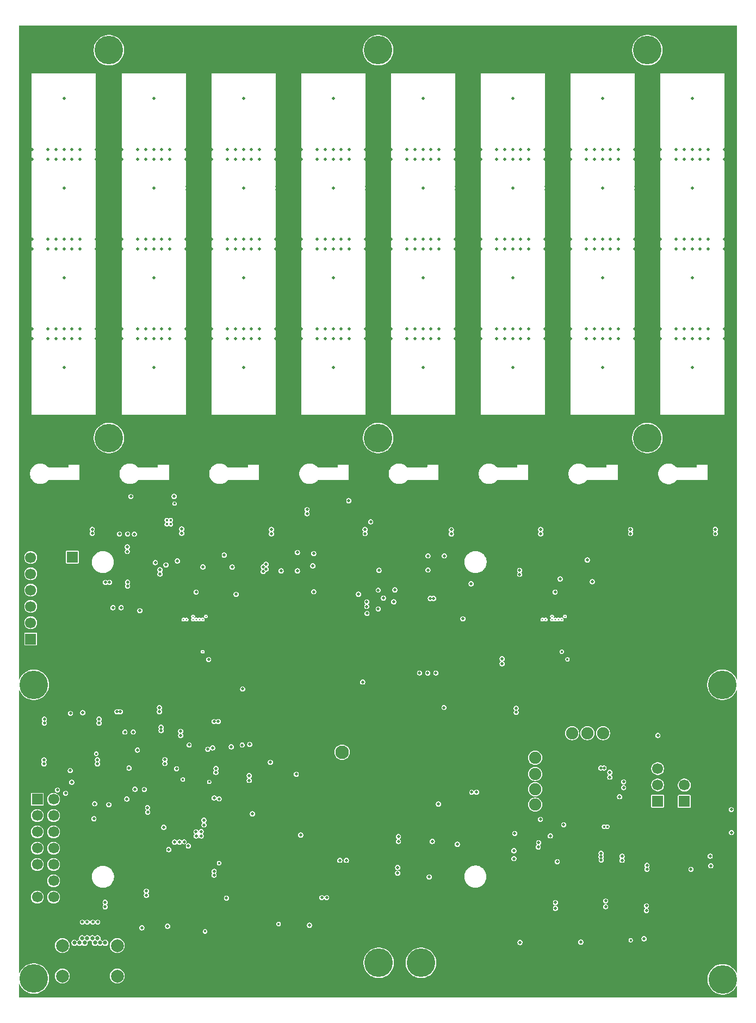
<source format=gbr>
%TF.GenerationSoftware,KiCad,Pcbnew,9.0.1*%
%TF.CreationDate,2025-06-02T14:00:05-06:00*%
%TF.ProjectId,PABA-DP,50414241-2d44-4502-9e6b-696361645f70,rev?*%
%TF.SameCoordinates,Original*%
%TF.FileFunction,Copper,L2,Inr*%
%TF.FilePolarity,Positive*%
%FSLAX46Y46*%
G04 Gerber Fmt 4.6, Leading zero omitted, Abs format (unit mm)*
G04 Created by KiCad (PCBNEW 9.0.1) date 2025-06-02 14:00:05*
%MOMM*%
%LPD*%
G01*
G04 APERTURE LIST*
%TA.AperFunction,ComponentPad*%
%ADD10C,0.508000*%
%TD*%
%TA.AperFunction,ComponentPad*%
%ADD11C,4.445000*%
%TD*%
%TA.AperFunction,ComponentPad*%
%ADD12R,1.700000X1.700000*%
%TD*%
%TA.AperFunction,ComponentPad*%
%ADD13C,1.700000*%
%TD*%
%TA.AperFunction,ComponentPad*%
%ADD14C,1.905000*%
%TD*%
%TA.AperFunction,ComponentPad*%
%ADD15C,2.100000*%
%TD*%
%TA.AperFunction,ComponentPad*%
%ADD16C,0.650000*%
%TD*%
%TA.AperFunction,ComponentPad*%
%ADD17C,2.012000*%
%TD*%
%TA.AperFunction,ComponentPad*%
%ADD18C,2.600000*%
%TD*%
%TA.AperFunction,ViaPad*%
%ADD19C,0.381000*%
%TD*%
%TA.AperFunction,ViaPad*%
%ADD20C,0.406400*%
%TD*%
%TA.AperFunction,ViaPad*%
%ADD21C,0.508000*%
%TD*%
%TA.AperFunction,ViaPad*%
%ADD22C,0.254000*%
%TD*%
%TA.AperFunction,ViaPad*%
%ADD23C,0.635000*%
%TD*%
%TA.AperFunction,ViaPad*%
%ADD24C,0.304800*%
%TD*%
%TA.AperFunction,Conductor*%
%ADD25C,0.304800*%
%TD*%
G04 APERTURE END LIST*
D10*
%TO.N,AGND*%
%TO.C,ANT29*%
X149657557Y-27169519D03*
X150907237Y-27169519D03*
X153406597Y-27169519D03*
X154656277Y-27169519D03*
X155905957Y-27169519D03*
X157155637Y-27169519D03*
X158405317Y-27169519D03*
X160904677Y-27169519D03*
X162154357Y-27169519D03*
X162154357Y-28419199D03*
X162154357Y-29668879D03*
X162154357Y-30918559D03*
X162154357Y-32168239D03*
X162154357Y-33417919D03*
X162154357Y-34667599D03*
X162154357Y-35917279D03*
X162154357Y-37166959D03*
X162154357Y-38416639D03*
X162154357Y-39666319D03*
X160904677Y-39666319D03*
X158405317Y-39666319D03*
X157155637Y-39666319D03*
X155905957Y-39666319D03*
X154656277Y-39666319D03*
X153406597Y-39666319D03*
X150907237Y-39666319D03*
X149657557Y-39666319D03*
X149657557Y-38416639D03*
X149657557Y-37166959D03*
X149657557Y-35917279D03*
X149657557Y-34667599D03*
X149657557Y-33417919D03*
X149657557Y-32168239D03*
X149657557Y-30918559D03*
X149657557Y-29668879D03*
X149657557Y-28419199D03*
%TO.N,ANT_8*%
X155905957Y-31652619D03*
%TD*%
D11*
%TO.N,*%
%TO.C,*%
X53400930Y-168754394D03*
%TD*%
%TO.N,*%
%TO.C,REF\u002A\u002A*%
X148922600Y-24169596D03*
%TD*%
D10*
%TO.N,AGND*%
%TO.C,ANT23*%
X121717557Y-55109519D03*
X122967237Y-55109519D03*
X125466597Y-55109519D03*
X126716277Y-55109519D03*
X127965957Y-55109519D03*
X129215637Y-55109519D03*
X130465317Y-55109519D03*
X132964677Y-55109519D03*
X134214357Y-55109519D03*
X134214357Y-56359199D03*
X134214357Y-57608879D03*
X134214357Y-58858559D03*
X134214357Y-60108239D03*
X134214357Y-61357919D03*
X134214357Y-62607599D03*
X134214357Y-63857279D03*
X134214357Y-65106959D03*
X134214357Y-66356639D03*
X134214357Y-67606319D03*
X132964677Y-67606319D03*
X130465317Y-67606319D03*
X129215637Y-67606319D03*
X127965957Y-67606319D03*
X126716277Y-67606319D03*
X125466597Y-67606319D03*
X122967237Y-67606319D03*
X121717557Y-67606319D03*
X121717557Y-66356639D03*
X121717557Y-65106959D03*
X121717557Y-63857279D03*
X121717557Y-62607599D03*
X121717557Y-61357919D03*
X121717557Y-60108239D03*
X121717557Y-58858559D03*
X121717557Y-57608879D03*
X121717557Y-56359199D03*
%TO.N,ANT_6*%
X127965957Y-59592619D03*
%TD*%
%TO.N,AGND*%
%TO.C,ANT18*%
X107747557Y-41139519D03*
X108997237Y-41139519D03*
X111496597Y-41139519D03*
X112746277Y-41139519D03*
X113995957Y-41139519D03*
X115245637Y-41139519D03*
X116495317Y-41139519D03*
X118994677Y-41139519D03*
X120244357Y-41139519D03*
X120244357Y-42389199D03*
X120244357Y-43638879D03*
X120244357Y-44888559D03*
X120244357Y-46138239D03*
X120244357Y-47387919D03*
X120244357Y-48637599D03*
X120244357Y-49887279D03*
X120244357Y-51136959D03*
X120244357Y-52386639D03*
X120244357Y-53636319D03*
X118994677Y-53636319D03*
X116495317Y-53636319D03*
X115245637Y-53636319D03*
X113995957Y-53636319D03*
X112746277Y-53636319D03*
X111496597Y-53636319D03*
X108997237Y-53636319D03*
X107747557Y-53636319D03*
X107747557Y-52386639D03*
X107747557Y-51136959D03*
X107747557Y-49887279D03*
X107747557Y-48637599D03*
X107747557Y-47387919D03*
X107747557Y-46138239D03*
X107747557Y-44888559D03*
X107747557Y-43638879D03*
X107747557Y-42389199D03*
%TO.N,ANT_5*%
X113995957Y-45622619D03*
%TD*%
D12*
%TO.N,Net-(P1-Pad1)*%
%TO.C,P1*%
X53951459Y-140844486D03*
D13*
%TO.N,Net-(P1-Pad2)*%
X56491459Y-140844486D03*
%TO.N,Net-(P1-Pad3)*%
X53951459Y-143384486D03*
%TO.N,PS_GPIO6*%
X56491459Y-143384486D03*
%TO.N,PS_GPIO5*%
X53951459Y-145924486D03*
%TO.N,PS_GPIO4*%
X56491459Y-145924486D03*
%TO.N,PS_GPIO3*%
X53951459Y-148464486D03*
%TO.N,PS_GPIO2*%
X56491459Y-148464486D03*
%TO.N,PS_GPIO1*%
X53951459Y-151004486D03*
%TO.N,PS_GPIO0*%
X56491459Y-151004486D03*
%TO.N,AGND*%
X53951459Y-153544486D03*
%TO.N,unconnected-(P1-Pad12)*%
X56491459Y-153544486D03*
%TO.N,PL_GPIO4*%
X53951459Y-156084486D03*
%TO.N,PL_GPIO3*%
X56491459Y-156084486D03*
%TD*%
D10*
%TO.N,AGND*%
%TO.C,ANT26*%
X135687557Y-41139519D03*
X136937237Y-41139519D03*
X139436597Y-41139519D03*
X140686277Y-41139519D03*
X141935957Y-41139519D03*
X143185637Y-41139519D03*
X144435317Y-41139519D03*
X146934677Y-41139519D03*
X148184357Y-41139519D03*
X148184357Y-42389199D03*
X148184357Y-43638879D03*
X148184357Y-44888559D03*
X148184357Y-46138239D03*
X148184357Y-47387919D03*
X148184357Y-48637599D03*
X148184357Y-49887279D03*
X148184357Y-51136959D03*
X148184357Y-52386639D03*
X148184357Y-53636319D03*
X146934677Y-53636319D03*
X144435317Y-53636319D03*
X143185637Y-53636319D03*
X141935957Y-53636319D03*
X140686277Y-53636319D03*
X139436597Y-53636319D03*
X136937237Y-53636319D03*
X135687557Y-53636319D03*
X135687557Y-52386639D03*
X135687557Y-51136959D03*
X135687557Y-49887279D03*
X135687557Y-48637599D03*
X135687557Y-47387919D03*
X135687557Y-46138239D03*
X135687557Y-44888559D03*
X135687557Y-43638879D03*
X135687557Y-42389199D03*
%TO.N,ANT_7*%
X141935957Y-45622619D03*
%TD*%
D11*
%TO.N,*%
%TO.C,*%
X160657969Y-168883127D03*
%TD*%
D10*
%TO.N,AGND*%
%TO.C,ANT13*%
X93777557Y-27169519D03*
X95027237Y-27169519D03*
X97526597Y-27169519D03*
X98776277Y-27169519D03*
X100025957Y-27169519D03*
X101275637Y-27169519D03*
X102525317Y-27169519D03*
X105024677Y-27169519D03*
X106274357Y-27169519D03*
X106274357Y-28419199D03*
X106274357Y-29668879D03*
X106274357Y-30918559D03*
X106274357Y-32168239D03*
X106274357Y-33417919D03*
X106274357Y-34667599D03*
X106274357Y-35917279D03*
X106274357Y-37166959D03*
X106274357Y-38416639D03*
X106274357Y-39666319D03*
X105024677Y-39666319D03*
X102525317Y-39666319D03*
X101275637Y-39666319D03*
X100025957Y-39666319D03*
X98776277Y-39666319D03*
X97526597Y-39666319D03*
X95027237Y-39666319D03*
X93777557Y-39666319D03*
X93777557Y-38416639D03*
X93777557Y-37166959D03*
X93777557Y-35917279D03*
X93777557Y-34667599D03*
X93777557Y-33417919D03*
X93777557Y-32168239D03*
X93777557Y-30918559D03*
X93777557Y-29668879D03*
X93777557Y-28419199D03*
%TO.N,ANT_4*%
X100025957Y-31652619D03*
%TD*%
%TO.N,AGND*%
%TO.C,ANT5*%
X65837557Y-27169519D03*
X67087237Y-27169519D03*
X69586597Y-27169519D03*
X70836277Y-27169519D03*
X72085957Y-27169519D03*
X73335637Y-27169519D03*
X74585317Y-27169519D03*
X77084677Y-27169519D03*
X78334357Y-27169519D03*
X78334357Y-28419199D03*
X78334357Y-29668879D03*
X78334357Y-30918559D03*
X78334357Y-32168239D03*
X78334357Y-33417919D03*
X78334357Y-34667599D03*
X78334357Y-35917279D03*
X78334357Y-37166959D03*
X78334357Y-38416639D03*
X78334357Y-39666319D03*
X77084677Y-39666319D03*
X74585317Y-39666319D03*
X73335637Y-39666319D03*
X72085957Y-39666319D03*
X70836277Y-39666319D03*
X69586597Y-39666319D03*
X67087237Y-39666319D03*
X65837557Y-39666319D03*
X65837557Y-38416639D03*
X65837557Y-37166959D03*
X65837557Y-35917279D03*
X65837557Y-34667599D03*
X65837557Y-33417919D03*
X65837557Y-32168239D03*
X65837557Y-30918559D03*
X65837557Y-29668879D03*
X65837557Y-28419199D03*
%TO.N,ANT_2*%
X72085957Y-31652619D03*
%TD*%
D14*
%TO.N,VDD_AMP*%
%TO.C,W2*%
X131445757Y-136890409D03*
%TD*%
D10*
%TO.N,AGND*%
%TO.C,ANT16*%
X93777557Y-69079519D03*
X95027237Y-69079519D03*
X97526597Y-69079519D03*
X98776277Y-69079519D03*
X100025957Y-69079519D03*
X101275637Y-69079519D03*
X102525317Y-69079519D03*
X105024677Y-69079519D03*
X106274357Y-69079519D03*
X106274357Y-70329199D03*
X106274357Y-71578879D03*
X106274357Y-72828559D03*
X106274357Y-74078239D03*
X106274357Y-75327919D03*
X106274357Y-76577599D03*
X106274357Y-77827279D03*
X106274357Y-79076959D03*
X106274357Y-80326639D03*
X106274357Y-81576319D03*
X105024677Y-81576319D03*
X102525317Y-81576319D03*
X101275637Y-81576319D03*
X100025957Y-81576319D03*
X98776277Y-81576319D03*
X97526597Y-81576319D03*
X95027237Y-81576319D03*
X93777557Y-81576319D03*
X93777557Y-80326639D03*
X93777557Y-79076959D03*
X93777557Y-77827279D03*
X93777557Y-76577599D03*
X93777557Y-75327919D03*
X93777557Y-74078239D03*
X93777557Y-72828559D03*
X93777557Y-71578879D03*
X93777557Y-70329199D03*
%TO.N,ANT_4*%
X100025957Y-73562619D03*
%TD*%
%TO.N,AGND*%
%TO.C,ANT3*%
X51867557Y-55109519D03*
X53117237Y-55109519D03*
X55616597Y-55109519D03*
X56866277Y-55109519D03*
X58115957Y-55109519D03*
X59365637Y-55109519D03*
X60615317Y-55109519D03*
X63114677Y-55109519D03*
X64364357Y-55109519D03*
X64364357Y-56359199D03*
X64364357Y-57608879D03*
X64364357Y-58858559D03*
X64364357Y-60108239D03*
X64364357Y-61357919D03*
X64364357Y-62607599D03*
X64364357Y-63857279D03*
X64364357Y-65106959D03*
X64364357Y-66356639D03*
X64364357Y-67606319D03*
X63114677Y-67606319D03*
X60615317Y-67606319D03*
X59365637Y-67606319D03*
X58115957Y-67606319D03*
X56866277Y-67606319D03*
X55616597Y-67606319D03*
X53117237Y-67606319D03*
X51867557Y-67606319D03*
X51867557Y-66356639D03*
X51867557Y-65106959D03*
X51867557Y-63857279D03*
X51867557Y-62607599D03*
X51867557Y-61357919D03*
X51867557Y-60108239D03*
X51867557Y-58858559D03*
X51867557Y-57608879D03*
X51867557Y-56359199D03*
%TO.N,ANT_1*%
X58115957Y-59592619D03*
%TD*%
%TO.N,AGND*%
%TO.C,ANT8*%
X65837557Y-69079519D03*
X67087237Y-69079519D03*
X69586597Y-69079519D03*
X70836277Y-69079519D03*
X72085957Y-69079519D03*
X73335637Y-69079519D03*
X74585317Y-69079519D03*
X77084677Y-69079519D03*
X78334357Y-69079519D03*
X78334357Y-70329199D03*
X78334357Y-71578879D03*
X78334357Y-72828559D03*
X78334357Y-74078239D03*
X78334357Y-75327919D03*
X78334357Y-76577599D03*
X78334357Y-77827279D03*
X78334357Y-79076959D03*
X78334357Y-80326639D03*
X78334357Y-81576319D03*
X77084677Y-81576319D03*
X74585317Y-81576319D03*
X73335637Y-81576319D03*
X72085957Y-81576319D03*
X70836277Y-81576319D03*
X69586597Y-81576319D03*
X67087237Y-81576319D03*
X65837557Y-81576319D03*
X65837557Y-80326639D03*
X65837557Y-79076959D03*
X65837557Y-77827279D03*
X65837557Y-76577599D03*
X65837557Y-75327919D03*
X65837557Y-74078239D03*
X65837557Y-72828559D03*
X65837557Y-71578879D03*
X65837557Y-70329199D03*
%TO.N,ANT_2*%
X72085957Y-73562619D03*
%TD*%
D11*
%TO.N,*%
%TO.C,*%
X107012094Y-24169596D03*
%TD*%
D10*
%TO.N,AGND*%
%TO.C,ANT24*%
X121717557Y-69079519D03*
X122967237Y-69079519D03*
X125466597Y-69079519D03*
X126716277Y-69079519D03*
X127965957Y-69079519D03*
X129215637Y-69079519D03*
X130465317Y-69079519D03*
X132964677Y-69079519D03*
X134214357Y-69079519D03*
X134214357Y-70329199D03*
X134214357Y-71578879D03*
X134214357Y-72828559D03*
X134214357Y-74078239D03*
X134214357Y-75327919D03*
X134214357Y-76577599D03*
X134214357Y-77827279D03*
X134214357Y-79076959D03*
X134214357Y-80326639D03*
X134214357Y-81576319D03*
X132964677Y-81576319D03*
X130465317Y-81576319D03*
X129215637Y-81576319D03*
X127965957Y-81576319D03*
X126716277Y-81576319D03*
X125466597Y-81576319D03*
X122967237Y-81576319D03*
X121717557Y-81576319D03*
X121717557Y-80326639D03*
X121717557Y-79076959D03*
X121717557Y-77827279D03*
X121717557Y-76577599D03*
X121717557Y-75327919D03*
X121717557Y-74078239D03*
X121717557Y-72828559D03*
X121717557Y-71578879D03*
X121717557Y-70329199D03*
%TO.N,ANT_6*%
X127965957Y-73562619D03*
%TD*%
%TO.N,AGND*%
%TO.C,ANT19*%
X107747557Y-55109519D03*
X108997237Y-55109519D03*
X111496597Y-55109519D03*
X112746277Y-55109519D03*
X113995957Y-55109519D03*
X115245637Y-55109519D03*
X116495317Y-55109519D03*
X118994677Y-55109519D03*
X120244357Y-55109519D03*
X120244357Y-56359199D03*
X120244357Y-57608879D03*
X120244357Y-58858559D03*
X120244357Y-60108239D03*
X120244357Y-61357919D03*
X120244357Y-62607599D03*
X120244357Y-63857279D03*
X120244357Y-65106959D03*
X120244357Y-66356639D03*
X120244357Y-67606319D03*
X118994677Y-67606319D03*
X116495317Y-67606319D03*
X115245637Y-67606319D03*
X113995957Y-67606319D03*
X112746277Y-67606319D03*
X111496597Y-67606319D03*
X108997237Y-67606319D03*
X107747557Y-67606319D03*
X107747557Y-66356639D03*
X107747557Y-65106959D03*
X107747557Y-63857279D03*
X107747557Y-62607599D03*
X107747557Y-61357919D03*
X107747557Y-60108239D03*
X107747557Y-58858559D03*
X107747557Y-57608879D03*
X107747557Y-56359199D03*
%TO.N,ANT_5*%
X113995957Y-59592619D03*
%TD*%
%TO.N,AGND*%
%TO.C,ANT21*%
X121717557Y-27169519D03*
X122967237Y-27169519D03*
X125466597Y-27169519D03*
X126716277Y-27169519D03*
X127965957Y-27169519D03*
X129215637Y-27169519D03*
X130465317Y-27169519D03*
X132964677Y-27169519D03*
X134214357Y-27169519D03*
X134214357Y-28419199D03*
X134214357Y-29668879D03*
X134214357Y-30918559D03*
X134214357Y-32168239D03*
X134214357Y-33417919D03*
X134214357Y-34667599D03*
X134214357Y-35917279D03*
X134214357Y-37166959D03*
X134214357Y-38416639D03*
X134214357Y-39666319D03*
X132964677Y-39666319D03*
X130465317Y-39666319D03*
X129215637Y-39666319D03*
X127965957Y-39666319D03*
X126716277Y-39666319D03*
X125466597Y-39666319D03*
X122967237Y-39666319D03*
X121717557Y-39666319D03*
X121717557Y-38416639D03*
X121717557Y-37166959D03*
X121717557Y-35917279D03*
X121717557Y-34667599D03*
X121717557Y-33417919D03*
X121717557Y-32168239D03*
X121717557Y-30918559D03*
X121717557Y-29668879D03*
X121717557Y-28419199D03*
%TO.N,ANT_6*%
X127965957Y-31652619D03*
%TD*%
D14*
%TO.N,IMON*%
%TO.C,W7*%
X131445757Y-141680339D03*
%TD*%
%TO.N,VDD_4V5*%
%TO.C,W1*%
X131445757Y-134383169D03*
%TD*%
D11*
%TO.N,*%
%TO.C,*%
X53400263Y-123016664D03*
%TD*%
D10*
%TO.N,AGND*%
%TO.C,ANT2*%
X51867557Y-41139519D03*
X53117237Y-41139519D03*
X55616597Y-41139519D03*
X56866277Y-41139519D03*
X58115957Y-41139519D03*
X59365637Y-41139519D03*
X60615317Y-41139519D03*
X63114677Y-41139519D03*
X64364357Y-41139519D03*
X64364357Y-42389199D03*
X64364357Y-43638879D03*
X64364357Y-44888559D03*
X64364357Y-46138239D03*
X64364357Y-47387919D03*
X64364357Y-48637599D03*
X64364357Y-49887279D03*
X64364357Y-51136959D03*
X64364357Y-52386639D03*
X64364357Y-53636319D03*
X63114677Y-53636319D03*
X60615317Y-53636319D03*
X59365637Y-53636319D03*
X58115957Y-53636319D03*
X56866277Y-53636319D03*
X55616597Y-53636319D03*
X53117237Y-53636319D03*
X51867557Y-53636319D03*
X51867557Y-52386639D03*
X51867557Y-51136959D03*
X51867557Y-49887279D03*
X51867557Y-48637599D03*
X51867557Y-47387919D03*
X51867557Y-46138239D03*
X51867557Y-44888559D03*
X51867557Y-43638879D03*
X51867557Y-42389199D03*
%TO.N,ANT_1*%
X58115957Y-45622619D03*
%TD*%
%TO.N,AGND*%
%TO.C,ANT14*%
X93777557Y-41139519D03*
X95027237Y-41139519D03*
X97526597Y-41139519D03*
X98776277Y-41139519D03*
X100025957Y-41139519D03*
X101275637Y-41139519D03*
X102525317Y-41139519D03*
X105024677Y-41139519D03*
X106274357Y-41139519D03*
X106274357Y-42389199D03*
X106274357Y-43638879D03*
X106274357Y-44888559D03*
X106274357Y-46138239D03*
X106274357Y-47387919D03*
X106274357Y-48637599D03*
X106274357Y-49887279D03*
X106274357Y-51136959D03*
X106274357Y-52386639D03*
X106274357Y-53636319D03*
X105024677Y-53636319D03*
X102525317Y-53636319D03*
X101275637Y-53636319D03*
X100025957Y-53636319D03*
X98776277Y-53636319D03*
X97526597Y-53636319D03*
X95027237Y-53636319D03*
X93777557Y-53636319D03*
X93777557Y-52386639D03*
X93777557Y-51136959D03*
X93777557Y-49887279D03*
X93777557Y-48637599D03*
X93777557Y-47387919D03*
X93777557Y-46138239D03*
X93777557Y-44888559D03*
X93777557Y-43638879D03*
X93777557Y-42389199D03*
%TO.N,ANT_4*%
X100025957Y-45622619D03*
%TD*%
%TO.N,AGND*%
%TO.C,ANT15*%
X93777557Y-55109519D03*
X95027237Y-55109519D03*
X97526597Y-55109519D03*
X98776277Y-55109519D03*
X100025957Y-55109519D03*
X101275637Y-55109519D03*
X102525317Y-55109519D03*
X105024677Y-55109519D03*
X106274357Y-55109519D03*
X106274357Y-56359199D03*
X106274357Y-57608879D03*
X106274357Y-58858559D03*
X106274357Y-60108239D03*
X106274357Y-61357919D03*
X106274357Y-62607599D03*
X106274357Y-63857279D03*
X106274357Y-65106959D03*
X106274357Y-66356639D03*
X106274357Y-67606319D03*
X105024677Y-67606319D03*
X102525317Y-67606319D03*
X101275637Y-67606319D03*
X100025957Y-67606319D03*
X98776277Y-67606319D03*
X97526597Y-67606319D03*
X95027237Y-67606319D03*
X93777557Y-67606319D03*
X93777557Y-66356639D03*
X93777557Y-65106959D03*
X93777557Y-63857279D03*
X93777557Y-62607599D03*
X93777557Y-61357919D03*
X93777557Y-60108239D03*
X93777557Y-58858559D03*
X93777557Y-57608879D03*
X93777557Y-56359199D03*
%TO.N,ANT_4*%
X100025957Y-59592619D03*
%TD*%
%TO.N,AGND*%
%TO.C,ANT11*%
X79807557Y-55109519D03*
X81057237Y-55109519D03*
X83556597Y-55109519D03*
X84806277Y-55109519D03*
X86055957Y-55109519D03*
X87305637Y-55109519D03*
X88555317Y-55109519D03*
X91054677Y-55109519D03*
X92304357Y-55109519D03*
X92304357Y-56359199D03*
X92304357Y-57608879D03*
X92304357Y-58858559D03*
X92304357Y-60108239D03*
X92304357Y-61357919D03*
X92304357Y-62607599D03*
X92304357Y-63857279D03*
X92304357Y-65106959D03*
X92304357Y-66356639D03*
X92304357Y-67606319D03*
X91054677Y-67606319D03*
X88555317Y-67606319D03*
X87305637Y-67606319D03*
X86055957Y-67606319D03*
X84806277Y-67606319D03*
X83556597Y-67606319D03*
X81057237Y-67606319D03*
X79807557Y-67606319D03*
X79807557Y-66356639D03*
X79807557Y-65106959D03*
X79807557Y-63857279D03*
X79807557Y-62607599D03*
X79807557Y-61357919D03*
X79807557Y-60108239D03*
X79807557Y-58858559D03*
X79807557Y-57608879D03*
X79807557Y-56359199D03*
%TO.N,ANT_3*%
X86055957Y-59592619D03*
%TD*%
D15*
%TO.N,Net-(R87-Pad2)*%
%TO.C,VTUNE1*%
X101407494Y-133501731D03*
%TD*%
D10*
%TO.N,AGND*%
%TO.C,ANT32*%
X149657557Y-69079519D03*
X150907237Y-69079519D03*
X153406597Y-69079519D03*
X154656277Y-69079519D03*
X155905957Y-69079519D03*
X157155637Y-69079519D03*
X158405317Y-69079519D03*
X160904677Y-69079519D03*
X162154357Y-69079519D03*
X162154357Y-70329199D03*
X162154357Y-71578879D03*
X162154357Y-72828559D03*
X162154357Y-74078239D03*
X162154357Y-75327919D03*
X162154357Y-76577599D03*
X162154357Y-77827279D03*
X162154357Y-79076959D03*
X162154357Y-80326639D03*
X162154357Y-81576319D03*
X160904677Y-81576319D03*
X158405317Y-81576319D03*
X157155637Y-81576319D03*
X155905957Y-81576319D03*
X154656277Y-81576319D03*
X153406597Y-81576319D03*
X150907237Y-81576319D03*
X149657557Y-81576319D03*
X149657557Y-80326639D03*
X149657557Y-79076959D03*
X149657557Y-77827279D03*
X149657557Y-76577599D03*
X149657557Y-75327919D03*
X149657557Y-74078239D03*
X149657557Y-72828559D03*
X149657557Y-71578879D03*
X149657557Y-70329199D03*
%TO.N,ANT_8*%
X155905957Y-73562619D03*
%TD*%
%TO.N,AGND*%
%TO.C,ANT9*%
X79807557Y-27169519D03*
X81057237Y-27169519D03*
X83556597Y-27169519D03*
X84806277Y-27169519D03*
X86055957Y-27169519D03*
X87305637Y-27169519D03*
X88555317Y-27169519D03*
X91054677Y-27169519D03*
X92304357Y-27169519D03*
X92304357Y-28419199D03*
X92304357Y-29668879D03*
X92304357Y-30918559D03*
X92304357Y-32168239D03*
X92304357Y-33417919D03*
X92304357Y-34667599D03*
X92304357Y-35917279D03*
X92304357Y-37166959D03*
X92304357Y-38416639D03*
X92304357Y-39666319D03*
X91054677Y-39666319D03*
X88555317Y-39666319D03*
X87305637Y-39666319D03*
X86055957Y-39666319D03*
X84806277Y-39666319D03*
X83556597Y-39666319D03*
X81057237Y-39666319D03*
X79807557Y-39666319D03*
X79807557Y-38416639D03*
X79807557Y-37166959D03*
X79807557Y-35917279D03*
X79807557Y-34667599D03*
X79807557Y-33417919D03*
X79807557Y-32168239D03*
X79807557Y-30918559D03*
X79807557Y-29668879D03*
X79807557Y-28419199D03*
%TO.N,ANT_3*%
X86055957Y-31652619D03*
%TD*%
%TO.N,AGND*%
%TO.C,ANT1*%
X51867557Y-27169519D03*
X53117237Y-27169519D03*
X55616597Y-27169519D03*
X56866277Y-27169519D03*
X58115957Y-27169519D03*
X59365637Y-27169519D03*
X60615317Y-27169519D03*
X63114677Y-27169519D03*
X64364357Y-27169519D03*
X64364357Y-28419199D03*
X64364357Y-29668879D03*
X64364357Y-30918559D03*
X64364357Y-32168239D03*
X64364357Y-33417919D03*
X64364357Y-34667599D03*
X64364357Y-35917279D03*
X64364357Y-37166959D03*
X64364357Y-38416639D03*
X64364357Y-39666319D03*
X63114677Y-39666319D03*
X60615317Y-39666319D03*
X59365637Y-39666319D03*
X58115957Y-39666319D03*
X56866277Y-39666319D03*
X55616597Y-39666319D03*
X53117237Y-39666319D03*
X51867557Y-39666319D03*
X51867557Y-38416639D03*
X51867557Y-37166959D03*
X51867557Y-35917279D03*
X51867557Y-34667599D03*
X51867557Y-33417919D03*
X51867557Y-32168239D03*
X51867557Y-30918559D03*
X51867557Y-29668879D03*
X51867557Y-28419199D03*
%TO.N,ANT_1*%
X58115957Y-31652619D03*
%TD*%
%TO.N,AGND*%
%TO.C,ANT22*%
X121717557Y-41139519D03*
X122967237Y-41139519D03*
X125466597Y-41139519D03*
X126716277Y-41139519D03*
X127965957Y-41139519D03*
X129215637Y-41139519D03*
X130465317Y-41139519D03*
X132964677Y-41139519D03*
X134214357Y-41139519D03*
X134214357Y-42389199D03*
X134214357Y-43638879D03*
X134214357Y-44888559D03*
X134214357Y-46138239D03*
X134214357Y-47387919D03*
X134214357Y-48637599D03*
X134214357Y-49887279D03*
X134214357Y-51136959D03*
X134214357Y-52386639D03*
X134214357Y-53636319D03*
X132964677Y-53636319D03*
X130465317Y-53636319D03*
X129215637Y-53636319D03*
X127965957Y-53636319D03*
X126716277Y-53636319D03*
X125466597Y-53636319D03*
X122967237Y-53636319D03*
X121717557Y-53636319D03*
X121717557Y-52386639D03*
X121717557Y-51136959D03*
X121717557Y-49887279D03*
X121717557Y-48637599D03*
X121717557Y-47387919D03*
X121717557Y-46138239D03*
X121717557Y-44888559D03*
X121717557Y-43638879D03*
X121717557Y-42389199D03*
%TO.N,ANT_6*%
X127965957Y-45622619D03*
%TD*%
D16*
%TO.N,AGND*%
%TO.C,P16*%
X64927203Y-162486305D03*
%TO.N,unconnected-(P16B-SSTXp2-PadB2)*%
X64527203Y-163186305D03*
%TO.N,unconnected-(P16B-SSTXn2-PadB3)*%
X63727203Y-163186305D03*
%TO.N,VINPUT*%
X63327203Y-162486305D03*
%TO.N,unconnected-(P16B-VCONN-PadB5)*%
X62927203Y-163186305D03*
%TO.N,unconnected-(P16B-Dp2-PadB6)*%
X62527203Y-162486305D03*
%TO.N,unconnected-(P16B-Dn2-PadB7)*%
X61727203Y-162486305D03*
%TO.N,unconnected-(P16B-SBU2-PadB8)*%
X61327203Y-163186305D03*
%TO.N,VINPUT*%
X60927203Y-162486305D03*
%TO.N,unconnected-(P16B-SSRXn1-PadB10)*%
X60527203Y-163186305D03*
%TO.N,unconnected-(P16B-SSRXp1-PadB11)*%
X59727203Y-163186305D03*
%TO.N,AGND*%
X59327203Y-162486305D03*
X64127203Y-162486305D03*
X60127203Y-162486305D03*
D17*
%TO.N,Net-(P16A-GND-PadSH1)*%
X66397203Y-168366305D03*
X66397203Y-163636305D03*
X57857203Y-163636305D03*
%TO.N,Net-(P16B-GND-PadSH4)*%
X57857203Y-168366305D03*
%TD*%
D11*
%TO.N,*%
%TO.C,*%
X65087351Y-24169596D03*
%TD*%
D10*
%TO.N,AGND*%
%TO.C,ANT17*%
X107747557Y-27169519D03*
X108997237Y-27169519D03*
X111496597Y-27169519D03*
X112746277Y-27169519D03*
X113995957Y-27169519D03*
X115245637Y-27169519D03*
X116495317Y-27169519D03*
X118994677Y-27169519D03*
X120244357Y-27169519D03*
X120244357Y-28419199D03*
X120244357Y-29668879D03*
X120244357Y-30918559D03*
X120244357Y-32168239D03*
X120244357Y-33417919D03*
X120244357Y-34667599D03*
X120244357Y-35917279D03*
X120244357Y-37166959D03*
X120244357Y-38416639D03*
X120244357Y-39666319D03*
X118994677Y-39666319D03*
X116495317Y-39666319D03*
X115245637Y-39666319D03*
X113995957Y-39666319D03*
X112746277Y-39666319D03*
X111496597Y-39666319D03*
X108997237Y-39666319D03*
X107747557Y-39666319D03*
X107747557Y-38416639D03*
X107747557Y-37166959D03*
X107747557Y-35917279D03*
X107747557Y-34667599D03*
X107747557Y-33417919D03*
X107747557Y-32168239D03*
X107747557Y-30918559D03*
X107747557Y-29668879D03*
X107747557Y-28419199D03*
%TO.N,ANT_5*%
X113995957Y-31652619D03*
%TD*%
%TO.N,AGND*%
%TO.C,ANT27*%
X135687557Y-55109519D03*
X136937237Y-55109519D03*
X139436597Y-55109519D03*
X140686277Y-55109519D03*
X141935957Y-55109519D03*
X143185637Y-55109519D03*
X144435317Y-55109519D03*
X146934677Y-55109519D03*
X148184357Y-55109519D03*
X148184357Y-56359199D03*
X148184357Y-57608879D03*
X148184357Y-58858559D03*
X148184357Y-60108239D03*
X148184357Y-61357919D03*
X148184357Y-62607599D03*
X148184357Y-63857279D03*
X148184357Y-65106959D03*
X148184357Y-66356639D03*
X148184357Y-67606319D03*
X146934677Y-67606319D03*
X144435317Y-67606319D03*
X143185637Y-67606319D03*
X141935957Y-67606319D03*
X140686277Y-67606319D03*
X139436597Y-67606319D03*
X136937237Y-67606319D03*
X135687557Y-67606319D03*
X135687557Y-66356639D03*
X135687557Y-65106959D03*
X135687557Y-63857279D03*
X135687557Y-62607599D03*
X135687557Y-61357919D03*
X135687557Y-60108239D03*
X135687557Y-58858559D03*
X135687557Y-57608879D03*
X135687557Y-56359199D03*
%TO.N,ANT_7*%
X141935957Y-59592619D03*
%TD*%
D14*
%TO.N,VDD_3V3*%
%TO.C,W3*%
X137190217Y-130537359D03*
%TD*%
D18*
%TO.N,AGND*%
%TO.C,AGND3*%
X158598806Y-130537359D03*
%TD*%
D11*
%TO.N,*%
%TO.C,*%
X148926585Y-84573339D03*
%TD*%
D12*
%TO.N,5V_RPI*%
%TO.C,P3*%
X59408307Y-103110150D03*
D13*
%TO.N,AGND*%
X59408307Y-105650150D03*
%TD*%
D12*
%TO.N,SPI0_CLK*%
%TO.C,P18*%
X52926737Y-115886353D03*
D13*
%TO.N,SPI0_MISO*%
X52926737Y-113346353D03*
%TO.N,SPI0_MOSI*%
X52926737Y-110806353D03*
%TO.N,CS0*%
X52926737Y-108266353D03*
%TO.N,CS1*%
X52926737Y-105726353D03*
%TO.N,CS2*%
X52926737Y-103186353D03*
%TO.N,AGND*%
X52926737Y-100646353D03*
%TD*%
D10*
%TO.N,AGND*%
%TO.C,ANT6*%
X65837557Y-41139519D03*
X67087237Y-41139519D03*
X69586597Y-41139519D03*
X70836277Y-41139519D03*
X72085957Y-41139519D03*
X73335637Y-41139519D03*
X74585317Y-41139519D03*
X77084677Y-41139519D03*
X78334357Y-41139519D03*
X78334357Y-42389199D03*
X78334357Y-43638879D03*
X78334357Y-44888559D03*
X78334357Y-46138239D03*
X78334357Y-47387919D03*
X78334357Y-48637599D03*
X78334357Y-49887279D03*
X78334357Y-51136959D03*
X78334357Y-52386639D03*
X78334357Y-53636319D03*
X77084677Y-53636319D03*
X74585317Y-53636319D03*
X73335637Y-53636319D03*
X72085957Y-53636319D03*
X70836277Y-53636319D03*
X69586597Y-53636319D03*
X67087237Y-53636319D03*
X65837557Y-53636319D03*
X65837557Y-52386639D03*
X65837557Y-51136959D03*
X65837557Y-49887279D03*
X65837557Y-48637599D03*
X65837557Y-47387919D03*
X65837557Y-46138239D03*
X65837557Y-44888559D03*
X65837557Y-43638879D03*
X65837557Y-42389199D03*
%TO.N,ANT_2*%
X72085957Y-45622619D03*
%TD*%
D11*
%TO.N,*%
%TO.C,*%
X65094613Y-84568055D03*
%TD*%
D10*
%TO.N,AGND*%
%TO.C,ANT28*%
X135687557Y-69079519D03*
X136937237Y-69079519D03*
X139436597Y-69079519D03*
X140686277Y-69079519D03*
X141935957Y-69079519D03*
X143185637Y-69079519D03*
X144435317Y-69079519D03*
X146934677Y-69079519D03*
X148184357Y-69079519D03*
X148184357Y-70329199D03*
X148184357Y-71578879D03*
X148184357Y-72828559D03*
X148184357Y-74078239D03*
X148184357Y-75327919D03*
X148184357Y-76577599D03*
X148184357Y-77827279D03*
X148184357Y-79076959D03*
X148184357Y-80326639D03*
X148184357Y-81576319D03*
X146934677Y-81576319D03*
X144435317Y-81576319D03*
X143185637Y-81576319D03*
X141935957Y-81576319D03*
X140686277Y-81576319D03*
X139436597Y-81576319D03*
X136937237Y-81576319D03*
X135687557Y-81576319D03*
X135687557Y-80326639D03*
X135687557Y-79076959D03*
X135687557Y-77827279D03*
X135687557Y-76577599D03*
X135687557Y-75327919D03*
X135687557Y-74078239D03*
X135687557Y-72828559D03*
X135687557Y-71578879D03*
X135687557Y-70329199D03*
%TO.N,ANT_7*%
X141935957Y-73562619D03*
%TD*%
D14*
%TO.N,VDD_1V8*%
%TO.C,W6*%
X142022067Y-130537359D03*
%TD*%
D10*
%TO.N,AGND*%
%TO.C,ANT31*%
X149657557Y-55109519D03*
X150907237Y-55109519D03*
X153406597Y-55109519D03*
X154656277Y-55109519D03*
X155905957Y-55109519D03*
X157155637Y-55109519D03*
X158405317Y-55109519D03*
X160904677Y-55109519D03*
X162154357Y-55109519D03*
X162154357Y-56359199D03*
X162154357Y-57608879D03*
X162154357Y-58858559D03*
X162154357Y-60108239D03*
X162154357Y-61357919D03*
X162154357Y-62607599D03*
X162154357Y-63857279D03*
X162154357Y-65106959D03*
X162154357Y-66356639D03*
X162154357Y-67606319D03*
X160904677Y-67606319D03*
X158405317Y-67606319D03*
X157155637Y-67606319D03*
X155905957Y-67606319D03*
X154656277Y-67606319D03*
X153406597Y-67606319D03*
X150907237Y-67606319D03*
X149657557Y-67606319D03*
X149657557Y-66356639D03*
X149657557Y-65106959D03*
X149657557Y-63857279D03*
X149657557Y-62607599D03*
X149657557Y-61357919D03*
X149657557Y-60108239D03*
X149657557Y-58858559D03*
X149657557Y-57608879D03*
X149657557Y-56359199D03*
%TO.N,ANT_8*%
X155905957Y-59592619D03*
%TD*%
D14*
%TO.N,VDD_3V0*%
%TO.C,W5*%
X139599667Y-130537359D03*
%TD*%
D10*
%TO.N,AGND*%
%TO.C,ANT7*%
X65837557Y-55109519D03*
X67087237Y-55109519D03*
X69586597Y-55109519D03*
X70836277Y-55109519D03*
X72085957Y-55109519D03*
X73335637Y-55109519D03*
X74585317Y-55109519D03*
X77084677Y-55109519D03*
X78334357Y-55109519D03*
X78334357Y-56359199D03*
X78334357Y-57608879D03*
X78334357Y-58858559D03*
X78334357Y-60108239D03*
X78334357Y-61357919D03*
X78334357Y-62607599D03*
X78334357Y-63857279D03*
X78334357Y-65106959D03*
X78334357Y-66356639D03*
X78334357Y-67606319D03*
X77084677Y-67606319D03*
X74585317Y-67606319D03*
X73335637Y-67606319D03*
X72085957Y-67606319D03*
X70836277Y-67606319D03*
X69586597Y-67606319D03*
X67087237Y-67606319D03*
X65837557Y-67606319D03*
X65837557Y-66356639D03*
X65837557Y-65106959D03*
X65837557Y-63857279D03*
X65837557Y-62607599D03*
X65837557Y-61357919D03*
X65837557Y-60108239D03*
X65837557Y-58858559D03*
X65837557Y-57608879D03*
X65837557Y-56359199D03*
%TO.N,ANT_2*%
X72085957Y-59592619D03*
%TD*%
%TO.N,AGND*%
%TO.C,ANT4*%
X51867557Y-69079519D03*
X53117237Y-69079519D03*
X55616597Y-69079519D03*
X56866277Y-69079519D03*
X58115957Y-69079519D03*
X59365637Y-69079519D03*
X60615317Y-69079519D03*
X63114677Y-69079519D03*
X64364357Y-69079519D03*
X64364357Y-70329199D03*
X64364357Y-71578879D03*
X64364357Y-72828559D03*
X64364357Y-74078239D03*
X64364357Y-75327919D03*
X64364357Y-76577599D03*
X64364357Y-77827279D03*
X64364357Y-79076959D03*
X64364357Y-80326639D03*
X64364357Y-81576319D03*
X63114677Y-81576319D03*
X60615317Y-81576319D03*
X59365637Y-81576319D03*
X58115957Y-81576319D03*
X56866277Y-81576319D03*
X55616597Y-81576319D03*
X53117237Y-81576319D03*
X51867557Y-81576319D03*
X51867557Y-80326639D03*
X51867557Y-79076959D03*
X51867557Y-77827279D03*
X51867557Y-76577599D03*
X51867557Y-75327919D03*
X51867557Y-74078239D03*
X51867557Y-72828559D03*
X51867557Y-71578879D03*
X51867557Y-70329199D03*
%TO.N,ANT_1*%
X58115957Y-73562619D03*
%TD*%
%TO.N,AGND*%
%TO.C,ANT20*%
X107747557Y-69079519D03*
X108997237Y-69079519D03*
X111496597Y-69079519D03*
X112746277Y-69079519D03*
X113995957Y-69079519D03*
X115245637Y-69079519D03*
X116495317Y-69079519D03*
X118994677Y-69079519D03*
X120244357Y-69079519D03*
X120244357Y-70329199D03*
X120244357Y-71578879D03*
X120244357Y-72828559D03*
X120244357Y-74078239D03*
X120244357Y-75327919D03*
X120244357Y-76577599D03*
X120244357Y-77827279D03*
X120244357Y-79076959D03*
X120244357Y-80326639D03*
X120244357Y-81576319D03*
X118994677Y-81576319D03*
X116495317Y-81576319D03*
X115245637Y-81576319D03*
X113995957Y-81576319D03*
X112746277Y-81576319D03*
X111496597Y-81576319D03*
X108997237Y-81576319D03*
X107747557Y-81576319D03*
X107747557Y-80326639D03*
X107747557Y-79076959D03*
X107747557Y-77827279D03*
X107747557Y-76577599D03*
X107747557Y-75327919D03*
X107747557Y-74078239D03*
X107747557Y-72828559D03*
X107747557Y-71578879D03*
X107747557Y-70329199D03*
%TO.N,ANT_5*%
X113995957Y-73562619D03*
%TD*%
%TO.N,AGND*%
%TO.C,ANT10*%
X79807557Y-41139519D03*
X81057237Y-41139519D03*
X83556597Y-41139519D03*
X84806277Y-41139519D03*
X86055957Y-41139519D03*
X87305637Y-41139519D03*
X88555317Y-41139519D03*
X91054677Y-41139519D03*
X92304357Y-41139519D03*
X92304357Y-42389199D03*
X92304357Y-43638879D03*
X92304357Y-44888559D03*
X92304357Y-46138239D03*
X92304357Y-47387919D03*
X92304357Y-48637599D03*
X92304357Y-49887279D03*
X92304357Y-51136959D03*
X92304357Y-52386639D03*
X92304357Y-53636319D03*
X91054677Y-53636319D03*
X88555317Y-53636319D03*
X87305637Y-53636319D03*
X86055957Y-53636319D03*
X84806277Y-53636319D03*
X83556597Y-53636319D03*
X81057237Y-53636319D03*
X79807557Y-53636319D03*
X79807557Y-52386639D03*
X79807557Y-51136959D03*
X79807557Y-49887279D03*
X79807557Y-48637599D03*
X79807557Y-47387919D03*
X79807557Y-46138239D03*
X79807557Y-44888559D03*
X79807557Y-43638879D03*
X79807557Y-42389199D03*
%TO.N,ANT_3*%
X86055957Y-45622619D03*
%TD*%
D14*
%TO.N,VINPUT*%
%TO.C,W4*%
X131445757Y-139271909D03*
%TD*%
D10*
%TO.N,AGND*%
%TO.C,ANT30*%
X149657557Y-41139519D03*
X150907237Y-41139519D03*
X153406597Y-41139519D03*
X154656277Y-41139519D03*
X155905957Y-41139519D03*
X157155637Y-41139519D03*
X158405317Y-41139519D03*
X160904677Y-41139519D03*
X162154357Y-41139519D03*
X162154357Y-42389199D03*
X162154357Y-43638879D03*
X162154357Y-44888559D03*
X162154357Y-46138239D03*
X162154357Y-47387919D03*
X162154357Y-48637599D03*
X162154357Y-49887279D03*
X162154357Y-51136959D03*
X162154357Y-52386639D03*
X162154357Y-53636319D03*
X160904677Y-53636319D03*
X158405317Y-53636319D03*
X157155637Y-53636319D03*
X155905957Y-53636319D03*
X154656277Y-53636319D03*
X153406597Y-53636319D03*
X150907237Y-53636319D03*
X149657557Y-53636319D03*
X149657557Y-52386639D03*
X149657557Y-51136959D03*
X149657557Y-49887279D03*
X149657557Y-48637599D03*
X149657557Y-47387919D03*
X149657557Y-46138239D03*
X149657557Y-44888559D03*
X149657557Y-43638879D03*
X149657557Y-42389199D03*
%TO.N,ANT_8*%
X155905957Y-45622619D03*
%TD*%
D11*
%TO.N,*%
%TO.C,*%
X160601357Y-123008926D03*
%TD*%
D10*
%TO.N,AGND*%
%TO.C,ANT12*%
X79807557Y-69079519D03*
X81057237Y-69079519D03*
X83556597Y-69079519D03*
X84806277Y-69079519D03*
X86055957Y-69079519D03*
X87305637Y-69079519D03*
X88555317Y-69079519D03*
X91054677Y-69079519D03*
X92304357Y-69079519D03*
X92304357Y-70329199D03*
X92304357Y-71578879D03*
X92304357Y-72828559D03*
X92304357Y-74078239D03*
X92304357Y-75327919D03*
X92304357Y-76577599D03*
X92304357Y-77827279D03*
X92304357Y-79076959D03*
X92304357Y-80326639D03*
X92304357Y-81576319D03*
X91054677Y-81576319D03*
X88555317Y-81576319D03*
X87305637Y-81576319D03*
X86055957Y-81576319D03*
X84806277Y-81576319D03*
X83556597Y-81576319D03*
X81057237Y-81576319D03*
X79807557Y-81576319D03*
X79807557Y-80326639D03*
X79807557Y-79076959D03*
X79807557Y-77827279D03*
X79807557Y-76577599D03*
X79807557Y-75327919D03*
X79807557Y-74078239D03*
X79807557Y-72828559D03*
X79807557Y-71578879D03*
X79807557Y-70329199D03*
%TO.N,ANT_3*%
X86055957Y-73562619D03*
%TD*%
D11*
%TO.N,*%
%TO.C,*%
X113683513Y-166306459D03*
%TD*%
%TO.N,*%
%TO.C,*%
X107084995Y-166306459D03*
%TD*%
D10*
%TO.N,AGND*%
%TO.C,ANT25*%
X135687557Y-27169519D03*
X136937237Y-27169519D03*
X139436597Y-27169519D03*
X140686277Y-27169519D03*
X141935957Y-27169519D03*
X143185637Y-27169519D03*
X144435317Y-27169519D03*
X146934677Y-27169519D03*
X148184357Y-27169519D03*
X148184357Y-28419199D03*
X148184357Y-29668879D03*
X148184357Y-30918559D03*
X148184357Y-32168239D03*
X148184357Y-33417919D03*
X148184357Y-34667599D03*
X148184357Y-35917279D03*
X148184357Y-37166959D03*
X148184357Y-38416639D03*
X148184357Y-39666319D03*
X146934677Y-39666319D03*
X144435317Y-39666319D03*
X143185637Y-39666319D03*
X141935957Y-39666319D03*
X140686277Y-39666319D03*
X139436597Y-39666319D03*
X136937237Y-39666319D03*
X135687557Y-39666319D03*
X135687557Y-38416639D03*
X135687557Y-37166959D03*
X135687557Y-35917279D03*
X135687557Y-34667599D03*
X135687557Y-33417919D03*
X135687557Y-32168239D03*
X135687557Y-30918559D03*
X135687557Y-29668879D03*
X135687557Y-28419199D03*
%TO.N,ANT_7*%
X141935957Y-31652619D03*
%TD*%
D11*
%TO.N,*%
%TO.C,*%
X107007589Y-84574221D03*
%TD*%
D12*
%TO.N,MUXOUT_1V8*%
%TO.C,P11*%
X150521157Y-141142879D03*
D13*
%TO.N,TR_1V8*%
X150521157Y-138602879D03*
%TO.N,Net-(P11-Pad3)*%
X150521157Y-136062879D03*
%TD*%
D12*
%TO.N,VLOGIC*%
%TO.C,P6*%
X154673807Y-141168633D03*
D13*
%TO.N,WP*%
X154673807Y-138628633D03*
%TO.N,AGND*%
X154673807Y-136088633D03*
%TD*%
D19*
%TO.N,AGND*%
X110450117Y-150189339D03*
D20*
X150251917Y-166419939D03*
D19*
X143737067Y-161705189D03*
X86568277Y-116856409D03*
X89852237Y-152332849D03*
X144894037Y-153543659D03*
X94172527Y-149889869D03*
D20*
X53884317Y-161527899D03*
D19*
X123274327Y-116840409D03*
D20*
X123843537Y-84812279D03*
D19*
X91472507Y-115840409D03*
X98925117Y-115955219D03*
X55851797Y-109192979D03*
D20*
X96373437Y-85035799D03*
D19*
X120837697Y-113435539D03*
X87040207Y-168109289D03*
X55654187Y-98325079D03*
X84671657Y-103913839D03*
X71223627Y-102989789D03*
X60228217Y-117631109D03*
X116214647Y-143618359D03*
X126781047Y-143618359D03*
X161176457Y-82979669D03*
X120385077Y-131226209D03*
D20*
X90373957Y-141459359D03*
D19*
X87899997Y-112434019D03*
D20*
X75669825Y-158545598D03*
X60343027Y-83010909D03*
X88226637Y-150504049D03*
X150767027Y-110152589D03*
D19*
X124749557Y-115271959D03*
X83723477Y-116856409D03*
X149827487Y-115840409D03*
D20*
X143876517Y-171525339D03*
D19*
X75016607Y-168655389D03*
X87321387Y-108349189D03*
X127338327Y-116840409D03*
X128425447Y-144634359D03*
X106530647Y-158656179D03*
X133046473Y-152507425D03*
X147185887Y-115434009D03*
X156609287Y-85649209D03*
X124860047Y-129397409D03*
X83111337Y-95792449D03*
X154062427Y-104260809D03*
D20*
X109408717Y-99643339D03*
D19*
X141047717Y-114262819D03*
X127541527Y-116434009D03*
X71894697Y-95204179D03*
D20*
X127338327Y-117856409D03*
D19*
X140450817Y-93418309D03*
X125712727Y-116840409D03*
X124133857Y-108490159D03*
D20*
X57130187Y-92222729D03*
X149383237Y-127621439D03*
D19*
X78465927Y-130837589D03*
X67604637Y-108891479D03*
D20*
X57682127Y-107664659D03*
D19*
X127543047Y-163180419D03*
X137593317Y-113856419D03*
D20*
X73594717Y-159638139D03*
D19*
X83592917Y-96046699D03*
X142105887Y-115840409D03*
X85852757Y-152203559D03*
X74753467Y-86741159D03*
X56133737Y-100444199D03*
X94901257Y-144327269D03*
D20*
X128952237Y-100370029D03*
D19*
X56258197Y-105738579D03*
D20*
X112003077Y-99774399D03*
D19*
X141523967Y-160282789D03*
X123433077Y-130845209D03*
X126984247Y-143211959D03*
X121497847Y-143618359D03*
X83359747Y-130851299D03*
D20*
X149083517Y-137641739D03*
X82779357Y-142449959D03*
D19*
X139625317Y-113856419D03*
X113156737Y-145395339D03*
D20*
X141730217Y-124846239D03*
D19*
X117951247Y-129397409D03*
D20*
X140361157Y-128843689D03*
D19*
X100493317Y-129378359D03*
D20*
X111646967Y-99498559D03*
X57751977Y-113663889D03*
D21*
X69461627Y-88195559D03*
D20*
X161300917Y-171525339D03*
D19*
X105699557Y-156827379D03*
X102026967Y-147606159D03*
X86798657Y-109225999D03*
X130767067Y-151315069D03*
D20*
X143329147Y-109455359D03*
D19*
X69450197Y-114863779D03*
X154062427Y-103041609D03*
D20*
X58083697Y-87478009D03*
D19*
X85562177Y-156419709D03*
X71539857Y-91758419D03*
X99594157Y-102025859D03*
X77087217Y-129160679D03*
X111287807Y-154496669D03*
D20*
X100391717Y-106247339D03*
D19*
X147550117Y-114262819D03*
X57769757Y-100360379D03*
D20*
X121648727Y-117856409D03*
D19*
X84760557Y-152203559D03*
D20*
X97844097Y-93500859D03*
D19*
X141061947Y-162612989D03*
X152475177Y-168863169D03*
D21*
X121962157Y-90142219D03*
X122378977Y-88867639D03*
D19*
X72613007Y-94485869D03*
X94305367Y-147609969D03*
D20*
X147591017Y-109937959D03*
D19*
X95436427Y-111506919D03*
X69720457Y-100730459D03*
D20*
X111093497Y-94844519D03*
D19*
X90144337Y-108515559D03*
X93475297Y-127075339D03*
D20*
X100300277Y-142869059D03*
X141498827Y-101561799D03*
D19*
X94308167Y-113487099D03*
X98172777Y-131257959D03*
X117027447Y-143618359D03*
X108430057Y-135369709D03*
D20*
X129237477Y-93767049D03*
D19*
X145042887Y-89161779D03*
D20*
X132580117Y-84368799D03*
D19*
X102060247Y-158656179D03*
D20*
X146524467Y-126701959D03*
D19*
X125691637Y-107715209D03*
X137432287Y-115434009D03*
X149507697Y-159452719D03*
X139448787Y-152496929D03*
X83598257Y-98131279D03*
X98572567Y-147199759D03*
D20*
X137932917Y-171525339D03*
X113132357Y-101805389D03*
D19*
X127744727Y-116840409D03*
X84739477Y-117262809D03*
X137025887Y-115434009D03*
X153897577Y-164209119D03*
D20*
X59412877Y-84213599D03*
D19*
X111244377Y-154900789D03*
D20*
X76492607Y-122806109D03*
D19*
X139152117Y-171525339D03*
X141061947Y-163832189D03*
X102236777Y-131232559D03*
X127418837Y-169724989D03*
X57404247Y-100149049D03*
X125691637Y-104870409D03*
X88975437Y-128231039D03*
X152475177Y-162767169D03*
X88462607Y-167906089D03*
X156365187Y-87668759D03*
X87990677Y-117262809D03*
D20*
X114026437Y-115174679D03*
X136579097Y-158642459D03*
X132768587Y-129764689D03*
D19*
X104297987Y-131715409D03*
X141061947Y-166270589D03*
D20*
X141337537Y-125706789D03*
D19*
X91878907Y-115840409D03*
D20*
X118763287Y-82852919D03*
D19*
X93603567Y-112183829D03*
X93707707Y-115434009D03*
X104704387Y-135169809D03*
D21*
X56261757Y-91446759D03*
D19*
X99791767Y-147199759D03*
X153338267Y-99145249D03*
X119483877Y-110476439D03*
X97165157Y-156827379D03*
D20*
X60071757Y-131680359D03*
D19*
X158479487Y-91918439D03*
X55851797Y-109599379D03*
X99187757Y-103448259D03*
X115605047Y-143211959D03*
D21*
X112141757Y-88855709D03*
D19*
X75016607Y-166216989D03*
X110520987Y-156325979D03*
X129225287Y-150677529D03*
X90671137Y-125449739D03*
X82891117Y-171525339D03*
X125765557Y-114865559D03*
D20*
X72964797Y-140148719D03*
D19*
X125996437Y-168302589D03*
D20*
X124993907Y-97507199D03*
D19*
X140277587Y-153945749D03*
X144705317Y-114262819D03*
X69119997Y-97387059D03*
X108023657Y-133134509D03*
X85968577Y-155810109D03*
X78304897Y-127675799D03*
D20*
X98689917Y-171525339D03*
X130608577Y-90896599D03*
X62331847Y-84047989D03*
D19*
X90328487Y-129403499D03*
D20*
X112116357Y-106275789D03*
X111709957Y-103227789D03*
D19*
X88138247Y-93665449D03*
X82490557Y-159061559D03*
X121812047Y-129803809D03*
X125691637Y-102838409D03*
X117973597Y-113758629D03*
X153467307Y-97736819D03*
X55795667Y-101038049D03*
X88697807Y-88293349D03*
X90531687Y-129809899D03*
X146361147Y-112434019D03*
X55151527Y-97521419D03*
D20*
X142200117Y-126168049D03*
X78386937Y-139786769D03*
D19*
X62596517Y-92912339D03*
X153491177Y-164412319D03*
D20*
X116639337Y-90923269D03*
D19*
X125673097Y-101182069D03*
X75475077Y-160999329D03*
X84139777Y-155403709D03*
D20*
X142714717Y-104037789D03*
D19*
X128615687Y-143211959D03*
X69606917Y-97123409D03*
D22*
X131089397Y-112848289D03*
D19*
X99187757Y-102229059D03*
X70466197Y-115270179D03*
X95129087Y-130851299D03*
X116732047Y-129397409D03*
X84683847Y-160636869D03*
X150207977Y-116856409D03*
D20*
X116674637Y-86778749D03*
D19*
X87801187Y-158103979D03*
D20*
X116639587Y-90467839D03*
D19*
X87338147Y-84224269D03*
X88056207Y-161538059D03*
D21*
X97435157Y-88195559D03*
D19*
X138946377Y-96694909D03*
X129460497Y-160142579D03*
D20*
X148463757Y-164827359D03*
D19*
X87402667Y-83231639D03*
D20*
X141400267Y-102601679D03*
D19*
X103332787Y-138462409D03*
X139855187Y-152496929D03*
D20*
X101836727Y-93228319D03*
D19*
X56223657Y-99232109D03*
X87280487Y-129809899D03*
X155078427Y-103041609D03*
X77089757Y-127006759D03*
D22*
X80198967Y-117848539D03*
D19*
X61761367Y-109661609D03*
X127573815Y-115262143D03*
X69606917Y-96615409D03*
X112329967Y-147148449D03*
D20*
X105939587Y-141053469D03*
X152291537Y-103369519D03*
D19*
X125253747Y-164252559D03*
X86447877Y-109020769D03*
X135096782Y-153603989D03*
X125933957Y-109842459D03*
D20*
X126119127Y-117856409D03*
X113538757Y-112574989D03*
D19*
X76174597Y-165385399D03*
X127053077Y-108717999D03*
X119340117Y-142594739D03*
X110897157Y-150649839D03*
X87040207Y-167702889D03*
X127500117Y-105289249D03*
D20*
X154646117Y-159917539D03*
D19*
X70460867Y-97962369D03*
X63343527Y-113006529D03*
X64345817Y-116840409D03*
D20*
X90206317Y-166394539D03*
D19*
X135588247Y-116349169D03*
X55659527Y-96251419D03*
X84648797Y-112434019D03*
D20*
X77697577Y-114849049D03*
D21*
X140074387Y-88855709D03*
D19*
X147295607Y-82505709D03*
D20*
X116651777Y-88579609D03*
D19*
X153666697Y-101577549D03*
D20*
X72908917Y-101319739D03*
X126876807Y-113045399D03*
X113726717Y-171525339D03*
D19*
X126402837Y-166473789D03*
D20*
X123886717Y-171525339D03*
X105433867Y-81993389D03*
X115758717Y-171525339D03*
D19*
X76170277Y-84173719D03*
D20*
X78697577Y-114349179D03*
D19*
X83592917Y-97062699D03*
X107325157Y-156827379D03*
X63533017Y-116840409D03*
D20*
X76999337Y-141251079D03*
D19*
X152645107Y-116848029D03*
X142382237Y-87603229D03*
X76060547Y-167001849D03*
X145444967Y-158464409D03*
X154062427Y-113201609D03*
X74711557Y-89212579D03*
X144735547Y-112434019D03*
X86575137Y-105033469D03*
X85253317Y-129793139D03*
D20*
X58815477Y-85611619D03*
D19*
X128241297Y-159126579D03*
X65589397Y-115270179D03*
X107343447Y-158656179D03*
D20*
X87210637Y-151926449D03*
D19*
X139850617Y-161222079D03*
X74099417Y-116840409D03*
X74561187Y-166013789D03*
X76533247Y-164756239D03*
D20*
X110881917Y-171525339D03*
D19*
X73919837Y-93838929D03*
X87584277Y-117262809D03*
X141061947Y-169115389D03*
D20*
X73950317Y-130783739D03*
D19*
X75105767Y-92062199D03*
X127512567Y-165261949D03*
D22*
X77698847Y-117848539D03*
D19*
X100604567Y-147199759D03*
D20*
X86633807Y-170750889D03*
D19*
X87002107Y-115840409D03*
X98166167Y-147199759D03*
X98171757Y-109137859D03*
D20*
X129027677Y-119960799D03*
X59769497Y-154634339D03*
X72967337Y-100346409D03*
D19*
X76808577Y-161570569D03*
X155078427Y-110763209D03*
X111276377Y-157042009D03*
X62413887Y-109007299D03*
X70618597Y-92722599D03*
X138947397Y-95762219D03*
D20*
X132649467Y-129305709D03*
D21*
X108408977Y-88867639D03*
D19*
X88056207Y-162350859D03*
D20*
X56258197Y-107770579D03*
D19*
X99187757Y-111169859D03*
X81626847Y-139881575D03*
D20*
X132620507Y-123560229D03*
X93011497Y-156947009D03*
D19*
X66402197Y-115270179D03*
X102728517Y-129784759D03*
X146982687Y-115840409D03*
D20*
X141923767Y-108677869D03*
X87084907Y-146043549D03*
D19*
X83632797Y-112840419D03*
D20*
X143063717Y-171525339D03*
D19*
X120482357Y-114865559D03*
D20*
X141443197Y-106365449D03*
X90373957Y-138792359D03*
X104461557Y-144533009D03*
D19*
X125266447Y-129397409D03*
D20*
X115281707Y-84251189D03*
X92913957Y-151619359D03*
D19*
X76729587Y-161130389D03*
D20*
X102805737Y-86280909D03*
X130410957Y-82738119D03*
X70277477Y-130062379D03*
D19*
X119978677Y-131226209D03*
X140464787Y-152090529D03*
D20*
X91231967Y-157222349D03*
D19*
X90003627Y-109531559D03*
X62869817Y-111883849D03*
X73511147Y-94306039D03*
D20*
X85952327Y-148021959D03*
D19*
X124564647Y-145040759D03*
X76547467Y-170456249D03*
X90410027Y-109531559D03*
D21*
X102068367Y-122470569D03*
D20*
X94902267Y-143108069D03*
D19*
X102525317Y-129378359D03*
X88056207Y-161944459D03*
D20*
X125972567Y-100140419D03*
D19*
X99187757Y-107105859D03*
D22*
X131089397Y-113348419D03*
D19*
X152475177Y-170082369D03*
X112725957Y-148570849D03*
X85562177Y-157232509D03*
D20*
X94209357Y-154136249D03*
X140190727Y-128425099D03*
X116775737Y-86280909D03*
D19*
X146129747Y-84763769D03*
X95611687Y-129403499D03*
X85092787Y-88899389D03*
X147441917Y-158352139D03*
X86610947Y-130851299D03*
X69222617Y-116840409D03*
X71224897Y-108268929D03*
D20*
X127444497Y-88414759D03*
X91770957Y-155886559D03*
D19*
X145042887Y-87555729D03*
D20*
X90458537Y-146152519D03*
X152542997Y-147961759D03*
D19*
X119780047Y-129803809D03*
D20*
X118197117Y-171525339D03*
D19*
X96022917Y-129403759D03*
X82810087Y-129809899D03*
X83844377Y-113856419D03*
D20*
X79197447Y-114849049D03*
D19*
X86854537Y-159626709D03*
X106590587Y-131444139D03*
X124047247Y-129397409D03*
D20*
X84219787Y-138676029D03*
D19*
X151453087Y-115840409D03*
X154062427Y-105886409D03*
X122664727Y-116434009D03*
X145054827Y-90114529D03*
D20*
X141543777Y-101924009D03*
X92593917Y-171525339D03*
D19*
X130006087Y-143703199D03*
X124971047Y-145040759D03*
X60321187Y-118078659D03*
X127418837Y-168505789D03*
X153671517Y-108136079D03*
X125104897Y-113826699D03*
X114768117Y-145490339D03*
X99301547Y-100199849D03*
X80630517Y-163117939D03*
X90957137Y-108515559D03*
X86595707Y-115840409D03*
X117433847Y-143618359D03*
X126246887Y-166094569D03*
X129460497Y-159126579D03*
D20*
X88780617Y-82004819D03*
D19*
X146312377Y-83795259D03*
D20*
X110844067Y-129778659D03*
D19*
X110856517Y-145033139D03*
X112423187Y-156002889D03*
X102983277Y-129394359D03*
X83766147Y-130851299D03*
X57682127Y-103600659D03*
D20*
X55851797Y-107567379D03*
D19*
X82078317Y-171525339D03*
X110928147Y-146531489D03*
X84341457Y-92941039D03*
D20*
X112116357Y-103024589D03*
D19*
X117341647Y-129803809D03*
X119078247Y-144634359D03*
D20*
X115043197Y-84699759D03*
X130998967Y-92009879D03*
X75220317Y-101421339D03*
X78935317Y-122165519D03*
D19*
X65338697Y-113392359D03*
X83090257Y-98893279D03*
X121040897Y-113831779D03*
X88056207Y-163570059D03*
X68620637Y-108485079D03*
D20*
X80981287Y-129403499D03*
D19*
X55851797Y-110412179D03*
D20*
X143078447Y-107780479D03*
D19*
X82616797Y-112434019D03*
X127825237Y-166676989D03*
D20*
X115368067Y-115840669D03*
X111992917Y-100601679D03*
D19*
X112319557Y-147554849D03*
D20*
X76197457Y-116349169D03*
D19*
X89394027Y-109937959D03*
X100569517Y-149020939D03*
X152670247Y-115799519D03*
D20*
X114496847Y-129803809D03*
X57682127Y-108071059D03*
D19*
X110915447Y-154272389D03*
X125105917Y-171525339D03*
X144549867Y-161705189D03*
X109322357Y-129394109D03*
X69612247Y-97683979D03*
D20*
X146568667Y-164116159D03*
X99254817Y-91381479D03*
D19*
X88444067Y-160951319D03*
D20*
X88713307Y-135838339D03*
D19*
X99187757Y-113608259D03*
D20*
X91770957Y-141459359D03*
D19*
X112674647Y-143978529D03*
X55670187Y-95676109D03*
X134086793Y-153973485D03*
D20*
X95539557Y-156827379D03*
X69301607Y-94357599D03*
X114492277Y-130845209D03*
X89649037Y-150910449D03*
D19*
X125691637Y-106496009D03*
X62918847Y-113115249D03*
D20*
X114897657Y-116022279D03*
D19*
X95408487Y-129809899D03*
D20*
X117170957Y-85347459D03*
D19*
X148807677Y-161327999D03*
D20*
X130684517Y-81846829D03*
X97100127Y-98004529D03*
D19*
X101220777Y-130851559D03*
X121202447Y-129397409D03*
D20*
X102209597Y-82088639D03*
X139482827Y-124408849D03*
D19*
X91354397Y-112840419D03*
X83826087Y-129403499D03*
D20*
X113320317Y-171525339D03*
D19*
X98171757Y-113201859D03*
D20*
X143175987Y-129247549D03*
D19*
X93963737Y-110674049D03*
X101653847Y-158656179D03*
X127506727Y-160323179D03*
X55851797Y-110005779D03*
D20*
X71708007Y-99905979D03*
D19*
X76453487Y-83752079D03*
X133787387Y-160760569D03*
X127583177Y-101213059D03*
X139452347Y-112434019D03*
D20*
X138871447Y-127985169D03*
X78268317Y-119937939D03*
X71708007Y-100322279D03*
D19*
X152475177Y-163173569D03*
D20*
X79036157Y-159467959D03*
D19*
X89862147Y-130851299D03*
X85419687Y-128208429D03*
X121405647Y-129803809D03*
X99160577Y-114426139D03*
D20*
X148864827Y-108150559D03*
X71329287Y-100124419D03*
D19*
X83592917Y-96554699D03*
X130283457Y-148663309D03*
D20*
X80071717Y-107550359D03*
X116639587Y-89035279D03*
X148989287Y-108594809D03*
D19*
X67600567Y-109914339D03*
X152265887Y-115840409D03*
D20*
X102753917Y-171525339D03*
X133025387Y-120357549D03*
D19*
X85735917Y-171525339D03*
X129577077Y-143884809D03*
D20*
X133088117Y-116349169D03*
D19*
X86071197Y-112840419D03*
X155078427Y-113201609D03*
X74610207Y-169671389D03*
X121244097Y-113435539D03*
D20*
X85813897Y-145042789D03*
X72197467Y-118262809D03*
D19*
X138842747Y-112840419D03*
X110897157Y-151462639D03*
D20*
X118600727Y-116434009D03*
D19*
X88056207Y-169328489D03*
X88654627Y-82424169D03*
D20*
X73083417Y-116434009D03*
D19*
X123844047Y-129803809D03*
D20*
X149642317Y-154151739D03*
D19*
X133786617Y-158550259D03*
D20*
X134546077Y-120960289D03*
X136256517Y-155066139D03*
X58697617Y-86105899D03*
D22*
X136589507Y-115348409D03*
D19*
X84889077Y-104271469D03*
D20*
X69901557Y-149193659D03*
D19*
X67320667Y-118262809D03*
X116930677Y-130845209D03*
D20*
X133588247Y-116349169D03*
X77137767Y-121530009D03*
D19*
X99187757Y-113201859D03*
D20*
X123274327Y-117856409D03*
D19*
X97765357Y-105683459D03*
X113068097Y-144214239D03*
X128850897Y-160548979D03*
D22*
X133589517Y-112348419D03*
D19*
X98718617Y-115543489D03*
X126375157Y-115271959D03*
D20*
X93174817Y-145624959D03*
X111709957Y-109323789D03*
D19*
X152475177Y-169675969D03*
D20*
X134495277Y-123028359D03*
X128924047Y-129397409D03*
D19*
X142715487Y-115434009D03*
D20*
X82162387Y-138688219D03*
X127800607Y-95203929D03*
D19*
X111303557Y-148008239D03*
D20*
X155085537Y-91439899D03*
X85557097Y-149912479D03*
D19*
X87568777Y-126003459D03*
X57275727Y-110712659D03*
X131588247Y-117298629D03*
X141089887Y-115434009D03*
D20*
X82210397Y-112434019D03*
D19*
X92382077Y-113854639D03*
X57682127Y-110103059D03*
X141496787Y-153945749D03*
D20*
X142459197Y-105552399D03*
X88633037Y-152332849D03*
D19*
X153223717Y-161111339D03*
X89827347Y-84555489D03*
D20*
X144746217Y-109937959D03*
D22*
X131089397Y-112348419D03*
D19*
X122717557Y-115271959D03*
D20*
X133088117Y-114349179D03*
X112116357Y-108307789D03*
X125635507Y-100757889D03*
X86215977Y-144385689D03*
X145098507Y-126999649D03*
D19*
X139464287Y-115434009D03*
X76455517Y-163146389D03*
X127293877Y-131226209D03*
X94640137Y-109688529D03*
X63329817Y-116434009D03*
D20*
X61302387Y-85309869D03*
D19*
X93566227Y-111400239D03*
X145691097Y-156651349D03*
D20*
X112146327Y-113313109D03*
X81900517Y-146379339D03*
D19*
X145739857Y-152567029D03*
X112319557Y-149180449D03*
X133025743Y-124504806D03*
D21*
X137117827Y-88169649D03*
D20*
X90593917Y-145631059D03*
D19*
X97528377Y-148622159D03*
X146803107Y-82361429D03*
X126684277Y-130845209D03*
X87381077Y-116856409D03*
X88987627Y-109937959D03*
X87787477Y-116856409D03*
X102895397Y-137752229D03*
D20*
X142636487Y-129265579D03*
X157206687Y-84251189D03*
D19*
X64272667Y-117856409D03*
D20*
X86633807Y-161769709D03*
X162545517Y-165886539D03*
D19*
X62037467Y-118262809D03*
X126098037Y-106292809D03*
X101823767Y-147199759D03*
D21*
X77292957Y-45889319D03*
D19*
X84926167Y-124524419D03*
D20*
X132088127Y-115849049D03*
X74598267Y-82575049D03*
D19*
X130283457Y-147850509D03*
X124139957Y-114865559D03*
D20*
X112979707Y-88909049D03*
X86984327Y-164418419D03*
D19*
X155078427Y-108324809D03*
X93543117Y-147396859D03*
X65361817Y-116434009D03*
X68214237Y-108485079D03*
X116030247Y-145040759D03*
X144368767Y-160282789D03*
D20*
X154929837Y-92222479D03*
D19*
X71223627Y-103802589D03*
D21*
X109166147Y-92108679D03*
D20*
X73058527Y-114857939D03*
D19*
X147173947Y-112434019D03*
D20*
X127503677Y-88914889D03*
X61258957Y-91562329D03*
X73010267Y-118262809D03*
D19*
X140887187Y-153539349D03*
X126623567Y-109423609D03*
D20*
X69157847Y-94844769D03*
D19*
X124245877Y-130845209D03*
X153897577Y-168679519D03*
X99594157Y-106496259D03*
X93546167Y-113518089D03*
X130283457Y-148256909D03*
D20*
X81915757Y-138267339D03*
D19*
X66588637Y-108485079D03*
D20*
X90530927Y-144094609D03*
X155078167Y-99345909D03*
D19*
X83303357Y-159061559D03*
D20*
X104294427Y-84811769D03*
D19*
X125987047Y-144634359D03*
D20*
X121648727Y-116840409D03*
D19*
X71075797Y-114863779D03*
X103935267Y-148899779D03*
X61297557Y-113216339D03*
D20*
X146144737Y-108515559D03*
D19*
X84139777Y-157029309D03*
X88271087Y-159959199D03*
X145751547Y-112840419D03*
X145181567Y-160282789D03*
X82421977Y-114262819D03*
D20*
X72858117Y-128599339D03*
D19*
X145560287Y-115434009D03*
D20*
X128354327Y-118262809D03*
D19*
X141477737Y-92401799D03*
D20*
X129941057Y-93094709D03*
D19*
X139233147Y-168302589D03*
X68570597Y-113429189D03*
X103269287Y-133464959D03*
X112725957Y-150602849D03*
X94655377Y-113178489D03*
X158580577Y-86950959D03*
D20*
X118044717Y-107517339D03*
D19*
X112319557Y-154057249D03*
X112298987Y-154869039D03*
X108179234Y-137210540D03*
D20*
X130183127Y-117856409D03*
X56440577Y-92879569D03*
X94818957Y-156292959D03*
X145068537Y-128229519D03*
D19*
X153897577Y-165834719D03*
D20*
X141027907Y-119040049D03*
X97470717Y-171525339D03*
D19*
X74931777Y-164574379D03*
D20*
X132588247Y-114349179D03*
D19*
X87408507Y-115840409D03*
D23*
X136457687Y-153745589D03*
D20*
X86542877Y-145811649D03*
D19*
X125063247Y-129803809D03*
D20*
X70571867Y-118262809D03*
D19*
X90667837Y-83294629D03*
X55851797Y-111224979D03*
D20*
X149370537Y-125871379D03*
X125103127Y-118262809D03*
X114387117Y-91357859D03*
X113238787Y-100543769D03*
D19*
X63053467Y-117856409D03*
D23*
X134326117Y-122460159D03*
D19*
X144532347Y-112840419D03*
D20*
X100721917Y-171525339D03*
D19*
X108391957Y-132041799D03*
X145568157Y-162211159D03*
X67960997Y-113835589D03*
D20*
X155289247Y-91863069D03*
D19*
X89515687Y-129403499D03*
X110897157Y-149430639D03*
X68637397Y-114863779D03*
X105108247Y-158249779D03*
D20*
X130386327Y-115262819D03*
X74070717Y-113840419D03*
X92786957Y-154339449D03*
D19*
X97765357Y-106902659D03*
X62647067Y-117856409D03*
X130694677Y-147582539D03*
D20*
X133223757Y-82994909D03*
D19*
X80859117Y-171525339D03*
X117946677Y-131226209D03*
D20*
X158024317Y-171525339D03*
X141312387Y-126168309D03*
X115586247Y-117513509D03*
D19*
X108430057Y-134556909D03*
D20*
X121448317Y-171525339D03*
X142572227Y-109164529D03*
X77544667Y-138770769D03*
D19*
X114748047Y-143241679D03*
X94209357Y-149444099D03*
X97648517Y-129403759D03*
X128890517Y-147192139D03*
X140874747Y-112840419D03*
X145127977Y-117262809D03*
D20*
X72972417Y-94126459D03*
X126061717Y-99311359D03*
D19*
X102875587Y-133668159D03*
D20*
X111029997Y-99361399D03*
X101941117Y-171525339D03*
D19*
X155104077Y-115591999D03*
X143946617Y-151998069D03*
D20*
X55142127Y-95455899D03*
D19*
X126098037Y-107512009D03*
X85664797Y-112840419D03*
X127500117Y-106102049D03*
X143121887Y-115434009D03*
X58075567Y-116522909D03*
X111303557Y-153291439D03*
D20*
X149317197Y-108270199D03*
X145508467Y-127069749D03*
D19*
X96992947Y-115292279D03*
D20*
X76697577Y-113849049D03*
X59769497Y-106760419D03*
X90292927Y-143677539D03*
D19*
X158658807Y-86449059D03*
D20*
X132170677Y-131226209D03*
X156121857Y-85506209D03*
X102962856Y-100860292D03*
D19*
X75033117Y-163353649D03*
X144975827Y-92061949D03*
X125696969Y-166315195D03*
D20*
X106341157Y-144533009D03*
D19*
X144390357Y-82732779D03*
X117663253Y-145169931D03*
X130769097Y-149658729D03*
D21*
X53297827Y-88169909D03*
D20*
X112021617Y-114432999D03*
D19*
X119465087Y-108964889D03*
X91151197Y-112434019D03*
D20*
X91638367Y-157222349D03*
D19*
X86512397Y-88068309D03*
X61834267Y-117856409D03*
D20*
X154211527Y-92940789D03*
D22*
X132589517Y-117848539D03*
D20*
X112326927Y-114104829D03*
D19*
X124721617Y-109912559D03*
X78281017Y-128916839D03*
X113879627Y-143420749D03*
X153960317Y-171525339D03*
X140251177Y-117262809D03*
X55851797Y-106754579D03*
D21*
X135924797Y-90142219D03*
D20*
X61287397Y-88170919D03*
X127744727Y-117856409D03*
X57316877Y-113555429D03*
D19*
X115914677Y-131226209D03*
X99577897Y-114257479D03*
X152060147Y-171121989D03*
X56253117Y-101660349D03*
X146260307Y-156347569D03*
D20*
X90594937Y-156825849D03*
D19*
X145153887Y-115434009D03*
X116321077Y-131226209D03*
X97765357Y-103245059D03*
X127588007Y-158729579D03*
D20*
X122055127Y-117856409D03*
D19*
X83907627Y-159383889D03*
X86441527Y-104234139D03*
X118828817Y-110536889D03*
D20*
X80811107Y-139888619D03*
D19*
X84212167Y-103286209D03*
D20*
X116384067Y-92397229D03*
D19*
X141511126Y-161283689D03*
X76060547Y-166189049D03*
X76529937Y-165586309D03*
D20*
X127226057Y-99753319D03*
D19*
X140265147Y-112434019D03*
X85367617Y-124584359D03*
D20*
X102704637Y-86778749D03*
X147597617Y-125358299D03*
D19*
X152068777Y-163376769D03*
X152959307Y-97990819D03*
X88697807Y-87785349D03*
D20*
X59807847Y-82834889D03*
D19*
X98171757Y-101416259D03*
X134503613Y-152028865D03*
X89123257Y-89629639D03*
D20*
X123899417Y-121865799D03*
X125664207Y-99499319D03*
D19*
X104297987Y-133341009D03*
X65565017Y-116840409D03*
D20*
X134545827Y-124276509D03*
X112913917Y-171525339D03*
D19*
X108137957Y-156827379D03*
X143211287Y-153173079D03*
X149303227Y-112381689D03*
X83877657Y-158967579D03*
X70397107Y-110141919D03*
D21*
X91262957Y-45381319D03*
D19*
X108043717Y-129454299D03*
X65527927Y-113784789D03*
D22*
X80198967Y-116848539D03*
D19*
X87177617Y-159953099D03*
D21*
X140074387Y-91446509D03*
D19*
X140662147Y-162003389D03*
X140370807Y-160605119D03*
D20*
X135088117Y-114849049D03*
D19*
X100290117Y-129784759D03*
D20*
X85560907Y-147873879D03*
D19*
X78205837Y-131203349D03*
X90143577Y-114262819D03*
D20*
X150804877Y-109381949D03*
D19*
X108747297Y-157221079D03*
X89006677Y-116856409D03*
D20*
X140538957Y-140062359D03*
X131588247Y-113849049D03*
X134198538Y-124072614D03*
D19*
X125691637Y-105683209D03*
X64085977Y-113381179D03*
D20*
X100106987Y-85999979D03*
D19*
X103076247Y-158249779D03*
X95509077Y-116856409D03*
D20*
X101311707Y-84251189D03*
D19*
X127867407Y-162152989D03*
X99594157Y-108528259D03*
D20*
X106533187Y-138894209D03*
X149732737Y-108917899D03*
D19*
X87174577Y-109380939D03*
X64475867Y-118262809D03*
X139233147Y-164644989D03*
D20*
X121445527Y-116434009D03*
X130338317Y-171525339D03*
D19*
X57998097Y-114325809D03*
X160307777Y-83775709D03*
D20*
X81951317Y-147344539D03*
X134216897Y-126994059D03*
X111216437Y-130859939D03*
D19*
X103279447Y-158656179D03*
D20*
X53808117Y-171525339D03*
X92786957Y-154745849D03*
X142370297Y-128574959D03*
D19*
X112725957Y-153854049D03*
D20*
X105939587Y-143898269D03*
X121041917Y-171525339D03*
X146619717Y-129823619D03*
D19*
X86935557Y-165678509D03*
X138745717Y-171525339D03*
D20*
X84546177Y-150168259D03*
X133588247Y-113849049D03*
X86633807Y-162582509D03*
D19*
X142015457Y-86006329D03*
D20*
X57956187Y-95204179D03*
D19*
X85391747Y-130851299D03*
X82287357Y-159467959D03*
X88296487Y-129403499D03*
D20*
X104303317Y-90575539D03*
D22*
X80198967Y-113848289D03*
D20*
X111709957Y-108104589D03*
D22*
X136589507Y-118348409D03*
D19*
X61346077Y-116417749D03*
D20*
X102450387Y-82795519D03*
D19*
X127501647Y-129803809D03*
D20*
X146538437Y-128965099D03*
X111780567Y-113588699D03*
X134844277Y-122703489D03*
X143459957Y-164954359D03*
X134326117Y-171525339D03*
D19*
X74561187Y-165607389D03*
X127865627Y-162979259D03*
X137217147Y-112840419D03*
D20*
X129736847Y-129397409D03*
X144495257Y-126631599D03*
D19*
X114996207Y-143624709D03*
D20*
X144112737Y-108515559D03*
X142865597Y-105349199D03*
X132088127Y-116349169D03*
X81718907Y-115840409D03*
D19*
X144579337Y-82340349D03*
X85683597Y-108900619D03*
X95118167Y-147606159D03*
X155484827Y-106902409D03*
D20*
X71400157Y-125533559D03*
D19*
X151807917Y-160282789D03*
X123123957Y-115271959D03*
D20*
X130608577Y-82349239D03*
X123883927Y-118262809D03*
X70146667Y-99283929D03*
X104303317Y-89356339D03*
D19*
X86142317Y-171525339D03*
D20*
X79295747Y-130851299D03*
D19*
X141896837Y-88442189D03*
X145345147Y-112840419D03*
X93799147Y-110302449D03*
D20*
X108418117Y-137997339D03*
X59688727Y-83786879D03*
D19*
X117384567Y-113635689D03*
X99477317Y-129784759D03*
D22*
X133589517Y-112848289D03*
D19*
X147572217Y-157108549D03*
X86052397Y-86474459D03*
D20*
X117502677Y-110860999D03*
X155484827Y-111372809D03*
X85215467Y-145589399D03*
D19*
X62240667Y-117856409D03*
X90674947Y-130851299D03*
X57719207Y-101164289D03*
X85986107Y-115434009D03*
D20*
X121039127Y-116434009D03*
D19*
X88803477Y-117262809D03*
D21*
X54331357Y-87890759D03*
D19*
X97759767Y-147199759D03*
D20*
X127927607Y-87515599D03*
D19*
X85968577Y-157029309D03*
X147035517Y-158555339D03*
D20*
X114290847Y-115483539D03*
D19*
X147269707Y-153494389D03*
X107046517Y-130756049D03*
X97765357Y-102432259D03*
D20*
X118600727Y-118262809D03*
X101297737Y-93767299D03*
D19*
X90942917Y-83898639D03*
X133894013Y-152435265D03*
D21*
X151101797Y-88169649D03*
D19*
X92268547Y-109955739D03*
X139233147Y-165051389D03*
D20*
X93879157Y-143055999D03*
X156805117Y-171525339D03*
X95945957Y-156827379D03*
X143921477Y-109937199D03*
D19*
X93802957Y-149240899D03*
D20*
X93759267Y-142268349D03*
X126561337Y-138794899D03*
X56277757Y-113455099D03*
D19*
X128871217Y-164584789D03*
X128542787Y-164909399D03*
D20*
X134588247Y-116349169D03*
D19*
X116935247Y-129803809D03*
D20*
X80005677Y-148205599D03*
X140641317Y-104010109D03*
D19*
X113854227Y-145403979D03*
X141250917Y-113856419D03*
X77333847Y-82960369D03*
X126098037Y-107105609D03*
D20*
X95784157Y-139920119D03*
D19*
X90125287Y-129809899D03*
X99187757Y-108731459D03*
D20*
X62342517Y-171525339D03*
D19*
X104297987Y-134153809D03*
X106733847Y-158249779D03*
D20*
X113538757Y-110542989D03*
D19*
X155484827Y-110560009D03*
X62967607Y-114564569D03*
D20*
X97309937Y-99308819D03*
X56950607Y-93120619D03*
D19*
X130283457Y-145688709D03*
X78291177Y-129320699D03*
D20*
X127803147Y-171147389D03*
D19*
X137203177Y-116856409D03*
X76684377Y-84331709D03*
X78281017Y-128093879D03*
X107898937Y-129861209D03*
D20*
X134546077Y-120553889D03*
D19*
X117544847Y-129397409D03*
X85258147Y-101303989D03*
D20*
X111709957Y-104853389D03*
X67219317Y-171525339D03*
D19*
X91951297Y-125376079D03*
X75016607Y-169061789D03*
D20*
X162545517Y-163854539D03*
X112274087Y-129352699D03*
X115676417Y-82872479D03*
D19*
X74939897Y-92542259D03*
D20*
X138493747Y-125074069D03*
D19*
X55851797Y-103096979D03*
X140725897Y-160407509D03*
X84255097Y-93731489D03*
X98171757Y-102229059D03*
X144346667Y-161298789D03*
X86577927Y-165474809D03*
D20*
X111709957Y-101195789D03*
D19*
X77134967Y-161348579D03*
X126750567Y-159596989D03*
X86204547Y-130851299D03*
D20*
X90544397Y-103892737D03*
X73315317Y-171525339D03*
X155890467Y-87037069D03*
D19*
X111772437Y-156388969D03*
D20*
X147051517Y-129889659D03*
D19*
X89585287Y-128612289D03*
D20*
X141036797Y-106568649D03*
X130468367Y-93226539D03*
D19*
X141876777Y-117262809D03*
D20*
X129573527Y-118262809D03*
D19*
X95205287Y-129403499D03*
X139388847Y-161264499D03*
X140031717Y-113856419D03*
D21*
X151054557Y-92157959D03*
D19*
X112319557Y-152431649D03*
D20*
X110407697Y-130845459D03*
X113830347Y-95203929D03*
D19*
X102033577Y-130851559D03*
D22*
X133589517Y-117848539D03*
D20*
X127334007Y-91863069D03*
D19*
X59918087Y-115991539D03*
X82828377Y-114262819D03*
X112319557Y-148774049D03*
D20*
X88167967Y-164816439D03*
X77697577Y-113349179D03*
D19*
X146956777Y-116856409D03*
D21*
X154065727Y-88855709D03*
D19*
X140655547Y-164441789D03*
X122711457Y-108896559D03*
D20*
X149566117Y-171525339D03*
D19*
X55873897Y-112858709D03*
X84566497Y-93434819D03*
D20*
X91942657Y-112468049D03*
X127274827Y-97555709D03*
D19*
X108047787Y-132300629D03*
D20*
X146314917Y-171525339D03*
D19*
X104905047Y-158656179D03*
X83969347Y-131232299D03*
D20*
X85562177Y-158451709D03*
D19*
X99825047Y-158249779D03*
D20*
X79418937Y-160483959D03*
X112053107Y-100996139D03*
D19*
X141061947Y-165051389D03*
D20*
X106345987Y-143288669D03*
X95029777Y-142289429D03*
D19*
X62697867Y-112774119D03*
D22*
X131089397Y-116348409D03*
D19*
X85095327Y-160376519D03*
X74692757Y-161851999D03*
D20*
X141234667Y-102230579D03*
D19*
X98171757Y-107512259D03*
D20*
X145485607Y-128124359D03*
X99096317Y-171525339D03*
X61073537Y-85763509D03*
D19*
X153897577Y-166647519D03*
X118875047Y-145040759D03*
X127298447Y-129397409D03*
X155484827Y-104870409D03*
D22*
X80198967Y-114848289D03*
D20*
X147363937Y-108515559D03*
X100384857Y-85023609D03*
X108900717Y-101675339D03*
D19*
X143806417Y-83428999D03*
D20*
X72680317Y-166419939D03*
X142940527Y-109336229D03*
X121039127Y-118262809D03*
D19*
X102939452Y-136559913D03*
D20*
X113538757Y-106478989D03*
D19*
X129122167Y-149582029D03*
D20*
X114846097Y-117657779D03*
X84650827Y-146662299D03*
X133028937Y-125362619D03*
D19*
X86606627Y-84527549D03*
X90734887Y-129403499D03*
X108049817Y-131851559D03*
D20*
X133025387Y-121170349D03*
D19*
X92784417Y-113795709D03*
X99400357Y-157233779D03*
X114309647Y-143311019D03*
X123930657Y-108896559D03*
X84822277Y-128464209D03*
D20*
X118307097Y-109066739D03*
D19*
X122717047Y-143618359D03*
D20*
X130606797Y-91417299D03*
X91068647Y-158639919D03*
X102695497Y-121403519D03*
D19*
X57682127Y-104413459D03*
X89749117Y-171525339D03*
D20*
X76718917Y-105518359D03*
D19*
X87205307Y-115434009D03*
X152475177Y-166018369D03*
X150346917Y-161688679D03*
D20*
X78763867Y-138770769D03*
D19*
X153897577Y-164615519D03*
D20*
X104608117Y-102335739D03*
X133995917Y-171525339D03*
D19*
X98109017Y-114416489D03*
D20*
X122667517Y-171525339D03*
D19*
X97765357Y-103651459D03*
X100086917Y-129378359D03*
X147580347Y-112434019D03*
X118852687Y-112341559D03*
X97325177Y-149028559D03*
X153491177Y-168882719D03*
D20*
X112116357Y-111965389D03*
D19*
X118812047Y-113174679D03*
X80681317Y-106552139D03*
X138609317Y-114262819D03*
X150822397Y-159880959D03*
X71167237Y-108682949D03*
X109148117Y-157153769D03*
X90666057Y-126320959D03*
X105902757Y-157233779D03*
D20*
X70165717Y-131774339D03*
X139773147Y-102521159D03*
X94625917Y-171525339D03*
X78202277Y-133260239D03*
D19*
X88018107Y-115434009D03*
D20*
X71254617Y-116840409D03*
D19*
X75016607Y-168248989D03*
X61816737Y-113367209D03*
D20*
X97699317Y-159536539D03*
X80168487Y-129403499D03*
D19*
X91426027Y-109937959D03*
X150547317Y-112495739D03*
X83716867Y-99972779D03*
X118149877Y-130845209D03*
X85417657Y-126319179D03*
D20*
X55027317Y-171525339D03*
D19*
X59262517Y-115622729D03*
D20*
X72357737Y-140946279D03*
D19*
X97889567Y-116879529D03*
D20*
X128181347Y-91726669D03*
D19*
X99197157Y-156827379D03*
D20*
X105945177Y-147094859D03*
X76022957Y-139254889D03*
D19*
X93485457Y-128911759D03*
X71806557Y-95677379D03*
X135588247Y-115849049D03*
X97962967Y-147606159D03*
X62110617Y-116434009D03*
D20*
X58674507Y-94485869D03*
D19*
X128522727Y-163595709D03*
D20*
X52873397Y-137199779D03*
X104867957Y-145142609D03*
D19*
X98605847Y-158249779D03*
D20*
X63423037Y-82037579D03*
D19*
X143495767Y-83830819D03*
D20*
X77951067Y-138770769D03*
D19*
X155078427Y-112388809D03*
D20*
X95722687Y-143100709D03*
D19*
X89525597Y-112434019D03*
D20*
X132598667Y-119684449D03*
X59497717Y-171525339D03*
D19*
X55162187Y-95930109D03*
D20*
X150785317Y-171525339D03*
D19*
X57462667Y-97472399D03*
X78741517Y-128721259D03*
X84157307Y-115840409D03*
D20*
X100926864Y-100949653D03*
X105939587Y-142272669D03*
D19*
X71589137Y-108555439D03*
D20*
X75220317Y-100481539D03*
D19*
X55851797Y-111631379D03*
D20*
X55713117Y-131139339D03*
D19*
X125691637Y-102432009D03*
X81240117Y-160882739D03*
X81265517Y-171525339D03*
X91648277Y-117262809D03*
D20*
X76197457Y-115849049D03*
D24*
X142286985Y-152527057D03*
D20*
X158837117Y-171525339D03*
D19*
X122101857Y-108490159D03*
X113461287Y-143569339D03*
D20*
X114260117Y-152932539D03*
X121242327Y-116840409D03*
X103420667Y-86045699D03*
D19*
X106975647Y-134085739D03*
D20*
X93472757Y-144071999D03*
D19*
X88697807Y-89365989D03*
X64932297Y-113392359D03*
D20*
X132776717Y-171525339D03*
X130143247Y-129397409D03*
X125509527Y-118262809D03*
D19*
X65572637Y-108891479D03*
D20*
X111709957Y-106478989D03*
X153461457Y-97247099D03*
D19*
X99187757Y-104261059D03*
D20*
X84980267Y-145920869D03*
X108484157Y-119401999D03*
X110101377Y-156169519D03*
X106345987Y-140850269D03*
D19*
X127834897Y-160142579D03*
X140438117Y-113856419D03*
D21*
X63322957Y-45889319D03*
D19*
X152475177Y-169269569D03*
X108430057Y-135776109D03*
X108341157Y-157233779D03*
X63202057Y-113406579D03*
X107528357Y-157233779D03*
D20*
X77428087Y-160720939D03*
D19*
X96140777Y-131257959D03*
X86459307Y-126654459D03*
X142946367Y-159876389D03*
D20*
X97121217Y-96928839D03*
D19*
X89204537Y-91054839D03*
X141887187Y-152496929D03*
D20*
X76774797Y-123956219D03*
D19*
X85562177Y-157638909D03*
D20*
X79997547Y-139894469D03*
D19*
X101838757Y-157233779D03*
D20*
X128919477Y-131226209D03*
X91955617Y-145624959D03*
D19*
X125334517Y-110326069D03*
X96632517Y-129810159D03*
D20*
X113132357Y-107901389D03*
D19*
X103269287Y-135090559D03*
X97685097Y-99957789D03*
D20*
X111709957Y-111355789D03*
D19*
X152068777Y-168659969D03*
X128444497Y-160548979D03*
X140360647Y-97544789D03*
D20*
X148753317Y-171525339D03*
D19*
X101450647Y-158249779D03*
X88463117Y-82792729D03*
D20*
X119828817Y-115253419D03*
X155587697Y-99918679D03*
D19*
X126393447Y-144634359D03*
D20*
X113590317Y-99950429D03*
X72498707Y-91348209D03*
D19*
X124952247Y-143211959D03*
D20*
X153889707Y-94052549D03*
D22*
X131089397Y-116848539D03*
D20*
X82400537Y-103211764D03*
X77697577Y-114349179D03*
D19*
X65386197Y-114863779D03*
X132608444Y-125610757D03*
D20*
X107630717Y-171525339D03*
D19*
X72792587Y-95024599D03*
X126402837Y-169318589D03*
X160168077Y-94062959D03*
D20*
X111709957Y-104040589D03*
D19*
X139233147Y-162203539D03*
D20*
X150556717Y-155370939D03*
D19*
X76466947Y-165985849D03*
D20*
X141154907Y-124546519D03*
X75697587Y-114349179D03*
X73112117Y-122782739D03*
D19*
X141470377Y-117262809D03*
D20*
X140963137Y-123839379D03*
X60716917Y-171525339D03*
X112476017Y-114488119D03*
X101306117Y-103265379D03*
D19*
X82819997Y-112840419D03*
D20*
X125643127Y-99895559D03*
X155170627Y-100595589D03*
X139370557Y-84868159D03*
D19*
X130689857Y-145891909D03*
D20*
X138928597Y-159866739D03*
D19*
X56258197Y-102893779D03*
X146339297Y-151967849D03*
X127704847Y-129397409D03*
X85243917Y-101689309D03*
D20*
X128402587Y-88909299D03*
D19*
X133356347Y-160760569D03*
X141860517Y-114262819D03*
X76455517Y-163552789D03*
X116436647Y-145040759D03*
D20*
X147102317Y-137463939D03*
D19*
X88930987Y-92542259D03*
D20*
X125924817Y-93268449D03*
X91780607Y-144064379D03*
X99860857Y-95204179D03*
X99214427Y-92761459D03*
D19*
X99883717Y-129784759D03*
X102557692Y-136356463D03*
D20*
X108443517Y-138429139D03*
D19*
X95712277Y-117262809D03*
X99294687Y-99786089D03*
D20*
X127583177Y-100806659D03*
D19*
X153671517Y-113825679D03*
X84172547Y-130851299D03*
D20*
X131972047Y-129803809D03*
X111556797Y-99924769D03*
D19*
X94332547Y-130851299D03*
D20*
X114695477Y-131226209D03*
D19*
X61507367Y-110044129D03*
X94504507Y-147199759D03*
X110234467Y-129372259D03*
D20*
X78697577Y-115849049D03*
X113132357Y-103430989D03*
D19*
X63250057Y-108574229D03*
D20*
X141509747Y-107985969D03*
X77134967Y-120315639D03*
D21*
X56261757Y-88855959D03*
D19*
X85039957Y-104629109D03*
X153897577Y-165428319D03*
D20*
X155205427Y-97548349D03*
D19*
X69776587Y-102779479D03*
D20*
X142862807Y-107409389D03*
D19*
X67397367Y-110320739D03*
X155484827Y-113404809D03*
X127114037Y-105886409D03*
D20*
X86577927Y-164621619D03*
D19*
X84464897Y-97482559D03*
D20*
X86367107Y-146468239D03*
X58684917Y-171525339D03*
D19*
X119576847Y-129397409D03*
X130767067Y-150908669D03*
X89382087Y-128205889D03*
X90471747Y-131232299D03*
D20*
X57669167Y-92402049D03*
X119009917Y-171525339D03*
D19*
X90225877Y-116856409D03*
X89660217Y-158536799D03*
D21*
X94438977Y-88867899D03*
D20*
X69853807Y-99051769D03*
D19*
X111976147Y-144525389D03*
X145763487Y-115840409D03*
X128963927Y-114856419D03*
D20*
X93802957Y-155152249D03*
D19*
X150614377Y-116856409D03*
X64752217Y-116840409D03*
D20*
X89083127Y-143678299D03*
X76697577Y-115349179D03*
X81677757Y-159061559D03*
X149159717Y-171525339D03*
D19*
X144575527Y-88574019D03*
X101432357Y-157233779D03*
X127966889Y-115260754D03*
X88306397Y-112434019D03*
X88713307Y-128897029D03*
D21*
X153329127Y-88195309D03*
D19*
X144613117Y-86785099D03*
X124139447Y-143211959D03*
X78352137Y-129719479D03*
D20*
X129119117Y-171525339D03*
X60770767Y-89299949D03*
D19*
X56258197Y-103300179D03*
X141268187Y-97562319D03*
X131262627Y-158357219D03*
D20*
X81138517Y-135736739D03*
D19*
X92564197Y-112787329D03*
D21*
X152197557Y-92488159D03*
D19*
X159034477Y-89023849D03*
X72253847Y-94845029D03*
D20*
X81734147Y-130851299D03*
X147127717Y-171525339D03*
X77419957Y-141265049D03*
D19*
X154049217Y-114420809D03*
D22*
X136589507Y-117848539D03*
D19*
X147205437Y-156944219D03*
D20*
X116961917Y-111401249D03*
D19*
X122218447Y-129803809D03*
D20*
X55027317Y-138683139D03*
X118397527Y-117856409D03*
X105644187Y-137116209D03*
D19*
X98171757Y-101822659D03*
X120882657Y-108490159D03*
X124087127Y-116840409D03*
D20*
X113538757Y-106885389D03*
X114566437Y-86143489D03*
D19*
X155484827Y-107715209D03*
X94711767Y-147606159D03*
X112319557Y-149586849D03*
D20*
X94768157Y-151390759D03*
X79697577Y-117323769D03*
D19*
X65934327Y-113784789D03*
X102900987Y-138741809D03*
D20*
X81530947Y-131232299D03*
D19*
X153491937Y-161974689D03*
D20*
X111996217Y-97508469D03*
X88072717Y-102056339D03*
X113277647Y-129803809D03*
X158335217Y-82783579D03*
X82015577Y-114262819D03*
D19*
X69776587Y-106030679D03*
X70089517Y-97712939D03*
X123096017Y-109912559D03*
X96541327Y-117261289D03*
X100637847Y-158249779D03*
X90753937Y-108109159D03*
X92706947Y-110015429D03*
X128899917Y-146329299D03*
D20*
X70368667Y-117856409D03*
D19*
X56739787Y-114999669D03*
X93390967Y-111789369D03*
D20*
X79697577Y-115849049D03*
X57695077Y-113314379D03*
X140042387Y-101013419D03*
X133328147Y-82497829D03*
D19*
X102875587Y-131636159D03*
D20*
X129321297Y-83258559D03*
X100458517Y-91344139D03*
D19*
X144924777Y-116856409D03*
D20*
X99981757Y-88556489D03*
D19*
X120685047Y-143618359D03*
D20*
X93015557Y-158045559D03*
D19*
X93316547Y-131232299D03*
D20*
X137120117Y-171525339D03*
D22*
X80198967Y-112848289D03*
D19*
X98171757Y-109544259D03*
D20*
X113132357Y-112371789D03*
D19*
X120657617Y-109912559D03*
D20*
X79239357Y-159061559D03*
D19*
X123276097Y-113435539D03*
D20*
X114908067Y-94126209D03*
D19*
X147204677Y-157802479D03*
D20*
X73085957Y-115264339D03*
X112824767Y-93120369D03*
D19*
X140655547Y-164035389D03*
X126277877Y-130845209D03*
D20*
X63155317Y-171525339D03*
X115607337Y-116402009D03*
D19*
X95173797Y-112402779D03*
D20*
X138064997Y-149592439D03*
X124696727Y-118262809D03*
D19*
X68743067Y-117856409D03*
X155484827Y-101619209D03*
X139454377Y-96948909D03*
X99178617Y-115568379D03*
X142985997Y-83675629D03*
D21*
X53286147Y-92108939D03*
D20*
X142879317Y-104931619D03*
X85053927Y-145158109D03*
X80718147Y-131232299D03*
D19*
X153661617Y-115121079D03*
X142512787Y-153539349D03*
X141061947Y-167896189D03*
D21*
X94438977Y-91411199D03*
D19*
X124698497Y-113831779D03*
D20*
X114085877Y-130845209D03*
X117171977Y-117854889D03*
X128557527Y-117856409D03*
X131592317Y-85591039D03*
D19*
X119827037Y-113793929D03*
D20*
X73891897Y-133189119D03*
D19*
X156491177Y-86143489D03*
X86411307Y-84996679D03*
D20*
X133088117Y-113849049D03*
D19*
X94493077Y-117262809D03*
D20*
X117384317Y-171525339D03*
D19*
X144341087Y-115434009D03*
D22*
X80698847Y-112848289D03*
D20*
X105644187Y-138894209D03*
D19*
X75139287Y-161737199D03*
D20*
X113733067Y-113733479D03*
X92376747Y-144598289D03*
D19*
X84420957Y-128464209D03*
X132094977Y-160873599D03*
X139042387Y-152496929D03*
X118449847Y-143211959D03*
D20*
X112116357Y-103837389D03*
D19*
X102900217Y-139186059D03*
D20*
X59572647Y-94306039D03*
D19*
X85329517Y-171525339D03*
D20*
X73249277Y-140915799D03*
X113597427Y-114467029D03*
D19*
X73387197Y-93716499D03*
X155484827Y-108934409D03*
D20*
X117657367Y-110485329D03*
X82097877Y-116856409D03*
D19*
X99187757Y-111982659D03*
X126304287Y-109674819D03*
D20*
X117133367Y-91562329D03*
X119007127Y-116434009D03*
D19*
X78278477Y-128512979D03*
X126481077Y-131226209D03*
X152464007Y-117259509D03*
X126098037Y-107918409D03*
D20*
X104867957Y-144329809D03*
D19*
X97007417Y-117207949D03*
D20*
X113679477Y-130845209D03*
X78651857Y-119699179D03*
X143745197Y-129253389D03*
D19*
X104297987Y-134966609D03*
X99594157Y-113812729D03*
D20*
X134140447Y-119910509D03*
D19*
X145548347Y-112434019D03*
X144165567Y-159876389D03*
X69629017Y-116840409D03*
X111974117Y-144017139D03*
D20*
X113684047Y-129803809D03*
X108900717Y-101167339D03*
X119416317Y-171525339D03*
X76197457Y-117298629D03*
D19*
X108023657Y-135166509D03*
X144511767Y-153536809D03*
D20*
X113132357Y-103024589D03*
D19*
X145444967Y-158870809D03*
D20*
X60679577Y-91918689D03*
X77197457Y-113849049D03*
D19*
X128354327Y-115262819D03*
X134493193Y-153973485D03*
X87483687Y-129403499D03*
X75016607Y-167029789D03*
D20*
X113415057Y-116626029D03*
D19*
X124495297Y-113435539D03*
D20*
X79593177Y-139844169D03*
D19*
X101188767Y-148647559D03*
D20*
X128698497Y-95024349D03*
X130149597Y-100370029D03*
X81265517Y-142823339D03*
D19*
X57408057Y-113951669D03*
X142293337Y-85029959D03*
X92960187Y-148437499D03*
D20*
X96657917Y-171525339D03*
D19*
X104704387Y-135585609D03*
D20*
X84252557Y-142018159D03*
D19*
X144488407Y-91918439D03*
X140802097Y-97544789D03*
X121447297Y-113831779D03*
D20*
X89997527Y-144069209D03*
X86554557Y-165044279D03*
X76547467Y-171167449D03*
X94902267Y-143514469D03*
D19*
X143689317Y-113856419D03*
D20*
X144925537Y-108515559D03*
D19*
X85957917Y-92042899D03*
X149476197Y-111461199D03*
D20*
X113580417Y-100752559D03*
D19*
X143502377Y-117262809D03*
X125128017Y-109912559D03*
D20*
X134608057Y-129328319D03*
D19*
X153897577Y-170305119D03*
D20*
X112477287Y-129759099D03*
D19*
X69104247Y-97937979D03*
X111303557Y-152885039D03*
X86477597Y-112840419D03*
D20*
X154211267Y-93659349D03*
D19*
X98917497Y-115189159D03*
D20*
X55433717Y-171525339D03*
X90155517Y-171525339D03*
X58494927Y-95383759D03*
D19*
X142382237Y-88028679D03*
X57275727Y-105429459D03*
D20*
X155900117Y-88441689D03*
X99980747Y-88059159D03*
D22*
X80698847Y-112348419D03*
D20*
X52995317Y-171525339D03*
D19*
X96754187Y-115807899D03*
X155078427Y-105480009D03*
D20*
X113191797Y-113277039D03*
D19*
X150640287Y-115840409D03*
X154062427Y-101822409D03*
X98171757Y-107918659D03*
D20*
X57275727Y-108680659D03*
D19*
X56258197Y-111428179D03*
X110221517Y-156600809D03*
X118707657Y-108816299D03*
X127825237Y-166270589D03*
X121695457Y-108490159D03*
X127418837Y-161543389D03*
X141562577Y-164357459D03*
D20*
X116977917Y-171525339D03*
X143908017Y-108126689D03*
D19*
X141902687Y-115434009D03*
X108881157Y-129379119D03*
D20*
X94209357Y-154949049D03*
D19*
X145331177Y-116856409D03*
X56435497Y-114251389D03*
D20*
X100234747Y-91716759D03*
D19*
X128222247Y-145040759D03*
D20*
X86633807Y-164208109D03*
X117859807Y-110132779D03*
X112070887Y-129759099D03*
D19*
X155078427Y-111576009D03*
D22*
X131589517Y-117848539D03*
D20*
X93051627Y-144217799D03*
X104403897Y-83788909D03*
D19*
X120588277Y-130845209D03*
X143759167Y-159876389D03*
D20*
X103185467Y-90616939D03*
X52588917Y-171525339D03*
D19*
X71223627Y-107460189D03*
X61504567Y-111194239D03*
X150734267Y-112134809D03*
X68164197Y-113429189D03*
X108023657Y-133947309D03*
X84578947Y-130851299D03*
D20*
X148369777Y-106450539D03*
X104867957Y-144736209D03*
X112594897Y-115610289D03*
D19*
X155078427Y-108731209D03*
X106105957Y-156827379D03*
D20*
X111709957Y-101602189D03*
D19*
X83216487Y-129809899D03*
D20*
X75454247Y-140307719D03*
X131146037Y-85347459D03*
D19*
X88462607Y-170344489D03*
D20*
X128465827Y-86645909D03*
X147343367Y-81999989D03*
X133627617Y-137999879D03*
D19*
X97038917Y-129810159D03*
D20*
X111709957Y-110542989D03*
D19*
X61681097Y-113951159D03*
D20*
X95149157Y-155886559D03*
D19*
X119671837Y-114819839D03*
D20*
X148318977Y-129884579D03*
D19*
X86354657Y-95292569D03*
X145691097Y-157057749D03*
D22*
X74698857Y-112848289D03*
D19*
X129267457Y-145688709D03*
D20*
X88849957Y-140189359D03*
X114457987Y-87152639D03*
X77506567Y-161152999D03*
X143256757Y-132162959D03*
D19*
X90835477Y-117262809D03*
X139233147Y-162612989D03*
D20*
X93216977Y-144603879D03*
X134167877Y-121156379D03*
D19*
X103269287Y-134277759D03*
D20*
X89977717Y-146142359D03*
D22*
X75198727Y-115348409D03*
D19*
X121673617Y-110318959D03*
D20*
X51369717Y-165073739D03*
X93813117Y-171525339D03*
X104038397Y-140043559D03*
X146097497Y-159995009D03*
D19*
X90346777Y-113856419D03*
X115305077Y-130845209D03*
X93722947Y-131232299D03*
D20*
X92380557Y-153729849D03*
D19*
X148608287Y-115840409D03*
X91159577Y-113856419D03*
X84784177Y-103345639D03*
D20*
X113351817Y-97527769D03*
X129525517Y-171525339D03*
D19*
X58746127Y-116981629D03*
X120791477Y-131226209D03*
X85579707Y-115434009D03*
D20*
X128052067Y-85999979D03*
D19*
X106594647Y-133882539D03*
D20*
X112116357Y-110339789D03*
D19*
X104704387Y-134357009D03*
X87493597Y-112434019D03*
X150124917Y-161314539D03*
D20*
X99932997Y-92042899D03*
D19*
X121470417Y-109912559D03*
X69962267Y-117856409D03*
X91851477Y-116856409D03*
X153491177Y-162786719D03*
D20*
X82403687Y-129809899D03*
X81857337Y-160483959D03*
D19*
X154062427Y-108731209D03*
D20*
X66670677Y-139315599D03*
D19*
X65771767Y-110320739D03*
D20*
X135494517Y-171525339D03*
D19*
X88056207Y-168109289D03*
X115106447Y-129397409D03*
D20*
X87936577Y-146027039D03*
D19*
X70262997Y-114863779D03*
X119983247Y-129397409D03*
D20*
X134159237Y-123235109D03*
X124993907Y-96999199D03*
X133021577Y-123309539D03*
X95563177Y-106387039D03*
D19*
X146373087Y-115434009D03*
X83602940Y-150408835D03*
X71609707Y-105643839D03*
X68210167Y-110320739D03*
X92970087Y-129809899D03*
X138442947Y-152079099D03*
D20*
X115267227Y-93767049D03*
D19*
X125551687Y-163226649D03*
X134223757Y-159908139D03*
X84129877Y-116856409D03*
D20*
X94361757Y-152711559D03*
X113538757Y-103634189D03*
D19*
X141090387Y-153945749D03*
X148189947Y-112834579D03*
D20*
X113419377Y-114056319D03*
X110170717Y-144194939D03*
X79825337Y-160483959D03*
D21*
X110287557Y-92411709D03*
D20*
X112663477Y-131226209D03*
X142098517Y-159104739D03*
X65339717Y-161339939D03*
D19*
X92368877Y-148963539D03*
X117336567Y-112143699D03*
D20*
X142177007Y-109400999D03*
X104872787Y-141053469D03*
D19*
X93098107Y-115840409D03*
X155078427Y-104667209D03*
X93103437Y-112090859D03*
D20*
X139649957Y-138284359D03*
D19*
X127114037Y-102228809D03*
D20*
X76197457Y-113849049D03*
X92380557Y-154542649D03*
D22*
X77198727Y-112348419D03*
D21*
X55525157Y-88195559D03*
D20*
X129651497Y-82872479D03*
X125501907Y-96237199D03*
D19*
X127003047Y-145040759D03*
D20*
X85560907Y-148686679D03*
D21*
X111405157Y-88195309D03*
D20*
X97490017Y-93900909D03*
X86633807Y-163801709D03*
X115019577Y-115627559D03*
D19*
X77066387Y-160906359D03*
X83091267Y-125045629D03*
X130273297Y-160142579D03*
D20*
X76737967Y-121344079D03*
D19*
X86974927Y-106864559D03*
D20*
X118397527Y-116840409D03*
X104872787Y-140240669D03*
D21*
X150332947Y-88867639D03*
D20*
X71678797Y-100761699D03*
X103998517Y-116115239D03*
D19*
X117748047Y-129803809D03*
D20*
X129573527Y-116434009D03*
X141302477Y-104348939D03*
D19*
X69555867Y-117856409D03*
D20*
X94768157Y-152965559D03*
X114945917Y-171525339D03*
D19*
X83714837Y-160884519D03*
X123072897Y-113831779D03*
X66987417Y-116434009D03*
X111303557Y-147601839D03*
X124292097Y-113831779D03*
D20*
X141427957Y-139173359D03*
X71326747Y-100533359D03*
D19*
X57682127Y-105632659D03*
X141061947Y-162213189D03*
X86633807Y-167906089D03*
X99594157Y-109341059D03*
D20*
X129127247Y-129803809D03*
X103744517Y-91261339D03*
D19*
X151648917Y-161720939D03*
X64525897Y-113392359D03*
X101052117Y-94639539D03*
X77082647Y-128759609D03*
X96134167Y-147199759D03*
D20*
X97267767Y-94357599D03*
X62291717Y-125119539D03*
D19*
X104704387Y-132731409D03*
D20*
X113873527Y-92064739D03*
X125970027Y-100561799D03*
D19*
X140655547Y-167286589D03*
D20*
X58369957Y-156394559D03*
D19*
X125358647Y-143211959D03*
X76060547Y-169440249D03*
X75315317Y-86492239D03*
X110897157Y-151869039D03*
D20*
X81812377Y-113856419D03*
D19*
X124952757Y-114865559D03*
X112883947Y-146333869D03*
X123031247Y-129803809D03*
X57275727Y-111525459D03*
X127500117Y-104882849D03*
D20*
X84535007Y-148200269D03*
D19*
X152068777Y-169066369D03*
X152475177Y-164392769D03*
X143313147Y-112840419D03*
D20*
X153385007Y-93900649D03*
D19*
X104369867Y-148730619D03*
D20*
X96403917Y-113514279D03*
X85836497Y-140534549D03*
X58567827Y-87701019D03*
X65936617Y-111860739D03*
X131365747Y-86045699D03*
D19*
X152068777Y-165002369D03*
X94723707Y-115840409D03*
D20*
X104629197Y-83333489D03*
D19*
X116325647Y-129397409D03*
D20*
X86608407Y-171131889D03*
D19*
X86670887Y-129403499D03*
D20*
X51369717Y-171525339D03*
X56099707Y-93210029D03*
D19*
X97467927Y-115434769D03*
D20*
X74209147Y-81965699D03*
D19*
X141890487Y-88910059D03*
D22*
X75698857Y-117848539D03*
D20*
X120835927Y-117856409D03*
X147473157Y-132467759D03*
D19*
X150104597Y-113568129D03*
X149598377Y-117262809D03*
D20*
X55676537Y-95154139D03*
X141329407Y-126588679D03*
D19*
X112319557Y-151212449D03*
X154294327Y-98031709D03*
X143798027Y-93163289D03*
D20*
X117790717Y-171525339D03*
D19*
X122869697Y-113435539D03*
X83105997Y-97326349D03*
X93541587Y-109987999D03*
X92378017Y-125381159D03*
D20*
X139188947Y-99378669D03*
D19*
X119465847Y-143618359D03*
X127612647Y-144634359D03*
X153491177Y-163599519D03*
X111178847Y-145643249D03*
D20*
X112116357Y-107494989D03*
X85945717Y-146328029D03*
X129732277Y-131226209D03*
D19*
X62952627Y-112282129D03*
X84016847Y-97480779D03*
X140468347Y-112840419D03*
D20*
X87095577Y-113856419D03*
X98934033Y-146737986D03*
D19*
X63571877Y-108905449D03*
X84076027Y-100181569D03*
D20*
X62864737Y-82929379D03*
X129122677Y-130845209D03*
D19*
X70918317Y-97937479D03*
D20*
X125625597Y-100329139D03*
X118605297Y-110876489D03*
D19*
X124546357Y-114865559D03*
X125691637Y-105276809D03*
D20*
X111709957Y-110136589D03*
D19*
X95738687Y-131232299D03*
X106594647Y-133476139D03*
X96750377Y-130851559D03*
X110897157Y-153088239D03*
X55486807Y-99089619D03*
D20*
X75914247Y-159940399D03*
D19*
X139639547Y-166880189D03*
D20*
X118803927Y-116840409D03*
D19*
X140357097Y-98045679D03*
X138946377Y-97710909D03*
D20*
X133614917Y-135624979D03*
D22*
X136089637Y-113348419D03*
D20*
X96444557Y-139655959D03*
D19*
X119281447Y-145040759D03*
X76846427Y-82817619D03*
X84546177Y-154794109D03*
D20*
X112639847Y-114859969D03*
D19*
X123883927Y-116434009D03*
D20*
X56652917Y-171525339D03*
D19*
X83156547Y-131232299D03*
D20*
X72677017Y-116434009D03*
X55713117Y-132536339D03*
X82738717Y-138505339D03*
X150013157Y-132645559D03*
D19*
X90947997Y-112840419D03*
X125783847Y-145040759D03*
X86633807Y-169531689D03*
X122126247Y-145040759D03*
D20*
X100360987Y-95345149D03*
X80393537Y-138684409D03*
X128171947Y-85506209D03*
D19*
X127825237Y-167083389D03*
X85145877Y-117262809D03*
X153467307Y-98752819D03*
X84942677Y-116856409D03*
D20*
X85557097Y-150318879D03*
X111709957Y-108917389D03*
X138299947Y-159345529D03*
D19*
X55987187Y-114153849D03*
D20*
X100479097Y-87843259D03*
X153571447Y-101201879D03*
D19*
X57935107Y-97451319D03*
D20*
X113132357Y-106682189D03*
D19*
X97765357Y-107309059D03*
D20*
X65162167Y-109914339D03*
X73464927Y-114857939D03*
X114844067Y-117178739D03*
X93472757Y-143665599D03*
X76697577Y-114849049D03*
D22*
X80698847Y-116848539D03*
D19*
X137178787Y-153609449D03*
X72027787Y-87971279D03*
X144579337Y-87292079D03*
D20*
X139548867Y-128828699D03*
D19*
X99966777Y-148622159D03*
X65979037Y-108891479D03*
D20*
X74188317Y-100357079D03*
X140747237Y-128818799D03*
X136713717Y-171525339D03*
D19*
X130340347Y-144091049D03*
X99065587Y-114810699D03*
X109991647Y-130850029D03*
X99187757Y-106699459D03*
D21*
X95196147Y-92108939D03*
D19*
X108430057Y-133337709D03*
D20*
X60776357Y-87744709D03*
D19*
X125867917Y-162152739D03*
D20*
X118872757Y-83937249D03*
X111258087Y-129759099D03*
X71237347Y-101364439D03*
X132239507Y-84811769D03*
D19*
X140294097Y-114749739D03*
D20*
X113004337Y-92222479D03*
X72275697Y-85468619D03*
D19*
X126273807Y-163191089D03*
D20*
X112116357Y-110746189D03*
X113069877Y-131226209D03*
X81068157Y-159467959D03*
X147534117Y-171525339D03*
X153508957Y-100376639D03*
D19*
X136061143Y-154238915D03*
X123229877Y-131226209D03*
D20*
X73489817Y-116434009D03*
X80661757Y-159467959D03*
X63968117Y-171525339D03*
X118800117Y-111529019D03*
D19*
X65995797Y-115270179D03*
D20*
X51369717Y-166699339D03*
X144296637Y-129217579D03*
X117366287Y-116433499D03*
D19*
X150030687Y-115434009D03*
D21*
X126111757Y-91446509D03*
D20*
X140033247Y-99333969D03*
X128659377Y-85649459D03*
D19*
X65768217Y-116434009D03*
D20*
X74196447Y-92838679D03*
D19*
X102466647Y-158656179D03*
D20*
X77197457Y-116349169D03*
X112116357Y-104243789D03*
X116145307Y-116145209D03*
D19*
X154062427Y-105480009D03*
D20*
X86633807Y-162988909D03*
X123703837Y-106422599D03*
D19*
X69776587Y-101966679D03*
X69027037Y-108485079D03*
X141293087Y-115840409D03*
X139917417Y-93250409D03*
D21*
X139337787Y-88195309D03*
D19*
X86957907Y-104794709D03*
D20*
X77419957Y-144634359D03*
X80864957Y-159061559D03*
X135088117Y-116349169D03*
D19*
X88593927Y-127029369D03*
X145329147Y-86052049D03*
X146727417Y-152099669D03*
D20*
X129370327Y-116840409D03*
D19*
X144775167Y-160282789D03*
D20*
X155669987Y-95714209D03*
D19*
X127114037Y-102635209D03*
X97765357Y-108528259D03*
X139706597Y-161602069D03*
D20*
X109827817Y-115282119D03*
X119616727Y-117856409D03*
X97563427Y-97850099D03*
D19*
X153897577Y-169492319D03*
D20*
X62630297Y-83547359D03*
D19*
X84375747Y-131232299D03*
D20*
X70848217Y-116840409D03*
D19*
X140480787Y-153539349D03*
X95930967Y-147606159D03*
X129776727Y-114856419D03*
D20*
X118628917Y-145820539D03*
X77936087Y-160991709D03*
X57275727Y-107461459D03*
X134139677Y-120757089D03*
D19*
X72525127Y-87599679D03*
D20*
X118044717Y-106501339D03*
D19*
X139639547Y-163628989D03*
X97765357Y-110966659D03*
X83419687Y-129403499D03*
X123955047Y-144634359D03*
X84860377Y-114262819D03*
D20*
X154570677Y-92581629D03*
X145009357Y-132543959D03*
D19*
X155484827Y-114224719D03*
D20*
X94361757Y-151695559D03*
D19*
X90862907Y-115434009D03*
X57682127Y-112135059D03*
D20*
X121851927Y-116434009D03*
X125215137Y-121809919D03*
X114090187Y-117193719D03*
D19*
X74402437Y-93401039D03*
X115309647Y-129803809D03*
X150391367Y-159893409D03*
D20*
X104755187Y-137116209D03*
D19*
X96758757Y-156827379D03*
D20*
X90149927Y-156879449D03*
D19*
X143095977Y-117262809D03*
X112726207Y-144434209D03*
X154062427Y-109137609D03*
D20*
X128415537Y-88049259D03*
X148948897Y-125335439D03*
X92786957Y-155965049D03*
X113538757Y-102414989D03*
D19*
X98169727Y-114014659D03*
D20*
X81387687Y-129403499D03*
D19*
X156839657Y-100385529D03*
D20*
X110640867Y-129372259D03*
X113538757Y-111762189D03*
D19*
X145518117Y-114262819D03*
D20*
X81937347Y-131232299D03*
D19*
X129257297Y-158720179D03*
D20*
X127872737Y-92042639D03*
X105939587Y-141866269D03*
D19*
X139393927Y-93900649D03*
D20*
X115739157Y-116024819D03*
D19*
X93605347Y-110932879D03*
D20*
X132588247Y-113849049D03*
D19*
X55851797Y-108786579D03*
X155078427Y-114014409D03*
X89188797Y-91562579D03*
D20*
X84544907Y-147467219D03*
D19*
X118527317Y-142569339D03*
X147262087Y-153935589D03*
X145721317Y-113856419D03*
D20*
X73151997Y-94665189D03*
X81590887Y-129809899D03*
D19*
X145851367Y-159074009D03*
D20*
X117536717Y-105485339D03*
D19*
X138653007Y-154013059D03*
D22*
X136089637Y-117348409D03*
D19*
X55757057Y-99810729D03*
X150757887Y-161668619D03*
D20*
X77168247Y-139808609D03*
D19*
X124545847Y-143211959D03*
D20*
X91135957Y-152508359D03*
X126525527Y-117856409D03*
D19*
X75249777Y-85309869D03*
D20*
X146939757Y-94062959D03*
X118947687Y-111110929D03*
D19*
X70139807Y-100953219D03*
D20*
X104872787Y-143898269D03*
D19*
X153491177Y-164005919D03*
X127135127Y-116434009D03*
X98171757Y-111169859D03*
D20*
X82301077Y-117262809D03*
D22*
X136089637Y-112848289D03*
D20*
X141036797Y-105755849D03*
X135214357Y-122435519D03*
D19*
X132353503Y-152702725D03*
X88518487Y-165474809D03*
X70182987Y-103795479D03*
X142504917Y-86149839D03*
X70905877Y-97461479D03*
X83279737Y-160890359D03*
X118769887Y-111943289D03*
X69776587Y-101560279D03*
X91097857Y-125370999D03*
D20*
X125501907Y-95729199D03*
X143013677Y-109790889D03*
D19*
X159118547Y-86743189D03*
D20*
X94902527Y-141443869D03*
X146371817Y-109937959D03*
X88836237Y-151926449D03*
X93783907Y-150060309D03*
X85535257Y-138993019D03*
X156001967Y-85999979D03*
D19*
X93485457Y-128002439D03*
D22*
X75198727Y-113348419D03*
D19*
X124112017Y-110318959D03*
X69104247Y-98445979D03*
X83344507Y-115840409D03*
D20*
X55840117Y-171525339D03*
D19*
X93782887Y-129809899D03*
X84241637Y-102169619D03*
X55851797Y-112444179D03*
D20*
X116165117Y-93587469D03*
D19*
X74711807Y-88131299D03*
D20*
X125652017Y-93607029D03*
D19*
X95942907Y-115840409D03*
X99187757Y-105073859D03*
D20*
X127314957Y-91361919D03*
D19*
X122107957Y-114865559D03*
D20*
X78269837Y-120763949D03*
X102666797Y-88334239D03*
D19*
X63340487Y-114726369D03*
D20*
X114289077Y-131226209D03*
D19*
X118357647Y-129397409D03*
X59464947Y-117352979D03*
X155484827Y-107308809D03*
X125390907Y-108481269D03*
D20*
X148589737Y-108520889D03*
X82328507Y-115434009D03*
X104166407Y-146518279D03*
X116639587Y-89520929D03*
X79965287Y-129809899D03*
D19*
X126098037Y-105480009D03*
D20*
X141345917Y-128168809D03*
D23*
X145271997Y-154948539D03*
D19*
X70464417Y-97461479D03*
X139639547Y-168912189D03*
X109553747Y-158104489D03*
D20*
X95619057Y-105470099D03*
D19*
X85146127Y-107107379D03*
D20*
X89039437Y-152332849D03*
D19*
X119106437Y-110246819D03*
D20*
X131588247Y-113374069D03*
X104466387Y-141663069D03*
D19*
X84546177Y-157638909D03*
D20*
X134168127Y-121570399D03*
X149083517Y-139013339D03*
X113538757Y-106072589D03*
X99863397Y-143350639D03*
X68910957Y-157512159D03*
X115047517Y-83669279D03*
D19*
X84563707Y-115840409D03*
D20*
X118450867Y-111252409D03*
D19*
X94942147Y-131232299D03*
X152556967Y-160022439D03*
X153671517Y-113419279D03*
X106594647Y-135101739D03*
X127409447Y-145040759D03*
X83652980Y-149992775D03*
X83084917Y-96300699D03*
X87908377Y-113856419D03*
X112319557Y-152025249D03*
X57275727Y-105835859D03*
X159046417Y-89563099D03*
X93680277Y-117262809D03*
D20*
X95032317Y-171525339D03*
X76697577Y-116849049D03*
X130135367Y-93587469D03*
X56439557Y-119996359D03*
D19*
X104295447Y-158249779D03*
X149788617Y-111737039D03*
X93373947Y-108690059D03*
X73360527Y-84213599D03*
D20*
X93802957Y-154745849D03*
X147567137Y-108109159D03*
D19*
X139639547Y-166473789D03*
X122892817Y-110318959D03*
X86161877Y-116856409D03*
X127825237Y-170334589D03*
D20*
X89287857Y-157121759D03*
X147794217Y-109531559D03*
X78683357Y-124832519D03*
D19*
X158966907Y-92061949D03*
D20*
X91464887Y-81952489D03*
D19*
X104704387Y-133137809D03*
X137229087Y-115840409D03*
D20*
X112843817Y-115969949D03*
X149496267Y-111024829D03*
X58486287Y-84985759D03*
X147904957Y-129874419D03*
X80305397Y-151492359D03*
D19*
X143719547Y-112840419D03*
D20*
X51369717Y-164260939D03*
D19*
X139821657Y-114203379D03*
D22*
X131089397Y-113848289D03*
D20*
X73693017Y-116840409D03*
D19*
X83736687Y-93575789D03*
D20*
X79697577Y-116349169D03*
D19*
X91769937Y-108515559D03*
D20*
X99507797Y-88911839D03*
D19*
X148961597Y-113715189D03*
X57320427Y-116417749D03*
D20*
X134191747Y-109316679D03*
X90573857Y-144663569D03*
D19*
X125691637Y-106089609D03*
X117337077Y-130845209D03*
X113579397Y-150593199D03*
D20*
X81803997Y-112434019D03*
D19*
X146169887Y-115840409D03*
D20*
X149972517Y-171525339D03*
D19*
X144571967Y-159876389D03*
D22*
X136089637Y-117848539D03*
D19*
X125996437Y-161751929D03*
X76060547Y-169033849D03*
D20*
X76711807Y-108566359D03*
D19*
X97746817Y-115139119D03*
X145174967Y-86536179D03*
X86974927Y-106051759D03*
X85552527Y-106497779D03*
X153491177Y-165631519D03*
D20*
X125161797Y-125510699D03*
D19*
X87040207Y-161566509D03*
D20*
X115204997Y-117372789D03*
D19*
X102230167Y-147199759D03*
X101044247Y-158249779D03*
X84782147Y-131232299D03*
X99603557Y-156827379D03*
X92082107Y-115434009D03*
X56258197Y-106957779D03*
D20*
X54620917Y-171525339D03*
X56258197Y-108583379D03*
X94209357Y-153729849D03*
D19*
X85562177Y-153574909D03*
X130709917Y-146745349D03*
D20*
X156279847Y-85023349D03*
D19*
X99187757Y-111576259D03*
D20*
X112871247Y-129803809D03*
X76283557Y-159681319D03*
X87326977Y-145620639D03*
D19*
X88744547Y-128608989D03*
X159058857Y-91562329D03*
X126596647Y-145040759D03*
D20*
X105939587Y-140240669D03*
X104466387Y-141256669D03*
D19*
X83297517Y-171525339D03*
D20*
X92565217Y-146031359D03*
D19*
X153426917Y-161543139D03*
X129267457Y-148387209D03*
D20*
X51369717Y-171118939D03*
X57682127Y-101975059D03*
D19*
X67117467Y-117856409D03*
D21*
X77292957Y-45381319D03*
X125324357Y-92132309D03*
D20*
X85617557Y-147066919D03*
X91628717Y-99643339D03*
D19*
X89673677Y-85564119D03*
X71604627Y-107264099D03*
X76343247Y-84774179D03*
X71248267Y-92761459D03*
X91557597Y-112434019D03*
X66711067Y-117856409D03*
X64573397Y-114863779D03*
X112319557Y-148367649D03*
X76060547Y-167408249D03*
X128861513Y-152121325D03*
X126883157Y-115830249D03*
X143767297Y-153554839D03*
X112406167Y-144684649D03*
X150000207Y-159893409D03*
X83084917Y-96808699D03*
D20*
X113538757Y-110136589D03*
D19*
X99994967Y-147606159D03*
D20*
X84141817Y-147537329D03*
D19*
X134706813Y-152435265D03*
D20*
X84833197Y-139905639D03*
D19*
X155078427Y-113608009D03*
X150458927Y-113259259D03*
D20*
X88849957Y-138792359D03*
X103487977Y-84928359D03*
D19*
X127500117Y-102850849D03*
X87722707Y-109916369D03*
X77084927Y-128348639D03*
X99594157Y-112998659D03*
X120999247Y-129803809D03*
X69776587Y-106843479D03*
X84139777Y-156622909D03*
D20*
X148176737Y-108515559D03*
D19*
X56258197Y-103706579D03*
D20*
X113538757Y-109730189D03*
D19*
X56258197Y-102487379D03*
D20*
X144282917Y-171525339D03*
D19*
X92157287Y-129809899D03*
X68840597Y-115270179D03*
D20*
X84540087Y-148596249D03*
D19*
X122513847Y-143211959D03*
X134690382Y-153603989D03*
D20*
X70182987Y-102169879D03*
X116553987Y-91918439D03*
D19*
X87814907Y-115840409D03*
X99594157Y-109747459D03*
X141133317Y-171525339D03*
D20*
X153679897Y-93486889D03*
D19*
X99391977Y-131232559D03*
X104683557Y-157233779D03*
X108765077Y-130855879D03*
D20*
X78245457Y-119069259D03*
D19*
X127497077Y-130845209D03*
X88462607Y-166686889D03*
X119597677Y-113281619D03*
X158572707Y-89257529D03*
D20*
X119340117Y-145820539D03*
D19*
X154062427Y-109950409D03*
X94205297Y-113045899D03*
X84091017Y-100575009D03*
X123733557Y-114865559D03*
D20*
X101587297Y-83824469D03*
D19*
X100611177Y-131232559D03*
X86838027Y-84075429D03*
D20*
X106345987Y-141663069D03*
D19*
X103617517Y-147471539D03*
D20*
X117856757Y-142500759D03*
D19*
X140667987Y-152496929D03*
X100434647Y-158656179D03*
D20*
X128513077Y-131226209D03*
D19*
X120297447Y-144634359D03*
X108156247Y-158656179D03*
D20*
X78199987Y-160495899D03*
X124493527Y-117856409D03*
D19*
X152475177Y-165611969D03*
X144916897Y-153984099D03*
X122329447Y-144634359D03*
D20*
X145559017Y-109937959D03*
X91948507Y-144588129D03*
D22*
X136089637Y-115348409D03*
D20*
X150378917Y-171525339D03*
D19*
X125469647Y-129803809D03*
D20*
X128206237Y-106323289D03*
D19*
X59931297Y-116442139D03*
X139639547Y-168099389D03*
X120907047Y-145040759D03*
X100985567Y-149053959D03*
X148463757Y-161830159D03*
D20*
X60310517Y-171525339D03*
D19*
X155484827Y-109747209D03*
X57682127Y-103194259D03*
X90135197Y-112840419D03*
D20*
X100366317Y-143801239D03*
D19*
X74610207Y-166826589D03*
X64759837Y-108891479D03*
D20*
X88712797Y-112434019D03*
X80855057Y-105518359D03*
X98914197Y-97960339D03*
D19*
X111303557Y-147195439D03*
X88846147Y-131232299D03*
D20*
X128525267Y-84554469D03*
X102000807Y-82551679D03*
D19*
X88416887Y-93332959D03*
X98171757Y-103854659D03*
D20*
X76762857Y-121768259D03*
X81600797Y-112840419D03*
D19*
X95418147Y-110551369D03*
X86282777Y-113856419D03*
X127825237Y-169115389D03*
D20*
X61521847Y-86008109D03*
D19*
X140655547Y-162409789D03*
X60621417Y-117733979D03*
D20*
X111709957Y-112574989D03*
D19*
X122260097Y-113831779D03*
X55851797Y-103909779D03*
D20*
X84277957Y-143389759D03*
X157372297Y-94305779D03*
X113538757Y-110949389D03*
D19*
X101407717Y-147217539D03*
X141645837Y-162720484D03*
X99594157Y-104057859D03*
D20*
X138529817Y-126236889D03*
D19*
X103482647Y-158249779D03*
X85260177Y-159615029D03*
D20*
X111537997Y-98599399D03*
D19*
X128026917Y-158723739D03*
X135605837Y-117275942D03*
X141890997Y-87521949D03*
D20*
X92136717Y-99643339D03*
X113132357Y-107088589D03*
D19*
X87040207Y-163192109D03*
X101627177Y-130851559D03*
X85712547Y-100516339D03*
X108867447Y-156772769D03*
X118962677Y-130845209D03*
X109019587Y-158621889D03*
X103259887Y-135496709D03*
X67523867Y-117856409D03*
X75469487Y-86008109D03*
D20*
X131082027Y-87534399D03*
D19*
X103131617Y-129836319D03*
X69043797Y-114863779D03*
D20*
X154686757Y-156064359D03*
D19*
X98064057Y-100599649D03*
D20*
X100938577Y-94126459D03*
X99786687Y-95789139D03*
D22*
X134089647Y-117848539D03*
D20*
X80716877Y-128909219D03*
D19*
X87810587Y-93979899D03*
D20*
X151326087Y-110684469D03*
X79702147Y-130851299D03*
X154735777Y-98013679D03*
D19*
X76177137Y-164974429D03*
X99680517Y-129378359D03*
X145349717Y-152518519D03*
D20*
X73188317Y-120572939D03*
X146551137Y-126234599D03*
D19*
X122823477Y-131226209D03*
X57662317Y-112932869D03*
X128800857Y-163937849D03*
X140655547Y-168099389D03*
X126402837Y-166880189D03*
X118246647Y-143618359D03*
D20*
X137526517Y-171525339D03*
X102428797Y-167443559D03*
D19*
X139639547Y-165254589D03*
D20*
X94845117Y-144714369D03*
D19*
X84546177Y-154387709D03*
X74610207Y-167232989D03*
D20*
X103121967Y-88160509D03*
D19*
X132363403Y-153143925D03*
X153815027Y-116856919D03*
X98171757Y-105886659D03*
D20*
X60772037Y-87248139D03*
D19*
X99594157Y-104464259D03*
X111310157Y-146789039D03*
D20*
X60762127Y-91417299D03*
D19*
X142703547Y-112434019D03*
X102875587Y-134887359D03*
X69632567Y-109911039D03*
D20*
X141036797Y-107382719D03*
D19*
X126098037Y-101822409D03*
X104704387Y-132325009D03*
D20*
X77153257Y-119056559D03*
X145152617Y-109937959D03*
D19*
X65568567Y-109914339D03*
X75053437Y-162130129D03*
D20*
X89800427Y-109937959D03*
D19*
X155484827Y-112998409D03*
X126918207Y-164506559D03*
D20*
X127747267Y-97534629D03*
D19*
X69776587Y-107656279D03*
X83902287Y-160469229D03*
X130283457Y-146095109D03*
X68539867Y-118262809D03*
X145432017Y-154393799D03*
D20*
X102972107Y-85801099D03*
X95308667Y-143717669D03*
X73823067Y-118262809D03*
X75431897Y-141120019D03*
D19*
X126120897Y-113435539D03*
D20*
X122461527Y-117856409D03*
D19*
X102875587Y-133261759D03*
D22*
X74698857Y-116848539D03*
D19*
X153534107Y-99489159D03*
X118154447Y-129803809D03*
D20*
X144519137Y-108515559D03*
D19*
X76049117Y-163349589D03*
D20*
X158090607Y-93587469D03*
D19*
X83782147Y-94501869D03*
X86969847Y-108145229D03*
X152211017Y-160334609D03*
D20*
X108900717Y-100659339D03*
D19*
X98635307Y-116299639D03*
X154815027Y-115975539D03*
X151020777Y-116856409D03*
X84745317Y-166369139D03*
X109786157Y-131200299D03*
D20*
X128818637Y-85166859D03*
D19*
X110807237Y-154998319D03*
X55778137Y-99396709D03*
X86253317Y-85479279D03*
D20*
X93000317Y-171525339D03*
D19*
X119687847Y-145040759D03*
D20*
X78197447Y-114349179D03*
D19*
X62498477Y-109460949D03*
D20*
X96370647Y-158656179D03*
D19*
X100619557Y-157233779D03*
D20*
X81405977Y-113856419D03*
D19*
X86244937Y-94845029D03*
D20*
X61274697Y-91054579D03*
X73664317Y-113840419D03*
X99984297Y-87007859D03*
D19*
X130408927Y-150306429D03*
X71609707Y-103205439D03*
D20*
X78644237Y-123175679D03*
D19*
X67214997Y-115270179D03*
D20*
X155078427Y-111169609D03*
X134559797Y-129841399D03*
X87530177Y-146027039D03*
X92044767Y-157222349D03*
X113538757Y-102821389D03*
X85398607Y-144842129D03*
D19*
X88439747Y-131232299D03*
D21*
X110211357Y-87890509D03*
D20*
X134088117Y-116849049D03*
X69728077Y-99868129D03*
X104121197Y-84211059D03*
X139497557Y-145040759D03*
X93802957Y-153526649D03*
X134199117Y-128671979D03*
D19*
X153671517Y-112200079D03*
X57275727Y-112338259D03*
D20*
X133061197Y-126412399D03*
D19*
X146550377Y-116856409D03*
D20*
X131565647Y-129803809D03*
D19*
X125996437Y-167083389D03*
D20*
X71733407Y-115271199D03*
D19*
X91750887Y-129809899D03*
X57682127Y-109696659D03*
X69022967Y-110320739D03*
D20*
X74711297Y-90879579D03*
D19*
X129183656Y-152325573D03*
D20*
X68844917Y-171525339D03*
D19*
X126728727Y-116434009D03*
X137823697Y-152418699D03*
X90206827Y-109937959D03*
X144747487Y-115434009D03*
D20*
X58328047Y-85468619D03*
D19*
X140261587Y-152496929D03*
X104701847Y-158249779D03*
X112777267Y-146636129D03*
D20*
X143470117Y-171525339D03*
D19*
X119669047Y-143211959D03*
X108023657Y-135572909D03*
X57682127Y-106445459D03*
X155484827Y-102025609D03*
X152068777Y-162970369D03*
X56161677Y-100849329D03*
X125155447Y-143618359D03*
X110897157Y-150243439D03*
D20*
X129931917Y-171525339D03*
D19*
X124540257Y-108490159D03*
X93301557Y-112455859D03*
D20*
X140538957Y-138284359D03*
D19*
X110696747Y-155328009D03*
D20*
X141842997Y-102546049D03*
X61589657Y-84891019D03*
D19*
X129663697Y-160548979D03*
D20*
X95804477Y-138947299D03*
X155201867Y-98031199D03*
D19*
X113804697Y-143873119D03*
X140655547Y-170131389D03*
X154062427Y-114014409D03*
X145729957Y-154099669D03*
X73946757Y-83385049D03*
X75696057Y-85553449D03*
X99594157Y-105277059D03*
X67401437Y-108485079D03*
D20*
X94361757Y-152178159D03*
D19*
X124453647Y-129397409D03*
X89922087Y-129403499D03*
D20*
X79012537Y-160483959D03*
X116369077Y-117731189D03*
X140669517Y-124396659D03*
X99037897Y-137088019D03*
X141417797Y-110374839D03*
D19*
X61451737Y-111597089D03*
X144329147Y-112434019D03*
X88378027Y-109531559D03*
D20*
X88776807Y-144198239D03*
X137709397Y-158845659D03*
X116875557Y-92542009D03*
D19*
X145314917Y-113856419D03*
X140938757Y-92222479D03*
D20*
X86490807Y-152224639D03*
D19*
X147795487Y-115840409D03*
D20*
X111288317Y-171525339D03*
D19*
X132088127Y-117298629D03*
X110897157Y-147805039D03*
D20*
X145711667Y-126701959D03*
X138469877Y-126776129D03*
X133067037Y-131186079D03*
X80311747Y-131232299D03*
X80108547Y-130851299D03*
X92362017Y-145624959D03*
X140042387Y-101419819D03*
D19*
X76060547Y-166595449D03*
X85876377Y-113856419D03*
D20*
X110475517Y-171525339D03*
D19*
X109461547Y-158541369D03*
D20*
X114462047Y-117431719D03*
X146551137Y-108515559D03*
D19*
X88784427Y-109531559D03*
D20*
X135088117Y-113849049D03*
D19*
X71223627Y-106240989D03*
X89137227Y-159382869D03*
X98199447Y-158249779D03*
X103070907Y-147202549D03*
D20*
X104793287Y-82852919D03*
D19*
X112319557Y-152838049D03*
X141061947Y-166676989D03*
D20*
X155888687Y-88901929D03*
D19*
X99594157Y-108934659D03*
X128188967Y-163211159D03*
D20*
X61699897Y-135917079D03*
D19*
X131073083Y-153521365D03*
D20*
X143155917Y-126008539D03*
D19*
X57275727Y-103397459D03*
D20*
X95761047Y-158249779D03*
D19*
X153666437Y-104857449D03*
X58350657Y-117220649D03*
X93936307Y-113762949D03*
D20*
X102677717Y-109295339D03*
X82007197Y-112840419D03*
D19*
X145030947Y-89623289D03*
D20*
X158458657Y-108302199D03*
D19*
X82978997Y-127568859D03*
X125895347Y-108683199D03*
X146127717Y-113856419D03*
X128557527Y-114856419D03*
D20*
X104421677Y-145715889D03*
D19*
X127125217Y-108317949D03*
X88697307Y-87258809D03*
X108521747Y-156867249D03*
X141061947Y-169521789D03*
D20*
X85560907Y-148280279D03*
D19*
X90829887Y-82813299D03*
D20*
X65253357Y-120123359D03*
D19*
X97851717Y-129810159D03*
D21*
X68344027Y-92411959D03*
D19*
X122920247Y-143211959D03*
X108023657Y-135979309D03*
D20*
X141444217Y-107584649D03*
X64963037Y-108485079D03*
D19*
X127338577Y-109081219D03*
X79639917Y-171525339D03*
D20*
X133967977Y-130296059D03*
D19*
X142314667Y-161298789D03*
D20*
X152923997Y-155294739D03*
D19*
X128818887Y-151287129D03*
D20*
X91781117Y-171525339D03*
D19*
X99187757Y-102635459D03*
X57773307Y-99949919D03*
D20*
X141191487Y-99669249D03*
X77574137Y-139786769D03*
D19*
X66784217Y-116840409D03*
X145534377Y-117262809D03*
D20*
X117779797Y-116453569D03*
D19*
X105089957Y-157233779D03*
D20*
X132580117Y-131226209D03*
D19*
X122463297Y-113435539D03*
X90541597Y-112840419D03*
X68417437Y-108891479D03*
D20*
X86227657Y-139374019D03*
X141673067Y-108358079D03*
X114781577Y-84102349D03*
D19*
X111303557Y-154104239D03*
D20*
X120226327Y-118262809D03*
D19*
X76466947Y-167611449D03*
X68816217Y-116840409D03*
D20*
X132378447Y-129803809D03*
D19*
X85684357Y-99716749D03*
X87025477Y-107648149D03*
X100198167Y-147199759D03*
X129144517Y-144906139D03*
D20*
X112116357Y-102618189D03*
X85188297Y-140145669D03*
X71609707Y-101986239D03*
D19*
X99595177Y-130851559D03*
X115623847Y-145040759D03*
X126577847Y-143211959D03*
X148947377Y-160282029D03*
D20*
X93472757Y-143259199D03*
D19*
X80452717Y-171525339D03*
D20*
X78291177Y-123811439D03*
D19*
X122421647Y-129397409D03*
X95101407Y-109666179D03*
X153897577Y-166241119D03*
D20*
X134605267Y-128862229D03*
X160081717Y-171525339D03*
X55982867Y-94194789D03*
X113824257Y-97506689D03*
D19*
X145042887Y-88688319D03*
X139667487Y-115840409D03*
X61501017Y-116837869D03*
X129168647Y-113832799D03*
D20*
X75431897Y-140713619D03*
D19*
X76718917Y-129348639D03*
X82060537Y-160890359D03*
X127899917Y-171525339D03*
X96512377Y-149028559D03*
X123640847Y-129397409D03*
D20*
X81894677Y-117262809D03*
D19*
X108062007Y-131026559D03*
X145294597Y-157671669D03*
X85309197Y-91378179D03*
X129267457Y-145282309D03*
X126799847Y-144634359D03*
X127825237Y-161340189D03*
X152475177Y-168050369D03*
X125996437Y-168708989D03*
X134213597Y-158975709D03*
X156379417Y-87224519D03*
X155484827Y-106089609D03*
D20*
X71046213Y-134773269D03*
D19*
X95739707Y-115434009D03*
X97353367Y-147199759D03*
D20*
X141744697Y-128221389D03*
X75697587Y-113374069D03*
X134139427Y-124479709D03*
D19*
X85218007Y-99214589D03*
X134300413Y-152435265D03*
D20*
X111709957Y-105666189D03*
X128963927Y-117856409D03*
X51369717Y-167105739D03*
D19*
X83586567Y-95556729D03*
X144978367Y-159876389D03*
D20*
X127154177Y-92761209D03*
D19*
X129583687Y-143418969D03*
X147783547Y-112840419D03*
D21*
X66465447Y-88867899D03*
D19*
X71609707Y-105237439D03*
D20*
X134034017Y-126427639D03*
X114548657Y-94485619D03*
D19*
X85294977Y-100885909D03*
D20*
X113234717Y-100127459D03*
D19*
X86604087Y-94485869D03*
D20*
X105598717Y-171525339D03*
D19*
X56996577Y-97454879D03*
X62313817Y-116840409D03*
X153897577Y-163802719D03*
X153491177Y-169289119D03*
X111303557Y-148821039D03*
D20*
X128518917Y-94485619D03*
X79197447Y-115849049D03*
X74571857Y-170883479D03*
D19*
X56258197Y-106551379D03*
D21*
X137098777Y-92108679D03*
D19*
X99594157Y-101619459D03*
X128905703Y-152615605D03*
X139233147Y-169115389D03*
D20*
X131588247Y-114849049D03*
X113560597Y-113019489D03*
D19*
X152475177Y-165205569D03*
D20*
X141443197Y-105552649D03*
D19*
X86079577Y-114262819D03*
D20*
X113538757Y-111355789D03*
D19*
X145328377Y-154007979D03*
X112725957Y-153447649D03*
X127500117Y-105695649D03*
X94683577Y-148622159D03*
X154062427Y-111576009D03*
D20*
X141955517Y-128575209D03*
D19*
X144484337Y-153953619D03*
D20*
X134545827Y-125089309D03*
D19*
X78852517Y-171525339D03*
X141699487Y-115840409D03*
D20*
X84760807Y-145515739D03*
X111537997Y-99107399D03*
D19*
X57408057Y-99741889D03*
X147159977Y-117262809D03*
D21*
X119202957Y-45889319D03*
D19*
X85562177Y-156013309D03*
X84546177Y-153574909D03*
X82910677Y-116856409D03*
D20*
X132629647Y-128041559D03*
X112221517Y-113712399D03*
X117125487Y-88111739D03*
X84149177Y-148726549D03*
D19*
X152475177Y-166424769D03*
D20*
X111582707Y-94988789D03*
X85494107Y-145293489D03*
X78606137Y-160483959D03*
X106851187Y-140730379D03*
X132578347Y-119250109D03*
X117457977Y-84928359D03*
D19*
X148739347Y-159901029D03*
D20*
X133588247Y-115849049D03*
X116639337Y-92991839D03*
D19*
X120228097Y-113831779D03*
X72763117Y-85611869D03*
D20*
X78199737Y-132729379D03*
X132595357Y-123108879D03*
X97584507Y-96774409D03*
D19*
X91894147Y-130851299D03*
X62085217Y-109316929D03*
D20*
X94107757Y-158045559D03*
D19*
X97150167Y-147606159D03*
X85146127Y-105888179D03*
X88518487Y-165881209D03*
X96349307Y-115840409D03*
X97966017Y-114796979D03*
D20*
X72635107Y-115266629D03*
X110424717Y-100659339D03*
X141890997Y-103248359D03*
D19*
X86974927Y-105237179D03*
X147649437Y-153181709D03*
D20*
X84144097Y-148330569D03*
X139654787Y-99544529D03*
D19*
X55851797Y-106348179D03*
X155078427Y-107918409D03*
X81671917Y-171525339D03*
X74631797Y-162314029D03*
X141061947Y-168302589D03*
X94521777Y-108927039D03*
X111143287Y-155294489D03*
D20*
X130541517Y-163143339D03*
D19*
X73797157Y-93316959D03*
D20*
X120632727Y-116434009D03*
D19*
X90050107Y-115434009D03*
X76157067Y-164565739D03*
X88056207Y-167296489D03*
D20*
X66406517Y-171525339D03*
D19*
X120278647Y-143618359D03*
D20*
X141751297Y-126994819D03*
D19*
X142111467Y-161705189D03*
D20*
X85742777Y-146680329D03*
D19*
X127495037Y-107315919D03*
D20*
X101836467Y-93946879D03*
D22*
X133089387Y-112348419D03*
D19*
X56258197Y-104925779D03*
D20*
X103266487Y-86529829D03*
D19*
X128851147Y-148470009D03*
D20*
X133088117Y-116849049D03*
X86001097Y-147200269D03*
X153852367Y-93299939D03*
X99394257Y-91863319D03*
D19*
X103261157Y-156827379D03*
X116528847Y-129803809D03*
X88998547Y-85774179D03*
X112725957Y-151822049D03*
X140655547Y-167692989D03*
X88462607Y-168312489D03*
X76471777Y-162296759D03*
X124656847Y-129803809D03*
D20*
X97126797Y-98616929D03*
D19*
X85755477Y-116856409D03*
X69230237Y-108891479D03*
D20*
X70267317Y-146226939D03*
X58912757Y-84064499D03*
D19*
X146157947Y-112840419D03*
D20*
X129167127Y-116434009D03*
X142381477Y-104354789D03*
D19*
X155484827Y-108121609D03*
D20*
X71856847Y-97933919D03*
D19*
X99594157Y-107715459D03*
D20*
X132973317Y-129072029D03*
X130135117Y-83097779D03*
D19*
X124250447Y-129803809D03*
X114517927Y-145140069D03*
X66990967Y-110320739D03*
D20*
X117756177Y-84592819D03*
X58335917Y-91725399D03*
X112116357Y-111152589D03*
X100234237Y-139912499D03*
D19*
X88056207Y-166890089D03*
D20*
X133637777Y-130542439D03*
X72245727Y-114857939D03*
D19*
X77104997Y-129978559D03*
D20*
X109256317Y-171525339D03*
D19*
X72155807Y-85962389D03*
X146650957Y-154646279D03*
X139642587Y-162003389D03*
X89819477Y-116856409D03*
X153897577Y-169898719D03*
D20*
X132600437Y-124046389D03*
D19*
X110897157Y-148211439D03*
X89123257Y-89121639D03*
X123502417Y-109912559D03*
D20*
X140846807Y-103640539D03*
D19*
X120592847Y-129803809D03*
D20*
X146575017Y-109531559D03*
X118373897Y-83788909D03*
D19*
X90659707Y-115840409D03*
D20*
X105624117Y-101878539D03*
D19*
X94738947Y-130851299D03*
X139463017Y-95516599D03*
D20*
X60907167Y-86243319D03*
X77529177Y-159166719D03*
X153652217Y-94501619D03*
X129022597Y-83669279D03*
X83656417Y-105645359D03*
D19*
X104297987Y-132934609D03*
D20*
X135088117Y-114349179D03*
X127947927Y-118262809D03*
D19*
X82734907Y-115434009D03*
X56258197Y-108989779D03*
X85656927Y-100925529D03*
D20*
X91435167Y-156815949D03*
D19*
X125538477Y-108877759D03*
X88518487Y-164186769D03*
X57754257Y-100762969D03*
D20*
X146528277Y-129396899D03*
X71661017Y-116840409D03*
X145128737Y-108109159D03*
X81209127Y-138761629D03*
X111992917Y-100190709D03*
D19*
X144570957Y-91417299D03*
X66381367Y-109914339D03*
X129866897Y-160142579D03*
X88924377Y-114262819D03*
D20*
X89571317Y-146142359D03*
X111029997Y-97329399D03*
D19*
X69775067Y-108123639D03*
X140579597Y-92581629D03*
X147143717Y-114262819D03*
X83292687Y-94357599D03*
X55290457Y-98668739D03*
X85493597Y-104851359D03*
D20*
X113538757Y-109323789D03*
X111709957Y-110949389D03*
X78809337Y-160890359D03*
D19*
X139233147Y-167083389D03*
X98279457Y-116613079D03*
D20*
X71237347Y-100958039D03*
X113538757Y-108917389D03*
X142455137Y-104754329D03*
D19*
X97765357Y-102025859D03*
X96337367Y-147606159D03*
D20*
X99044247Y-88905739D03*
D19*
X149217887Y-115434009D03*
X98171757Y-110357059D03*
D20*
X116952517Y-116368219D03*
D19*
X103332787Y-137954409D03*
D20*
X162520117Y-171525339D03*
D19*
X153917137Y-114805109D03*
D20*
X128151127Y-117856409D03*
X51369717Y-166292939D03*
D19*
X68003417Y-116840409D03*
D20*
X112058187Y-99358349D03*
D19*
X77170277Y-83441439D03*
D20*
X132588247Y-115349179D03*
D19*
X82982047Y-127157639D03*
X155078427Y-106292809D03*
D20*
X130346447Y-129803809D03*
D19*
X57275727Y-102584659D03*
X85261957Y-104075639D03*
X74610207Y-169264989D03*
X126730497Y-113836859D03*
D20*
X57750197Y-125091599D03*
D19*
X76049117Y-163755989D03*
D20*
X124899927Y-117856409D03*
X59174627Y-84662169D03*
X80371687Y-129809899D03*
X98023927Y-97529809D03*
D19*
X124767847Y-144634359D03*
D20*
X99909117Y-171525339D03*
D19*
X155078427Y-107512009D03*
X126527297Y-113435539D03*
X86974927Y-106458159D03*
X130423863Y-153920405D03*
X109159287Y-130854859D03*
X141061947Y-167083389D03*
D20*
X91216727Y-144094609D03*
X140856207Y-104330909D03*
X77219297Y-126267619D03*
X60509657Y-92397479D03*
X86920577Y-164862669D03*
D19*
X88103197Y-112840419D03*
D20*
X128756657Y-84102349D03*
D19*
X129198646Y-151912823D03*
D20*
X158430717Y-171525339D03*
X80434937Y-160890359D03*
D19*
X124337057Y-108896559D03*
D23*
X76962247Y-122485559D03*
D20*
X77124297Y-138757309D03*
D19*
X144902677Y-159313019D03*
X56258197Y-106144979D03*
D20*
X86206837Y-146039999D03*
D19*
X57682127Y-111322259D03*
D20*
X155873957Y-87587479D03*
D19*
X130378989Y-152298971D03*
X98978967Y-147199759D03*
D20*
X114133117Y-171525339D03*
D19*
X141061947Y-170334589D03*
X142935197Y-153542649D03*
D20*
X94082357Y-156953359D03*
D19*
X142153887Y-91712439D03*
D20*
X154297887Y-97530819D03*
D19*
X67190617Y-116840409D03*
X113058697Y-143755769D03*
X109892837Y-158414619D03*
X126098037Y-105886409D03*
X108357420Y-136770442D03*
D20*
X79558887Y-129809899D03*
X119819927Y-118262809D03*
X116921527Y-118237409D03*
D19*
X100373177Y-148622159D03*
D20*
X61656717Y-136981339D03*
X159671257Y-85400039D03*
D19*
X151427177Y-116856409D03*
D20*
X64069717Y-132307739D03*
X133782557Y-148774559D03*
D19*
X89514417Y-84901429D03*
X126190247Y-145040759D03*
X56257947Y-113049209D03*
X123885697Y-113831779D03*
D20*
X108569955Y-137111786D03*
D19*
X74626717Y-163150449D03*
X86829137Y-109685479D03*
X120634497Y-113831779D03*
D20*
X134546847Y-119707309D03*
D19*
X67807837Y-108485079D03*
D20*
X57848747Y-91504159D03*
D19*
X72499217Y-88916159D03*
X94798887Y-129403499D03*
D20*
X141750537Y-126598839D03*
D19*
X125465077Y-130845209D03*
X97242117Y-129403759D03*
D20*
X159940997Y-85052309D03*
X94209357Y-155355449D03*
X79571847Y-108566359D03*
D19*
X154381447Y-115848789D03*
X98171757Y-102635459D03*
X133273993Y-153973485D03*
D20*
X127231137Y-100578309D03*
X162520117Y-171118939D03*
X77409037Y-82439409D03*
X70101197Y-99709629D03*
D19*
X59842397Y-117504109D03*
D20*
X80778087Y-129809899D03*
D19*
X80458557Y-91411199D03*
D23*
X145271997Y-156091539D03*
D19*
X153897577Y-170711519D03*
D20*
X100471477Y-88899899D03*
D19*
X111303557Y-152478639D03*
X119572277Y-131226209D03*
D20*
X92644717Y-102183339D03*
D19*
X97765357Y-108121859D03*
D20*
X95137217Y-158656179D03*
D19*
X135088117Y-117323769D03*
X55851797Y-104722579D03*
D20*
X151704797Y-154273659D03*
D21*
X126111757Y-88855709D03*
D20*
X105517947Y-147106289D03*
D19*
X58957207Y-115403019D03*
X89728797Y-112840419D03*
X128818887Y-150880729D03*
D20*
X77130397Y-123755559D03*
D19*
X140860777Y-116856409D03*
D20*
X72568557Y-133686959D03*
D19*
X88627707Y-115840409D03*
X152239977Y-116856409D03*
X57973467Y-115024059D03*
X57275727Y-105023059D03*
D20*
X113132357Y-104243789D03*
D19*
X86874087Y-129809899D03*
X110703097Y-158028289D03*
X151652217Y-159895949D03*
D20*
X122867927Y-117856409D03*
D19*
X84139777Y-157842109D03*
X133070793Y-153567085D03*
D20*
X71875387Y-91358879D03*
D19*
X121516647Y-144634359D03*
D20*
X85941657Y-148841109D03*
D19*
X65792597Y-114863779D03*
X122532647Y-145040759D03*
X114178077Y-145252089D03*
D20*
X86633807Y-163395309D03*
D19*
X126074677Y-131226209D03*
X122055127Y-116840409D03*
D20*
X55561737Y-93998439D03*
X103744517Y-88797539D03*
D19*
X144010627Y-93624809D03*
X57407547Y-100555709D03*
X127057907Y-159331309D03*
D20*
X94683577Y-155788009D03*
X139373607Y-128412649D03*
D19*
X138015977Y-116856409D03*
X146737317Y-114262819D03*
X85206077Y-108015179D03*
X91566737Y-108109159D03*
X86010747Y-86980929D03*
X104886757Y-156827379D03*
D20*
X60257937Y-92838679D03*
X133576817Y-126475899D03*
D22*
X75198727Y-117848539D03*
D19*
X74914247Y-164983059D03*
X127114037Y-103448009D03*
X153671517Y-106916879D03*
D20*
X135088117Y-171525339D03*
X95964247Y-158656179D03*
X88633037Y-150504049D03*
D19*
X144148297Y-153569829D03*
D21*
X154077157Y-91472159D03*
D20*
X161315907Y-81975099D03*
X113132357Y-107494989D03*
X142151097Y-128221389D03*
D19*
X87088977Y-160349849D03*
X140655547Y-169318589D03*
X160027107Y-84199119D03*
D20*
X76774797Y-119691559D03*
X156972247Y-83669279D03*
X101727757Y-144611499D03*
D19*
X102811577Y-148622159D03*
D20*
X119088907Y-83477509D03*
X86549987Y-144703959D03*
D19*
X153666437Y-105670249D03*
X76060547Y-167814649D03*
X103464357Y-157233779D03*
X138946377Y-97202909D03*
D20*
X81312507Y-115840409D03*
D19*
X117637047Y-143211959D03*
X92028767Y-109535119D03*
X62236597Y-114534849D03*
D20*
X138466317Y-148004939D03*
X139930377Y-102949659D03*
D19*
X91445077Y-116856409D03*
X85092537Y-105049979D03*
X92837507Y-109594299D03*
D20*
X158072827Y-100385529D03*
D19*
X155078427Y-112795209D03*
X140811757Y-159950049D03*
X147769577Y-116856409D03*
X56571637Y-114634419D03*
D20*
X142657317Y-171525339D03*
X59178697Y-83631689D03*
D19*
X103386627Y-139461899D03*
X128733037Y-149692009D03*
X106975647Y-132053739D03*
X101592377Y-148622159D03*
X149421087Y-115840409D03*
X84029287Y-129809899D03*
X76049117Y-162943189D03*
D20*
X111709957Y-106885389D03*
D19*
X117344947Y-111656519D03*
X65158617Y-116840409D03*
X86633807Y-169125289D03*
X135305993Y-153973485D03*
X114607337Y-144711069D03*
D20*
X109916717Y-102310339D03*
D19*
X122310647Y-143618359D03*
X92740217Y-148027039D03*
D20*
X125919227Y-97536409D03*
D19*
X138049507Y-152012299D03*
X104297987Y-134560209D03*
D20*
X77872327Y-141265049D03*
X129018277Y-84699759D03*
D19*
X128762247Y-113832799D03*
X85562177Y-155606909D03*
X82693757Y-159467959D03*
D20*
X146981417Y-109531559D03*
D19*
X96777047Y-158656179D03*
D20*
X92380557Y-154949049D03*
D22*
X80198967Y-115848539D03*
D19*
X85867997Y-112434019D03*
D20*
X55853837Y-101877779D03*
X51369717Y-163854539D03*
D19*
X129912053Y-153793145D03*
D20*
X65187317Y-171525339D03*
D19*
X152004517Y-162025739D03*
X109534957Y-157029559D03*
X153897577Y-167866719D03*
X123908817Y-109912559D03*
D20*
X93406717Y-99516339D03*
D19*
X95937577Y-130851559D03*
X88056207Y-166077289D03*
X76704437Y-128917599D03*
X86503507Y-87600689D03*
X99187757Y-103041859D03*
X92950027Y-112659819D03*
D20*
X104388917Y-148262749D03*
D19*
X141764757Y-95203929D03*
X125691637Y-101619209D03*
D20*
X144898867Y-126621189D03*
D19*
X137359387Y-154015599D03*
X120389647Y-129397409D03*
X160529517Y-83318759D03*
D20*
X60765177Y-92991839D03*
D19*
X153055057Y-116767509D03*
X129363663Y-152717205D03*
D22*
X74698857Y-118348409D03*
D19*
X146779487Y-115434009D03*
D20*
X91770957Y-140189359D03*
X112866677Y-130845209D03*
D19*
X75197707Y-91562579D03*
D20*
X141443197Y-105959049D03*
D19*
X86740737Y-85622539D03*
D20*
X142349217Y-103209249D03*
D19*
X106962947Y-131164229D03*
X89127577Y-113856419D03*
D20*
X143725137Y-126014379D03*
X76767177Y-118850819D03*
X141748507Y-126208439D03*
D19*
X69808847Y-98612859D03*
X84333077Y-117262809D03*
X117743477Y-130845209D03*
D20*
X127612387Y-100367239D03*
D19*
X155484827Y-103244809D03*
D20*
X86168737Y-144844669D03*
X100592377Y-140953899D03*
D19*
X104297987Y-135373009D03*
X76466947Y-169237049D03*
X94077277Y-109092899D03*
D20*
X53401717Y-171525339D03*
D21*
X63370173Y-140000779D03*
D19*
X85968577Y-156216509D03*
X86061287Y-129809899D03*
X74448407Y-92397479D03*
D20*
X59932057Y-93228319D03*
D19*
X74711557Y-88711939D03*
D20*
X119413777Y-137479179D03*
D19*
X72922377Y-85129269D03*
D20*
X110424717Y-101675339D03*
D19*
X96547177Y-131257959D03*
X89658947Y-131232299D03*
X65182997Y-115270179D03*
X127076707Y-158863189D03*
X69432677Y-110320739D03*
D20*
X72067417Y-116840409D03*
X127752087Y-97997419D03*
X127513587Y-92401799D03*
X104461557Y-144939409D03*
D19*
X122461527Y-116840409D03*
X68011037Y-108891479D03*
D20*
X133020307Y-119910509D03*
X82546947Y-130851299D03*
X90825567Y-157222849D03*
D19*
X125996437Y-166676989D03*
X84445597Y-112840419D03*
D20*
X141834107Y-125741839D03*
D19*
X141074387Y-152496929D03*
D20*
X58278517Y-171525339D03*
D19*
X117406667Y-112574989D03*
X128537967Y-164267539D03*
D20*
X134518907Y-118836089D03*
D19*
X158566857Y-88178799D03*
X97716337Y-100799549D03*
X88314777Y-113856419D03*
X86764367Y-103906729D03*
D20*
X115664987Y-117961059D03*
D22*
X132089397Y-117848539D03*
D19*
X89967047Y-85149589D03*
X96118677Y-117262809D03*
D20*
X96188017Y-97187159D03*
D19*
X88132917Y-157801719D03*
D20*
X131111997Y-90537189D03*
X55822847Y-93593569D03*
D19*
X90549977Y-114262819D03*
D20*
X131588247Y-116849049D03*
D22*
X75198727Y-115848539D03*
D19*
X149551387Y-159908399D03*
D20*
X127176777Y-101009859D03*
D19*
X56258197Y-105332179D03*
D20*
X74571857Y-171188279D03*
D19*
X146143977Y-116856409D03*
X85968577Y-153778109D03*
D20*
X148517097Y-125348139D03*
X77865477Y-140293749D03*
D19*
X88033347Y-131232299D03*
D20*
X112465607Y-93479519D03*
D19*
X77071977Y-129564539D03*
D20*
X84300817Y-109291019D03*
D19*
X124088897Y-113435539D03*
D20*
X114722397Y-115364419D03*
D19*
X87040207Y-161160109D03*
X100028247Y-158656179D03*
D20*
X127929377Y-87007859D03*
D19*
X97709727Y-100396199D03*
X71223627Y-105834589D03*
X70828147Y-109880049D03*
X55851797Y-110818579D03*
X68946267Y-118262809D03*
D20*
X105939587Y-143491869D03*
D19*
X124315217Y-109912559D03*
D20*
X88721177Y-113856419D03*
X155789117Y-154456539D03*
D19*
X64776597Y-115270179D03*
X57453527Y-115980369D03*
X153491177Y-163193119D03*
D20*
X113074447Y-129397409D03*
D19*
X118653047Y-143618359D03*
D20*
X79622137Y-160890359D03*
X78903567Y-122842429D03*
D19*
X111303557Y-148414639D03*
X132601446Y-125250335D03*
D20*
X116168927Y-83088129D03*
D19*
X127418837Y-168912189D03*
X120094247Y-145040759D03*
X138855187Y-153539349D03*
X62318637Y-114034729D03*
X135588247Y-116849049D03*
X103619547Y-148563739D03*
X83598257Y-97623279D03*
D20*
X129782057Y-165002619D03*
D19*
X70059797Y-115270179D03*
X91760797Y-112840419D03*
D20*
X86131397Y-146804279D03*
D19*
X155484827Y-112592009D03*
X141934437Y-86507729D03*
X152062937Y-159892649D03*
X94643697Y-149365619D03*
X70746357Y-109419289D03*
X126873507Y-109095949D03*
X129267457Y-147980809D03*
D20*
X81271357Y-159061559D03*
D19*
X86008967Y-87488679D03*
X140844517Y-113856419D03*
D20*
X144471897Y-128580039D03*
X128329937Y-85023609D03*
D19*
X158572707Y-90354309D03*
D20*
X113995957Y-86501379D03*
D19*
X92285307Y-115840409D03*
D20*
X91135957Y-150730359D03*
D19*
X93457517Y-127537619D03*
D20*
X117968517Y-145807839D03*
X71844407Y-97457919D03*
D19*
X126098037Y-104667209D03*
D20*
X99379527Y-97549109D03*
D19*
X87040207Y-163598509D03*
X68976997Y-113429189D03*
D20*
X71321667Y-99708359D03*
X142865597Y-105755599D03*
D19*
X63663067Y-118262809D03*
D20*
X92627957Y-144211959D03*
D22*
X74698857Y-113848289D03*
D19*
X83602567Y-124474129D03*
X73122027Y-84662169D03*
D20*
X128409437Y-88468609D03*
X115253257Y-117828469D03*
D19*
X71609707Y-106863039D03*
D20*
X89387927Y-144069209D03*
D19*
X139464787Y-153945749D03*
X115420647Y-144634359D03*
X88056207Y-163976459D03*
X90443807Y-83750809D03*
X124158247Y-145040759D03*
D20*
X129596637Y-93407889D03*
X100424737Y-139290199D03*
D19*
X138245087Y-115434009D03*
D20*
X113183917Y-92761209D03*
D19*
X144753067Y-161298789D03*
D20*
X71527157Y-121977559D03*
X132613907Y-120113709D03*
D19*
X140294607Y-117803829D03*
X141484347Y-112434019D03*
D20*
X162545517Y-167105739D03*
X140106137Y-109370019D03*
X133861935Y-140604660D03*
D19*
X102875587Y-134074559D03*
D20*
X53770017Y-112366199D03*
D19*
X88056207Y-163163659D03*
X97765357Y-111779459D03*
X92894907Y-115434009D03*
X110450117Y-148512939D03*
X125996437Y-161345529D03*
X89495117Y-159587339D03*
D20*
X116634507Y-88135619D03*
D19*
X128662373Y-154257715D03*
D21*
X108408977Y-91410949D03*
D19*
X57275727Y-103803859D03*
X87626947Y-131232299D03*
D20*
X155752537Y-92107159D03*
D19*
X143528287Y-115434009D03*
X111413797Y-157480159D03*
D20*
X77399637Y-149061579D03*
X86128857Y-108769049D03*
D19*
X124493527Y-116840409D03*
D20*
X109828837Y-156385919D03*
D19*
X127934207Y-165473539D03*
X55151527Y-96505419D03*
X98171757Y-103448259D03*
X153473907Y-99935439D03*
X88776807Y-126658019D03*
D20*
X146778217Y-109937959D03*
D19*
X153897577Y-167053919D03*
D20*
X70876917Y-171525339D03*
D19*
X153671517Y-109355279D03*
X99594157Y-110153859D03*
D20*
X70127617Y-148114159D03*
X113538757Y-101602189D03*
D19*
X84051137Y-102919689D03*
D20*
X113132357Y-112778189D03*
X130402577Y-92291559D03*
D19*
X128808987Y-148862439D03*
X69992997Y-113835589D03*
X141061947Y-164238589D03*
D20*
X93370137Y-142839599D03*
D19*
X140277087Y-115434009D03*
X103332787Y-139021209D03*
D20*
X93544897Y-157480409D03*
D19*
X71609707Y-106050239D03*
X150311607Y-112830509D03*
X92488507Y-115434009D03*
X127500117Y-104070049D03*
X127114037Y-105073609D03*
X84344757Y-102562819D03*
X149691337Y-113366449D03*
D20*
X51776117Y-171525339D03*
D19*
X140154170Y-103365810D03*
D20*
X88226637Y-152332849D03*
D19*
X155078427Y-101822409D03*
D22*
X78198977Y-118348409D03*
D19*
X65731127Y-113378389D03*
D20*
X93378017Y-146031359D03*
X88238577Y-82077719D03*
X152953457Y-96993099D03*
X140071347Y-101825199D03*
X69380857Y-98872449D03*
X75474317Y-129793139D03*
X139909797Y-99774149D03*
X150935177Y-111349689D03*
D19*
X137186917Y-113856419D03*
D20*
X111709957Y-107291789D03*
D19*
X134217917Y-160335119D03*
D21*
X136348977Y-88867639D03*
D22*
X136089637Y-116848539D03*
D19*
X64729097Y-113798759D03*
X127390647Y-143211959D03*
X87887807Y-83430769D03*
X98171757Y-106699459D03*
X130363249Y-151892831D03*
X57682127Y-112541459D03*
X111557557Y-144103499D03*
X86515447Y-88508739D03*
X142892777Y-116856409D03*
X110897157Y-149837039D03*
X102854757Y-156827379D03*
X98993957Y-157233779D03*
X88462607Y-161334859D03*
D20*
X86892377Y-114262819D03*
D19*
X91241877Y-117262809D03*
X106918757Y-156827379D03*
X85384887Y-97982939D03*
X155484827Y-110966409D03*
X125668277Y-131226209D03*
X127825237Y-169521789D03*
X61485267Y-112529519D03*
D20*
X97877117Y-171525339D03*
X108900717Y-102183339D03*
X149818847Y-110545019D03*
D19*
X128783327Y-145074539D03*
X127187447Y-143618359D03*
D20*
X113363747Y-91863069D03*
X117991127Y-117856409D03*
D19*
X82873337Y-160890359D03*
X104328717Y-135787539D03*
D20*
X67625717Y-171525339D03*
X102368597Y-93401039D03*
X86804237Y-151926449D03*
D19*
X72860407Y-84064759D03*
X99594157Y-112185859D03*
X123548647Y-144634359D03*
X67757797Y-113429189D03*
X56481467Y-115387279D03*
X98029517Y-93979139D03*
D20*
X127908047Y-129803809D03*
D21*
X81227417Y-88169909D03*
D20*
X113740437Y-116924479D03*
D19*
X110897157Y-146985639D03*
X83638127Y-94989039D03*
X97765357Y-113405059D03*
X87040207Y-170141289D03*
X88236797Y-158248759D03*
X85968577Y-157842109D03*
X85688167Y-102795989D03*
X89312487Y-129809899D03*
X129122167Y-150276459D03*
D20*
X93581217Y-145624959D03*
X144689317Y-171525339D03*
X132352287Y-122146979D03*
D19*
X86392507Y-115434009D03*
X94114107Y-115434009D03*
D20*
X97102417Y-95847819D03*
X150973277Y-163133179D03*
X138339317Y-171525339D03*
D19*
X100231447Y-158249779D03*
X139233147Y-166676989D03*
X142673317Y-114262819D03*
D20*
X129256787Y-84251189D03*
D19*
X103997757Y-147276979D03*
X95305877Y-117262809D03*
X139233147Y-167896189D03*
X129267457Y-148793609D03*
X75016607Y-169874589D03*
X126628137Y-159145129D03*
X143220177Y-84257539D03*
X151046687Y-115840409D03*
D20*
X90314267Y-158711289D03*
D19*
X99621847Y-158656179D03*
X98782377Y-130851559D03*
X55851797Y-105941779D03*
X76466947Y-168017849D03*
D21*
X84191347Y-91446759D03*
D19*
X80458557Y-88867899D03*
D20*
X91841567Y-156815949D03*
D19*
X62575437Y-111185099D03*
X85552527Y-105684979D03*
X125898397Y-162557619D03*
X83437977Y-113856419D03*
X92582737Y-108514799D03*
D22*
X74698857Y-112348419D03*
D19*
X126417577Y-160329779D03*
D20*
X79177387Y-138721489D03*
D19*
X103870757Y-157233779D03*
D20*
X156076137Y-91786359D03*
D19*
X69776587Y-105624279D03*
X127825237Y-168708989D03*
D20*
X142220687Y-126976789D03*
D19*
X64125087Y-114883339D03*
X144137887Y-115840409D03*
D20*
X106341157Y-145350889D03*
D19*
X63576197Y-110032449D03*
X158572707Y-90851889D03*
X98950777Y-149028559D03*
D20*
X113538757Y-107698189D03*
X94793557Y-150349359D03*
D19*
X75021177Y-85763509D03*
X126525527Y-116840409D03*
X125359157Y-114865559D03*
D20*
X90561917Y-171525339D03*
D19*
X115808247Y-143618359D03*
D20*
X140395957Y-103732989D03*
D19*
X58248287Y-115323519D03*
X87501977Y-158442049D03*
X152895297Y-115267899D03*
D20*
X100391717Y-106755339D03*
D19*
X56116217Y-114580829D03*
X125714497Y-113435539D03*
X82466937Y-160890359D03*
X74618337Y-91918689D03*
D22*
X133089387Y-118348409D03*
D20*
X69908667Y-110285689D03*
D19*
X114218967Y-144822569D03*
X136457687Y-152272389D03*
D20*
X86633807Y-162176109D03*
D19*
X95915477Y-116856409D03*
X60620647Y-116259259D03*
X71607677Y-92402049D03*
X82938107Y-115840409D03*
X85968577Y-157435709D03*
X56107067Y-97453099D03*
X97765357Y-105277059D03*
X118591067Y-112833559D03*
X86547197Y-86618979D03*
D20*
X58315347Y-94845029D03*
X162520117Y-170712539D03*
D19*
X153888947Y-171121989D03*
D20*
X113945157Y-88491219D03*
X102241597Y-83048499D03*
D19*
X87242137Y-158811879D03*
X139936727Y-160437219D03*
X99187757Y-110763459D03*
D20*
X84136737Y-149533259D03*
D19*
X88111577Y-114262819D03*
X98171757Y-104261059D03*
X86866727Y-125963329D03*
X88691967Y-91417549D03*
X87045037Y-160753709D03*
X122735847Y-144634359D03*
X93264477Y-125358299D03*
X94914967Y-147199759D03*
X84461347Y-97983449D03*
X74854557Y-86243319D03*
X98384357Y-156827379D03*
D20*
X96332797Y-132447439D03*
D19*
X83954107Y-115434009D03*
D20*
X59904117Y-171525339D03*
D19*
X97183447Y-158656179D03*
D21*
X52528977Y-91411199D03*
D19*
X150557477Y-161317839D03*
X85173307Y-115434009D03*
D22*
X74698857Y-114848289D03*
D19*
X108023657Y-134353709D03*
X83091267Y-125487079D03*
D20*
X134176007Y-129075589D03*
D19*
X152068777Y-169472769D03*
X85419177Y-91863319D03*
D20*
X84540087Y-147819009D03*
X97574097Y-98414739D03*
X111709957Y-108510989D03*
D19*
X126402837Y-169724989D03*
D20*
X95162107Y-140806069D03*
X113538757Y-104446989D03*
X117179087Y-116799259D03*
D19*
X86963497Y-94126459D03*
X154062427Y-104667209D03*
X108430057Y-132520849D03*
X96146107Y-115434009D03*
D20*
X134588247Y-116849049D03*
X86689177Y-113856419D03*
D19*
X66543927Y-113378389D03*
X153666437Y-103231849D03*
D20*
X91120717Y-100659339D03*
X57682127Y-108477459D03*
D19*
X119898407Y-110353759D03*
X57682127Y-106851859D03*
X107953047Y-158249779D03*
X140655547Y-163628989D03*
D20*
X111709957Y-106072589D03*
D19*
X131703817Y-158347059D03*
D20*
X122261117Y-171525339D03*
X70645017Y-116434009D03*
X127971037Y-86501379D03*
D19*
X87951307Y-158537809D03*
X67554597Y-113835589D03*
D20*
X112373917Y-115232839D03*
D19*
X71223627Y-107866589D03*
D20*
X114152167Y-95740119D03*
X114197377Y-91741149D03*
D19*
X85055197Y-112434019D03*
X139651987Y-152090529D03*
D20*
X113538757Y-104853389D03*
D19*
X83891627Y-102471379D03*
D20*
X105386377Y-82499099D03*
X113132357Y-105462989D03*
D19*
X61764157Y-110425889D03*
D20*
X123073917Y-171525339D03*
D19*
X130070097Y-160548979D03*
X100169977Y-149028559D03*
X88439497Y-92397479D03*
X85857327Y-97961859D03*
X87968067Y-109542739D03*
D20*
X141207487Y-108340299D03*
X117158507Y-87031729D03*
D19*
X85816177Y-95775429D03*
X76960217Y-130364639D03*
X57682127Y-106039059D03*
X125509527Y-116434009D03*
X125672847Y-129397409D03*
X140655547Y-165660989D03*
D20*
X108006387Y-138462409D03*
D19*
X90632277Y-116856409D03*
X88130627Y-160324189D03*
D20*
X117149367Y-89166599D03*
X55851797Y-108380179D03*
D19*
X88056207Y-170141289D03*
D20*
X102666287Y-87813289D03*
X140138657Y-102226009D03*
D19*
X118561857Y-114337999D03*
X87040207Y-168922089D03*
X92162877Y-112826959D03*
X72433427Y-95383759D03*
D20*
X98017067Y-98041359D03*
D19*
X76515717Y-171525339D03*
D20*
X72269597Y-91715749D03*
X87820237Y-152332849D03*
X81194397Y-112840419D03*
X138885417Y-158850739D03*
D19*
X153919427Y-162151979D03*
X57749177Y-116259259D03*
D20*
X149370537Y-126280319D03*
X92380557Y-154136249D03*
X92044767Y-158238349D03*
X92644717Y-100659339D03*
X104774737Y-148499479D03*
D19*
X85327487Y-125487079D03*
D20*
X147470617Y-129884579D03*
D19*
X143284697Y-83264909D03*
D20*
X104466387Y-142475869D03*
X103940607Y-85176519D03*
D19*
X93521777Y-147834509D03*
D20*
X113841157Y-146156390D03*
D19*
X143109947Y-112434019D03*
X83234777Y-114262819D03*
X152068777Y-167440769D03*
X145159467Y-161298789D03*
X111993677Y-156794859D03*
X100807767Y-147606159D03*
D20*
X147387817Y-109531559D03*
D19*
X94382077Y-109364169D03*
X92346017Y-112413439D03*
D22*
X130589527Y-113848289D03*
D20*
X128636517Y-103366979D03*
X79197447Y-116349169D03*
D19*
X63047617Y-111058349D03*
D20*
X86927177Y-145673469D03*
X92136717Y-102310339D03*
X126531877Y-159939639D03*
D19*
X91066107Y-115840409D03*
D20*
X82218777Y-113856419D03*
D19*
X112319557Y-150399649D03*
X74610207Y-168858589D03*
X108556495Y-136185956D03*
D20*
X131357877Y-131226209D03*
X134139427Y-125292509D03*
D19*
X112725957Y-150196449D03*
D20*
X132736327Y-82851909D03*
X141550387Y-124222919D03*
D19*
X97765107Y-113822379D03*
D20*
X76197457Y-114849049D03*
X84546177Y-149786999D03*
D19*
X74821287Y-161403439D03*
D20*
X82140547Y-130851299D03*
D19*
X70160887Y-108266889D03*
X103269287Y-131839359D03*
X56132217Y-100040599D03*
D20*
X131885687Y-85176519D03*
D19*
X143908777Y-117262809D03*
X145282962Y-152039731D03*
X123321057Y-108490159D03*
X57853577Y-114002719D03*
X84139777Y-154590909D03*
D20*
X84519767Y-145910199D03*
D19*
X159240467Y-86250169D03*
X76922117Y-171525339D03*
D20*
X116149877Y-100312119D03*
X108849917Y-171525339D03*
D19*
X57311537Y-99336509D03*
D20*
X130138677Y-131226209D03*
X111694717Y-171525339D03*
D19*
X153491177Y-169695519D03*
X140047977Y-116856409D03*
X89628467Y-157429609D03*
D20*
X61167257Y-92061949D03*
X132741157Y-107474159D03*
X149415747Y-110599119D03*
D19*
X150437087Y-115434009D03*
X90022167Y-126657259D03*
X112319557Y-147961249D03*
X57275727Y-109493459D03*
D20*
X114354857Y-85023609D03*
D19*
X90442537Y-126661319D03*
X62052197Y-113713159D03*
D20*
X126070867Y-160016349D03*
D19*
X145737577Y-116856409D03*
X95089977Y-148622159D03*
D20*
X111029997Y-97837399D03*
D23*
X132852917Y-122460159D03*
D19*
X129459423Y-153516545D03*
D20*
X93879157Y-143868799D03*
D19*
X85828377Y-127022509D03*
D20*
X57059317Y-171525339D03*
D19*
X106594647Y-134695339D03*
X125562357Y-115271959D03*
D20*
X57275727Y-101771859D03*
D19*
X98375977Y-130876959D03*
D20*
X146347937Y-108109159D03*
D19*
X84250777Y-113856419D03*
D20*
X129776727Y-116840409D03*
D21*
X67234307Y-88169909D03*
D19*
X127593847Y-143618359D03*
D20*
X145095717Y-171525339D03*
D19*
X108430057Y-134150509D03*
D20*
X112116357Y-104650189D03*
X125622047Y-94707099D03*
X76022957Y-143237359D03*
D19*
X87040207Y-169328489D03*
D20*
X76516987Y-122111669D03*
X61936117Y-171525339D03*
X85560907Y-149093079D03*
X147973537Y-108109159D03*
D19*
X92691707Y-115840409D03*
D20*
X158624517Y-81887219D03*
X99502717Y-171525339D03*
X99009957Y-138487559D03*
X162545517Y-165480139D03*
X95298767Y-141184789D03*
X148031957Y-151187559D03*
D19*
X154062427Y-112388809D03*
X122305057Y-108896559D03*
D20*
X72433687Y-84986019D03*
X105733587Y-147497449D03*
D19*
X83046057Y-126314359D03*
X139639547Y-168505789D03*
D21*
X105232957Y-45381319D03*
D19*
X64755767Y-109914339D03*
X98171757Y-111982659D03*
D20*
X80683857Y-149569579D03*
D19*
X68616567Y-110320739D03*
D20*
X131063997Y-88547349D03*
D19*
X141063977Y-117262809D03*
X110982497Y-157322929D03*
D20*
X112116357Y-105056589D03*
X59152277Y-111972499D03*
D19*
X63877947Y-115272719D03*
D20*
X147193757Y-161093559D03*
D19*
X83780627Y-101549859D03*
D20*
X149370537Y-128469799D03*
D19*
X121498357Y-115271959D03*
D20*
X105693967Y-146740019D03*
X79697577Y-115349179D03*
D19*
X75989427Y-85138919D03*
X141061947Y-164644989D03*
X78496917Y-171525339D03*
X154863037Y-115197789D03*
X101102917Y-129784759D03*
X77706977Y-130994559D03*
D20*
X70196197Y-113429189D03*
X138445997Y-125721269D03*
X58589157Y-87115039D03*
D19*
X84435687Y-129809899D03*
D20*
X101026717Y-106247339D03*
X93378527Y-142401949D03*
D19*
X108430057Y-132931309D03*
X97765357Y-112185859D03*
D20*
X77423767Y-159613759D03*
D19*
X101247447Y-158656179D03*
X87611707Y-115434009D03*
X128647697Y-160142579D03*
X94696277Y-116856409D03*
D20*
X106341157Y-144126609D03*
X75223877Y-90516869D03*
D19*
X59907167Y-117956489D03*
X88462607Y-162960459D03*
X66198997Y-114863779D03*
D20*
X148075137Y-125370999D03*
X61274697Y-88828269D03*
X130149087Y-82100829D03*
D19*
X70182987Y-103389079D03*
X66914267Y-118262809D03*
D20*
X98855267Y-93120619D03*
D19*
X86974677Y-116856409D03*
X130245607Y-144877689D03*
X93475297Y-128429159D03*
X121853697Y-113831779D03*
D20*
X104379517Y-171525339D03*
D19*
X144563587Y-89515339D03*
X82263737Y-160483959D03*
X101025957Y-157233779D03*
X155484827Y-112185609D03*
D20*
X75697587Y-115849049D03*
D19*
X139031977Y-117262809D03*
X120703847Y-144634359D03*
X98171757Y-107105859D03*
X71614787Y-108101539D03*
D20*
X152953457Y-96485099D03*
D19*
X62824607Y-109218379D03*
D20*
X142459197Y-105145999D03*
D19*
X71223627Y-107053789D03*
X122939047Y-145040759D03*
X99376477Y-115150799D03*
X152587697Y-160487519D03*
X93480377Y-126638459D03*
X103082226Y-137156185D03*
D20*
X134139677Y-120350689D03*
D19*
X143577047Y-152788009D03*
D20*
X114169947Y-150099929D03*
D19*
X123026677Y-130845209D03*
X59097917Y-117182039D03*
X92097347Y-131232299D03*
X131532117Y-128751739D03*
D20*
X76210667Y-122463209D03*
D19*
X126090927Y-108324809D03*
D20*
X106242097Y-146242179D03*
X72629007Y-84516879D03*
D19*
X141946117Y-171525339D03*
D20*
X59091317Y-171525339D03*
D19*
X135588247Y-114349179D03*
X70182987Y-101763479D03*
X102651557Y-157233779D03*
X93209357Y-148094349D03*
D20*
X127233677Y-100169369D03*
D19*
X127090677Y-130845209D03*
D20*
X114293647Y-129397409D03*
D19*
X99594157Y-113405059D03*
X130689857Y-148816219D03*
D20*
X105934757Y-144329809D03*
X84567767Y-147060059D03*
X74766417Y-82115819D03*
D19*
X143175727Y-152388979D03*
D21*
X149916127Y-90142219D03*
D19*
X88462607Y-163366859D03*
D20*
X86633807Y-160952079D03*
D19*
X126098037Y-106699209D03*
D20*
X80020917Y-160831939D03*
D19*
X88550997Y-157990949D03*
D20*
X114040157Y-114466779D03*
D19*
X143980407Y-152787759D03*
X143601947Y-153933549D03*
X84159597Y-100977349D03*
D20*
X110805717Y-106755339D03*
D21*
X96317557Y-92411959D03*
D19*
X56100217Y-97964649D03*
D20*
X142459197Y-106771599D03*
X140742157Y-132289959D03*
D19*
X142981677Y-84706109D03*
X130851647Y-158367119D03*
D20*
X121377197Y-94454119D03*
D19*
X85961727Y-158686399D03*
X130262063Y-153482255D03*
D21*
X111354357Y-92132309D03*
D19*
X144125947Y-112840419D03*
X85552527Y-106091379D03*
X103269287Y-131432959D03*
X113841267Y-144972689D03*
D20*
X113939057Y-87981689D03*
D19*
X84139777Y-156216509D03*
X83225377Y-140036449D03*
X84360507Y-115434009D03*
D20*
X94387157Y-150654159D03*
X76697577Y-113374069D03*
D19*
X108718347Y-129775609D03*
X112725957Y-152634849D03*
X102448357Y-156827379D03*
X85387687Y-125888139D03*
D20*
X77697577Y-115849049D03*
X76697577Y-114349179D03*
X137027407Y-118492429D03*
D19*
X141892777Y-87985249D03*
X102201977Y-149028559D03*
X74715617Y-87677649D03*
X90320867Y-84784849D03*
X98171757Y-111576259D03*
X122486417Y-110318959D03*
D22*
X77198727Y-117848539D03*
D19*
X130360667Y-149083679D03*
D20*
X60770767Y-88234679D03*
X76802737Y-125599599D03*
D19*
X147962357Y-114266369D03*
X112614707Y-145980309D03*
X87040207Y-162785709D03*
D20*
X110980977Y-131200299D03*
D19*
X105514647Y-158249779D03*
X103022907Y-149028559D03*
D20*
X71618347Y-113826449D03*
D19*
X71609707Y-104831039D03*
D21*
X67222617Y-92108939D03*
D19*
X123727457Y-108490159D03*
X155078427Y-109137609D03*
X84766907Y-115434009D03*
X121294647Y-143211959D03*
D20*
X135549797Y-131727091D03*
X72851517Y-113840419D03*
D19*
X78711297Y-127878999D03*
D20*
X155131007Y-100995889D03*
D19*
X85562177Y-154794109D03*
D20*
X108037117Y-171525339D03*
D19*
X99187757Y-105480259D03*
X76442307Y-161417659D03*
X72645267Y-86105899D03*
X128203447Y-143211959D03*
X125534417Y-109916369D03*
D20*
X91479877Y-143703449D03*
D19*
X84294467Y-160362289D03*
D20*
X60174377Y-82469639D03*
X71609707Y-102392639D03*
X112116357Y-112371789D03*
D19*
X86365077Y-117262809D03*
D21*
X125375157Y-88195309D03*
D19*
X126079247Y-129397409D03*
X89292937Y-86502899D03*
D20*
X85968577Y-158248509D03*
D19*
X69352667Y-118262809D03*
D20*
X147168357Y-160001359D03*
D19*
X91690947Y-131232299D03*
D20*
X57275727Y-108274259D03*
D19*
X152062687Y-115434009D03*
D20*
X126435857Y-93479519D03*
D19*
X106975647Y-134492139D03*
X83627717Y-129793139D03*
D20*
X129330447Y-129397409D03*
D19*
X62443867Y-118262809D03*
D20*
X71689717Y-171525339D03*
D19*
X100407977Y-130851559D03*
X114898677Y-130845209D03*
X127095247Y-129803809D03*
X115711477Y-130845209D03*
D20*
X117131837Y-87608059D03*
D19*
X103476037Y-129522379D03*
X155078427Y-102635209D03*
X90253307Y-115840409D03*
X123345447Y-145040759D03*
D20*
X111611917Y-100787099D03*
X91231967Y-158238349D03*
X75697587Y-115349179D03*
D19*
X124924817Y-110318959D03*
D20*
X77158337Y-124931579D03*
D19*
X61443357Y-112084259D03*
X120277627Y-115271959D03*
D20*
X60653667Y-82559549D03*
D19*
X128038097Y-160548979D03*
X69759067Y-118262809D03*
X138625577Y-117262809D03*
X147587207Y-156662279D03*
X142063717Y-113856419D03*
X142297147Y-112434019D03*
X139905737Y-98054569D03*
X140073377Y-160882229D03*
D20*
X103188507Y-87031729D03*
X138585187Y-128585119D03*
D19*
X72031347Y-87478009D03*
X69776587Y-103998679D03*
X112725957Y-154260709D03*
D20*
X73619867Y-117856409D03*
D19*
X132105093Y-152374055D03*
X116524277Y-130845209D03*
D20*
X126974597Y-92222479D03*
X105624117Y-94230599D03*
X110610897Y-131201059D03*
D19*
X85654887Y-129809899D03*
D20*
X94872047Y-158832709D03*
D19*
X93213677Y-109748219D03*
D20*
X60463937Y-93401039D03*
D19*
X126402837Y-161142329D03*
D20*
X80255357Y-159467959D03*
X99852727Y-97956779D03*
X99034847Y-92222729D03*
X115975637Y-117629589D03*
D19*
X145067777Y-91562329D03*
X153671517Y-107323279D03*
D20*
X145965417Y-109937959D03*
X117617237Y-85591039D03*
D19*
X63102997Y-112670749D03*
D22*
X131089397Y-115848539D03*
D20*
X113538757Y-112168589D03*
D19*
X117602507Y-113996629D03*
X139045947Y-112434019D03*
D20*
X116450617Y-82734559D03*
X87354407Y-144604639D03*
D19*
X76466947Y-167205049D03*
X110660687Y-157571089D03*
X139415257Y-114203379D03*
D20*
X132715757Y-106534359D03*
D19*
X94305627Y-149061069D03*
X99187757Y-112389059D03*
X88890087Y-157767179D03*
X69612247Y-98191979D03*
X86568527Y-107474159D03*
X139218917Y-113856419D03*
X128019047Y-144634359D03*
X85622887Y-128614829D03*
X112225827Y-156410049D03*
X86032337Y-109219389D03*
X93094297Y-114136329D03*
X84546177Y-156826109D03*
X121923047Y-144634359D03*
X143731487Y-115840409D03*
D20*
X128111247Y-129397409D03*
X72445117Y-113840419D03*
X71994267Y-117856409D03*
D19*
X139233147Y-169521789D03*
X84110317Y-171525339D03*
X85782907Y-115840409D03*
D23*
X147684997Y-154948539D03*
D20*
X75213457Y-91054839D03*
X141443197Y-107178249D03*
X139548867Y-99964649D03*
X156474157Y-94485619D03*
D19*
X86274397Y-112434019D03*
D20*
X113132357Y-101398989D03*
X85405467Y-140499489D03*
D19*
X141920717Y-160273139D03*
D21*
X103302557Y-122485559D03*
D20*
X89649037Y-151926449D03*
X76197457Y-115349179D03*
X123680727Y-117856409D03*
X147160737Y-108109159D03*
D19*
X76466947Y-166392249D03*
X109158527Y-158198209D03*
X84970107Y-115840409D03*
X126781557Y-115271959D03*
D20*
X82347557Y-154489559D03*
D19*
X127461007Y-162356189D03*
X128151127Y-116840409D03*
X139233147Y-170740989D03*
D20*
X100025957Y-86501379D03*
X151326847Y-111165289D03*
X90373957Y-140189359D03*
D19*
X139639547Y-167286589D03*
X95056447Y-111235139D03*
X97774757Y-157233779D03*
D20*
X119413527Y-116434009D03*
D19*
X98461317Y-129403759D03*
X85552277Y-117262809D03*
X144908517Y-113856419D03*
D20*
X120229117Y-171525339D03*
D19*
X85506297Y-88905489D03*
X93910907Y-115840409D03*
D20*
X82125307Y-115840409D03*
D19*
X62212727Y-109749999D03*
D21*
X52528977Y-88867899D03*
D20*
X111926877Y-93299939D03*
X99187757Y-109950659D03*
D19*
X57275727Y-112744659D03*
D20*
X87413837Y-152332849D03*
D19*
X68413367Y-109914339D03*
X99594157Y-102432259D03*
X103890317Y-146866509D03*
X66584567Y-110320739D03*
X138952217Y-98708619D03*
X89846907Y-115840409D03*
D20*
X103179617Y-90191489D03*
D19*
X83750907Y-115840409D03*
D20*
X89734127Y-143677539D03*
D19*
X83141307Y-124604429D03*
X85188547Y-131232299D03*
X57275727Y-106242259D03*
X89151967Y-87496039D03*
D21*
X133172957Y-45889319D03*
D20*
X97107747Y-96433539D03*
D19*
X99187757Y-101416259D03*
X102875587Y-134480959D03*
D20*
X120226327Y-116434009D03*
X71223627Y-101770589D03*
D19*
X89413077Y-116856409D03*
X108467397Y-131215289D03*
X86568527Y-105848559D03*
X117859047Y-144634359D03*
D20*
X72908917Y-171525339D03*
X157211517Y-171525339D03*
X155622997Y-100359869D03*
D19*
X88462607Y-162147659D03*
X142106387Y-153539349D03*
X130360667Y-150705469D03*
X61966597Y-110073339D03*
D22*
X80198967Y-113348419D03*
D20*
X116165117Y-171525339D03*
D19*
X94633537Y-149917309D03*
X86485977Y-114262819D03*
D20*
X129529077Y-130845209D03*
X125501907Y-97253199D03*
X97064317Y-171525339D03*
X113228367Y-99720809D03*
X79498947Y-131232299D03*
X107224317Y-171525339D03*
X64918077Y-146851779D03*
D19*
X86814147Y-131232299D03*
D20*
X130882127Y-92426439D03*
D19*
X119891047Y-144634359D03*
X102875587Y-132855359D03*
X141061947Y-163019389D03*
D20*
X140538957Y-139173359D03*
D19*
X153655007Y-114252659D03*
X125691637Y-103651209D03*
X155317437Y-115158929D03*
X142309087Y-115434009D03*
X125511297Y-113826699D03*
X106937047Y-158656179D03*
D20*
X86680797Y-112434019D03*
D19*
X143589247Y-152383899D03*
X102632205Y-136917285D03*
D20*
X111867687Y-129352699D03*
D19*
X146118067Y-152715619D03*
D20*
X89164917Y-146142359D03*
X81654137Y-160890359D03*
X127825237Y-170740989D03*
D19*
X147363177Y-116856409D03*
D20*
X87964007Y-144198239D03*
X132610597Y-124472599D03*
X80921347Y-130851299D03*
D19*
X75203047Y-87930639D03*
X123326647Y-143211959D03*
X129267457Y-146095109D03*
D20*
X75499717Y-130377339D03*
D19*
X139517117Y-94988789D03*
X119165877Y-131226209D03*
D20*
X60700407Y-116702999D03*
D19*
X85419687Y-127075089D03*
D20*
X85562177Y-158045309D03*
D19*
X123437647Y-129803809D03*
X155078427Y-110356809D03*
X78685637Y-131232299D03*
D20*
X134153397Y-129511199D03*
X78697577Y-116349169D03*
D19*
X89178887Y-128612289D03*
X98171757Y-110763459D03*
D20*
X144722337Y-108109159D03*
X113914677Y-88903199D03*
X141107157Y-99248879D03*
X131588247Y-115349179D03*
X116636537Y-91417299D03*
D19*
X97563177Y-130851559D03*
D20*
X113575337Y-100346409D03*
X104872787Y-141866269D03*
D19*
X56258197Y-104112979D03*
X139639547Y-167692989D03*
X118556277Y-130845209D03*
X125253747Y-163600789D03*
D20*
X137709397Y-159838799D03*
X112182397Y-114839649D03*
D19*
X92176337Y-108515559D03*
X85968577Y-154184509D03*
X147389087Y-115840409D03*
D20*
X79197447Y-114349179D03*
X131063997Y-89566139D03*
D21*
X124257557Y-92411709D03*
D20*
X133025887Y-127921159D03*
D19*
X71026267Y-113447989D03*
X115101877Y-131226209D03*
X110897157Y-149024239D03*
X126291847Y-110140139D03*
D20*
X106309917Y-98881339D03*
D19*
X80046317Y-171525339D03*
D20*
X139951457Y-100603459D03*
D19*
X137196317Y-146506339D03*
D20*
X69744587Y-94610839D03*
D19*
X75229207Y-89515599D03*
D20*
X78656177Y-121848529D03*
X91752417Y-146031359D03*
X74700887Y-91417549D03*
D22*
X80198967Y-118348409D03*
D20*
X128114037Y-95713199D03*
D19*
X66995037Y-108485079D03*
D20*
X156706567Y-84102349D03*
X82753957Y-141256159D03*
D19*
X92738697Y-112308289D03*
D20*
X140226787Y-102597869D03*
D19*
X74711297Y-90320519D03*
X84918797Y-97965419D03*
D20*
X85968577Y-153371709D03*
X114454427Y-88098789D03*
D19*
X124343157Y-115271959D03*
X155078427Y-105073609D03*
X83835997Y-112434019D03*
X70224387Y-93122139D03*
D20*
X76328777Y-160138269D03*
X64374517Y-171525339D03*
X111709957Y-111762189D03*
D19*
X103278308Y-136286870D03*
X122283217Y-109912559D03*
X129119117Y-143280539D03*
X147597367Y-157539339D03*
X90456507Y-115434009D03*
X132548117Y-158444339D03*
X140655547Y-166067389D03*
D20*
X97118417Y-97488149D03*
X144315937Y-108109159D03*
X93990157Y-145579749D03*
D19*
X76466947Y-169643449D03*
X142093947Y-112840419D03*
X92643197Y-114234119D03*
D20*
X128963927Y-116840409D03*
D19*
X159058607Y-90552169D03*
D20*
X78852517Y-152068939D03*
X158032447Y-83143249D03*
X161605717Y-147522339D03*
D19*
X144590767Y-154898499D03*
D20*
X143461987Y-107998669D03*
D19*
X141267177Y-116856409D03*
X112725957Y-148164449D03*
X123299217Y-110318959D03*
D20*
X128314447Y-129803809D03*
X106345987Y-142069469D03*
X115241577Y-116238679D03*
X92024957Y-152508359D03*
D19*
X89109287Y-129403499D03*
D20*
X100220017Y-94845029D03*
X141036797Y-106162249D03*
D19*
X158803337Y-85961879D03*
X86469467Y-128642519D03*
X97571557Y-156827379D03*
D20*
X120429527Y-117856409D03*
D19*
X97589847Y-158656179D03*
X136867897Y-154209399D03*
D20*
X76697577Y-116349169D03*
D19*
X142309587Y-153945749D03*
X88065347Y-160725259D03*
D20*
X104674917Y-146337679D03*
X132618987Y-120967149D03*
D19*
X87143077Y-94665189D03*
X152068777Y-169879169D03*
X153671517Y-106510479D03*
X125306327Y-116840409D03*
D20*
X103647237Y-85591039D03*
X88546177Y-145620639D03*
X89737937Y-108515559D03*
D19*
X106594647Y-132663339D03*
X58721747Y-117438329D03*
X149801577Y-116856409D03*
X78889347Y-130851299D03*
X110897157Y-151056239D03*
D22*
X130589527Y-118348409D03*
D19*
X106594647Y-135508139D03*
D20*
X116777007Y-116741349D03*
D19*
X65369437Y-108485079D03*
X96743767Y-147606159D03*
X88462607Y-161741259D03*
X57657487Y-116704009D03*
D20*
X85471757Y-141134239D03*
X143706847Y-108493969D03*
D19*
X153897577Y-168273119D03*
X92706947Y-130851299D03*
D20*
X95354647Y-158249779D03*
D19*
X151630377Y-117262809D03*
X106715557Y-157233779D03*
D20*
X77197457Y-114849049D03*
D19*
X143353787Y-153559919D03*
X90347537Y-108109159D03*
X152436317Y-161898739D03*
X85594947Y-131232299D03*
X129370327Y-114856419D03*
D20*
X113538757Y-108104589D03*
X88880187Y-157308199D03*
D19*
X126098037Y-103041609D03*
X128354327Y-116434009D03*
X151598117Y-171525339D03*
D20*
X151704797Y-155266799D03*
X128309877Y-130845209D03*
D19*
X82896957Y-159061559D03*
D22*
X75198727Y-117348409D03*
D19*
X142135347Y-85512559D03*
D20*
X112465097Y-130845459D03*
D19*
X154062427Y-110763209D03*
X69246997Y-115270179D03*
X123123447Y-143618359D03*
X66507867Y-118262809D03*
X82625177Y-113856419D03*
X99594157Y-111779459D03*
D20*
X113132357Y-110339789D03*
D19*
X107224317Y-130377339D03*
D22*
X74698857Y-117848539D03*
D20*
X136728957Y-106559759D03*
D19*
X154062427Y-102635209D03*
X142924267Y-161705189D03*
X126171957Y-114865559D03*
D20*
X113273077Y-130845209D03*
D19*
X139872457Y-94077689D03*
D20*
X137374117Y-166369139D03*
X71384407Y-97954999D03*
X113792507Y-114842449D03*
D19*
X111851947Y-145277229D03*
D20*
X98105967Y-99372069D03*
D19*
X87310207Y-159569049D03*
X143555967Y-160282789D03*
D20*
X85289897Y-151638409D03*
D19*
X82953347Y-130851299D03*
D20*
X132370317Y-171525339D03*
D19*
X110897157Y-152681839D03*
X78217517Y-166445339D03*
X55151527Y-97013419D03*
X62850267Y-118262809D03*
D20*
X100714297Y-85649459D03*
D19*
X148379177Y-117262809D03*
X139871187Y-153945749D03*
X144956267Y-161705189D03*
D20*
X92913957Y-150730359D03*
D19*
X64069467Y-118262809D03*
D20*
X91770957Y-138792359D03*
X71119574Y-136142673D03*
D19*
X95332287Y-131232299D03*
X84096857Y-99776689D03*
X119369327Y-115168069D03*
X126304797Y-162760819D03*
D20*
X112116357Y-111558989D03*
D19*
X85828377Y-128256189D03*
D20*
X156653737Y-95024349D03*
X135900917Y-171525339D03*
X131967477Y-130845209D03*
D19*
X144301457Y-93325089D03*
X62575687Y-114807389D03*
D20*
X112444267Y-97510249D03*
X89980007Y-158814669D03*
X113132357Y-102618189D03*
X89215717Y-134187339D03*
D19*
X88462607Y-168718889D03*
D20*
X97062797Y-95349219D03*
X148331677Y-147146419D03*
X113287047Y-113672009D03*
X87210637Y-150910449D03*
D19*
X135519613Y-152435265D03*
D20*
X91120717Y-102183339D03*
X96149157Y-157233779D03*
D19*
X121064017Y-109912559D03*
D20*
X112668047Y-129397409D03*
D19*
X155484827Y-110153609D03*
D20*
X105024427Y-147782179D03*
D19*
X64955417Y-116434009D03*
X63606417Y-110479999D03*
D20*
X99851967Y-97528029D03*
D19*
X86001347Y-131232299D03*
X100899717Y-129378359D03*
X99187757Y-108325059D03*
D20*
X57465717Y-171525339D03*
X129937507Y-82562599D03*
D19*
X57310777Y-101365459D03*
D20*
X112116357Y-112778189D03*
D19*
X99187757Y-106293059D03*
D20*
X94209357Y-154542649D03*
D19*
X84880187Y-93120619D03*
X130283457Y-145282309D03*
X57935107Y-97928839D03*
X105679747Y-132663589D03*
X126098037Y-101416009D03*
D20*
X104798867Y-145950589D03*
X92380557Y-155355449D03*
D19*
X62923417Y-116434009D03*
X64556637Y-108485079D03*
X116975627Y-112434529D03*
D20*
X76726027Y-138838329D03*
X77134967Y-120722039D03*
D19*
X139438377Y-117262809D03*
X130450327Y-158472529D03*
D20*
X131963917Y-171525339D03*
D19*
X123327157Y-114865559D03*
X141277587Y-152090529D03*
D20*
X118803927Y-117856409D03*
D19*
X141889597Y-151737416D03*
X96105977Y-149028559D03*
X95536507Y-115840409D03*
X130398007Y-149904349D03*
X86528147Y-104631389D03*
X124652277Y-130845209D03*
X147680927Y-154173579D03*
D20*
X106533187Y-138005209D03*
D19*
X83641177Y-114262819D03*
D20*
X113543327Y-92401799D03*
X79197447Y-113849049D03*
X131731257Y-84592819D03*
D19*
X127500117Y-106508449D03*
X138639547Y-112434019D03*
X126098037Y-102635209D03*
D20*
X155179517Y-171525339D03*
D19*
X57682127Y-102787859D03*
X142429227Y-86652259D03*
D20*
X112101117Y-171525339D03*
D19*
X141740627Y-97541239D03*
X110869217Y-154655929D03*
X119143267Y-108633669D03*
X125996437Y-170334589D03*
X92435167Y-109535619D03*
X126402837Y-168505789D03*
X88178377Y-83107179D03*
D20*
X114755417Y-149605139D03*
D19*
X98579177Y-131257959D03*
X97765357Y-109747459D03*
D20*
X103146347Y-89221209D03*
X126286507Y-159542129D03*
X130341877Y-130845209D03*
D19*
X87451437Y-94339059D03*
X94836487Y-110044389D03*
X93895917Y-147671439D03*
D20*
X87617037Y-151926449D03*
X110438880Y-99545102D03*
X77134967Y-121128439D03*
X130752847Y-129803809D03*
D19*
X146848067Y-152614279D03*
D20*
X75697587Y-116849049D03*
D19*
X155078427Y-102228809D03*
D22*
X75198727Y-116848539D03*
D20*
X104466387Y-142069469D03*
D19*
X155445707Y-114693349D03*
X62720217Y-116840409D03*
X146970747Y-112840419D03*
D20*
X83703917Y-135939939D03*
D19*
X88462607Y-169531689D03*
X155078427Y-104260809D03*
D20*
X132980677Y-128297079D03*
X91841567Y-158644749D03*
X86040717Y-135939939D03*
X93802957Y-154339449D03*
X93406717Y-171525339D03*
D19*
X86514427Y-87125709D03*
X98171757Y-108325059D03*
D20*
X98275897Y-139970919D03*
D21*
X97384357Y-92132559D03*
D19*
X57682127Y-110915859D03*
X70182987Y-106640279D03*
X145849077Y-85182869D03*
D21*
X91262957Y-45889319D03*
D19*
X131678677Y-160869019D03*
X128760727Y-116434009D03*
D20*
X56591447Y-93479779D03*
D19*
X92503747Y-131232299D03*
D20*
X134531857Y-120148759D03*
D19*
X89087447Y-88037059D03*
D20*
X101706417Y-82872479D03*
D19*
X74515467Y-165223599D03*
D20*
X141629127Y-102937469D03*
D19*
X100290117Y-132104539D03*
X127825237Y-169928189D03*
D22*
X75198727Y-114348419D03*
D20*
X143993357Y-144812159D03*
D19*
X119183397Y-110764979D03*
D20*
X115805957Y-93946629D03*
D19*
X119262647Y-143211959D03*
D20*
X76728567Y-120518839D03*
X132309357Y-150857359D03*
D19*
X84242397Y-112434019D03*
X123680727Y-116840409D03*
X70024497Y-109848809D03*
X138422377Y-116856409D03*
X147181057Y-156522069D03*
X84139777Y-157435709D03*
D20*
X126813557Y-98000979D03*
D19*
X127825237Y-168302589D03*
D20*
X67392037Y-145815459D03*
D19*
X144572477Y-87713979D03*
X147943567Y-112452049D03*
X99187757Y-101822659D03*
X74976227Y-170254319D03*
X89440507Y-115840409D03*
X112736367Y-147351649D03*
D20*
X159692587Y-84581389D03*
D19*
X140655547Y-166880189D03*
X134899593Y-153973485D03*
D20*
X125996437Y-170740989D03*
D19*
X91519497Y-125381159D03*
X67011797Y-114863779D03*
X146029677Y-84217409D03*
D22*
X130589527Y-112848289D03*
D19*
X97765357Y-108934659D03*
X125261877Y-131226209D03*
X102839767Y-147606159D03*
D20*
X79199737Y-139786769D03*
D19*
X123477527Y-116434009D03*
X84999067Y-159923129D03*
X75016607Y-169468189D03*
X120063257Y-108490159D03*
D20*
X76754477Y-120090339D03*
X146378417Y-103311099D03*
D19*
X89940377Y-113856419D03*
D20*
X56771027Y-92581889D03*
D22*
X76198727Y-117848539D03*
D20*
X75324457Y-121192699D03*
D19*
X143977867Y-153193649D03*
X119279157Y-114715699D03*
X98171757Y-108731459D03*
X66385437Y-108891479D03*
X88462607Y-166280489D03*
X89447107Y-86018779D03*
D20*
X104872787Y-142679069D03*
D19*
X142759677Y-153948789D03*
D20*
X74153517Y-102513539D03*
X157482277Y-83824469D03*
X70441817Y-116840409D03*
D19*
X145924517Y-114262819D03*
X95130107Y-115840409D03*
D20*
X69125337Y-95853149D03*
X130956047Y-129397409D03*
D19*
X139639547Y-170131389D03*
X63695317Y-108510479D03*
X88397077Y-117262809D03*
X151191717Y-171525339D03*
X143970247Y-152398889D03*
D20*
X105626657Y-100974299D03*
D19*
X83113877Y-117262809D03*
D20*
X72652127Y-114857939D03*
D19*
X109763557Y-129409349D03*
X92664277Y-116856409D03*
D20*
X135088117Y-115349179D03*
D19*
X129575047Y-113832799D03*
X141061947Y-169928189D03*
X140683487Y-115434009D03*
X97368357Y-157233779D03*
X118468647Y-145040759D03*
D20*
X104542837Y-146700649D03*
X60767207Y-90886939D03*
D19*
X100204777Y-131232559D03*
X66605397Y-114863779D03*
X57275727Y-111119059D03*
X99215447Y-158656179D03*
X145851367Y-158261209D03*
D20*
X133588247Y-114349179D03*
X113132357Y-105869389D03*
X134162797Y-123669449D03*
X69523857Y-93900909D03*
D19*
X155484827Y-102432009D03*
D20*
X104872787Y-140647069D03*
X95428557Y-142026029D03*
D22*
X136589507Y-112348419D03*
D19*
X128819343Y-151697905D03*
X104297987Y-132121809D03*
X147998687Y-115434009D03*
D20*
X132791957Y-130839619D03*
X112831617Y-115218369D03*
D19*
X127500117Y-103257249D03*
D20*
X97124007Y-94844769D03*
X113132357Y-111965389D03*
D19*
X85855047Y-108468819D03*
D20*
X108189517Y-139343539D03*
X72314557Y-109231839D03*
X152957777Y-95348959D03*
D19*
X88581227Y-109937959D03*
D20*
X100391717Y-105739339D03*
D19*
X78743297Y-129102259D03*
X69586597Y-113835589D03*
D20*
X140970507Y-104647649D03*
X66000117Y-171525339D03*
D19*
X130711060Y-152496782D03*
X57275727Y-107055059D03*
X143330667Y-161705189D03*
D20*
X54214517Y-171525339D03*
X86703147Y-146192649D03*
X112909597Y-97983199D03*
D19*
X150843487Y-115434009D03*
X129213857Y-143702689D03*
X72033127Y-86970259D03*
X63544957Y-113624769D03*
X85968577Y-155403709D03*
X160806127Y-83924039D03*
D20*
X78260697Y-119503599D03*
D19*
X155078427Y-103854409D03*
D20*
X112116357Y-101805389D03*
D19*
X57275727Y-104210259D03*
D20*
X155677867Y-97527269D03*
X104755187Y-138005209D03*
X154062427Y-101416009D03*
X113561617Y-116191949D03*
D19*
X63736217Y-116434009D03*
X86031577Y-126616109D03*
D20*
X80841337Y-160890359D03*
X130615937Y-87285729D03*
D19*
X144119337Y-82091939D03*
X141836897Y-92042639D03*
D20*
X128992117Y-141502539D03*
X153849827Y-97529039D03*
X90093037Y-144653409D03*
D19*
X64882267Y-118262809D03*
D22*
X130589527Y-116848539D03*
D19*
X152055317Y-162482939D03*
X153671517Y-106104079D03*
X103269287Y-133058559D03*
X112319557Y-153244449D03*
D20*
X58974987Y-85129269D03*
X58567827Y-88776709D03*
D19*
X96946967Y-147199759D03*
X85411307Y-104453589D03*
X77328517Y-130745639D03*
X71609707Y-102799039D03*
D20*
X119931069Y-142600409D03*
D19*
X87025477Y-159208369D03*
X154062427Y-105073609D03*
X69776587Y-107249879D03*
X127888237Y-165871049D03*
D20*
X78197447Y-114849049D03*
D19*
X89737177Y-114262819D03*
X103515917Y-129945539D03*
D23*
X147684997Y-156091539D03*
D20*
X92793307Y-144598039D03*
D19*
X73425047Y-83220969D03*
X72514457Y-88505189D03*
D20*
X141525997Y-100353019D03*
D19*
X94289877Y-116856409D03*
X154200597Y-116584379D03*
X139639547Y-164441789D03*
D20*
X130620507Y-90393169D03*
D19*
X153491177Y-166037919D03*
D20*
X94768157Y-151873359D03*
X59999367Y-83385049D03*
X124178817Y-127639219D03*
D19*
X85325957Y-100480019D03*
D20*
X143022057Y-94664939D03*
D19*
X137620497Y-152012299D03*
X104498647Y-158656179D03*
D20*
X92786957Y-155152249D03*
D19*
X117738137Y-113412679D03*
X86577927Y-165881209D03*
X61622677Y-118266369D03*
X88160347Y-165660989D03*
X70035417Y-116840409D03*
D20*
X113538757Y-101195789D03*
X114798597Y-150621139D03*
X147940517Y-171525339D03*
X150059387Y-109159449D03*
D19*
X141800317Y-91352529D03*
X115512847Y-129397409D03*
X143516347Y-112434019D03*
D20*
X141045937Y-105366979D03*
D19*
X57682127Y-101568659D03*
D20*
X132312147Y-122753529D03*
X123480317Y-171525339D03*
D19*
X95333307Y-115434009D03*
D20*
X106317027Y-145796159D03*
X127711447Y-95767809D03*
D19*
X74716637Y-89803889D03*
X139233147Y-163832189D03*
X117452647Y-144634359D03*
D21*
X96241357Y-87890759D03*
D19*
X122258327Y-116434009D03*
X71223627Y-104615389D03*
X145966687Y-115434009D03*
D20*
X160107117Y-160095339D03*
D19*
X82484717Y-171525339D03*
D20*
X103146097Y-89754609D03*
X111709957Y-109730189D03*
D19*
X61641227Y-112991289D03*
X87975947Y-108132019D03*
D20*
X86883997Y-112840419D03*
D19*
X152475177Y-168456769D03*
D20*
X117910607Y-85176519D03*
D19*
X127744727Y-114856419D03*
X89214957Y-87004809D03*
X123234447Y-129397409D03*
D20*
X100226867Y-85506209D03*
D19*
X129225743Y-151494705D03*
X147972777Y-117262809D03*
X144038317Y-153948789D03*
X153491177Y-168476319D03*
D20*
X70244967Y-93764259D03*
D19*
X151191717Y-112075119D03*
X103480607Y-149003409D03*
X84678767Y-160173319D03*
X155484827Y-105683209D03*
X69474077Y-108503369D03*
X83810847Y-102002489D03*
X91284547Y-131232299D03*
X112725957Y-151009249D03*
D20*
X113119407Y-116309299D03*
D19*
X155484827Y-111779209D03*
X121719847Y-145040759D03*
D20*
X128878327Y-94126209D03*
D19*
X153706317Y-161136739D03*
X96572067Y-115418519D03*
X67800217Y-116434009D03*
X86135967Y-102718769D03*
X97556567Y-147606159D03*
D20*
X117236487Y-86529829D03*
D19*
X112725957Y-149383649D03*
X88925137Y-108515559D03*
X143922747Y-112434019D03*
D20*
X101872537Y-144144139D03*
X76795117Y-125172879D03*
X68438517Y-171525339D03*
X139817597Y-159754979D03*
D19*
X94189287Y-129809899D03*
D21*
X138220187Y-92411709D03*
D19*
X102884217Y-135290459D03*
D20*
X58938917Y-161212939D03*
X113132357Y-109933389D03*
D19*
X84139777Y-154184509D03*
X84719917Y-141146939D03*
X104704387Y-133544209D03*
D20*
X117400577Y-110103569D03*
X156475167Y-84554469D03*
D19*
X153842967Y-98040599D03*
D20*
X157617917Y-171525339D03*
X141680437Y-102254209D03*
D19*
X99274117Y-129378359D03*
X140676117Y-144855339D03*
D20*
X85836757Y-139261749D03*
D19*
X89209877Y-117262809D03*
D20*
X90659707Y-158655159D03*
X126322327Y-118262809D03*
X125744217Y-99103589D03*
X63351147Y-82660899D03*
D19*
X146230587Y-154625199D03*
X92257877Y-116856409D03*
X103269287Y-133871359D03*
X121701557Y-114865559D03*
X143962367Y-160282789D03*
X107121957Y-157233779D03*
X122514357Y-114865559D03*
D20*
X104872787Y-143085469D03*
D19*
X141293587Y-153539349D03*
X88067637Y-82516879D03*
X87040207Y-167296489D03*
X71609707Y-106456639D03*
X85562177Y-153981309D03*
D20*
X58854077Y-95024599D03*
D19*
X86264487Y-129403499D03*
D20*
X84546177Y-158451709D03*
D19*
X121608847Y-129397409D03*
X122056897Y-113435539D03*
X88609417Y-91918689D03*
X99806757Y-157233779D03*
D20*
X117051327Y-110950909D03*
D19*
X73636117Y-83786879D03*
X94086677Y-117262809D03*
X126925067Y-164037169D03*
D20*
X88023437Y-150910449D03*
X85952327Y-147615559D03*
X134849357Y-122202099D03*
D19*
X127078737Y-109520639D03*
D20*
X157192717Y-93767049D03*
D19*
X85562177Y-156826109D03*
D21*
X137110467Y-88169649D03*
D19*
X97445317Y-129810159D03*
X96429317Y-129403759D03*
X143325087Y-115840409D03*
X66340727Y-113784789D03*
X85146127Y-107525209D03*
X86150187Y-103464259D03*
X112439447Y-146346829D03*
X83520277Y-117262809D03*
D20*
X79697577Y-114349179D03*
D19*
X110897157Y-148617839D03*
D20*
X94579947Y-140700919D03*
X81997287Y-129809899D03*
D19*
X84985347Y-130851299D03*
D20*
X106345987Y-141256669D03*
X125912367Y-98047969D03*
X94821747Y-141033909D03*
D19*
X85239347Y-92761459D03*
D20*
X106533187Y-137116209D03*
D19*
X154062427Y-107512009D03*
D20*
X90864937Y-146152519D03*
X65593717Y-171525339D03*
D19*
X112345467Y-146742309D03*
X123524257Y-108896559D03*
D20*
X81474557Y-159467959D03*
X135088117Y-116849049D03*
X61123317Y-171525339D03*
D19*
X117880887Y-114282379D03*
X84851997Y-112840419D03*
D20*
X78276957Y-124629319D03*
D19*
X106975647Y-135304939D03*
X142396457Y-87158989D03*
D21*
X122378977Y-91410949D03*
D20*
X66812917Y-171525339D03*
D19*
X150024077Y-113128449D03*
X126235457Y-165687659D03*
X140871187Y-152090529D03*
X85563707Y-107716729D03*
X100782367Y-148647559D03*
D20*
X84139777Y-158248509D03*
X145738337Y-108515559D03*
X113848127Y-97979639D03*
D19*
X141662397Y-95792189D03*
X126688847Y-129803809D03*
D20*
X81515707Y-115434009D03*
X141489427Y-101202139D03*
D19*
X151249887Y-115434009D03*
X124855477Y-131226209D03*
X152475177Y-166831169D03*
D20*
X78997297Y-94454119D03*
D19*
X71177907Y-92125959D03*
D20*
X111726717Y-94501619D03*
D19*
X88462607Y-169938089D03*
X130714997Y-146304159D03*
X139233147Y-168708989D03*
X154773117Y-171525339D03*
X148988777Y-116856409D03*
D20*
X78651857Y-120118279D03*
X123477527Y-118262809D03*
X112885727Y-97510249D03*
D19*
X90338397Y-112434019D03*
X146514307Y-152799699D03*
X128752847Y-150085449D03*
X97359977Y-131257959D03*
D20*
X106345987Y-142475869D03*
D19*
X63256667Y-118262809D03*
X146940517Y-113856419D03*
X115716047Y-129803809D03*
D20*
X78357467Y-138770769D03*
D19*
X132497317Y-160831939D03*
X117046247Y-144634359D03*
X112725957Y-148977249D03*
D20*
X150887167Y-110540959D03*
X116179597Y-82088639D03*
X157271207Y-83258559D03*
X113952527Y-87515599D03*
D19*
X107731557Y-156827379D03*
D20*
X149373077Y-108728159D03*
X92024957Y-150730359D03*
D19*
X86414607Y-109479999D03*
D20*
X103071927Y-92062199D03*
D19*
X119453657Y-110035749D03*
D20*
X119250967Y-82995929D03*
X139774667Y-128417479D03*
X129057907Y-94664939D03*
X151223217Y-110224219D03*
D19*
X56258197Y-109802579D03*
X127114037Y-103041609D03*
X141890747Y-112434019D03*
X83387437Y-99279869D03*
D20*
X112116357Y-109120589D03*
D19*
X121091447Y-143618359D03*
D20*
X89242637Y-150910449D03*
D19*
X99763577Y-149028559D03*
X87705177Y-114262819D03*
X147123907Y-152974959D03*
X127517137Y-162762589D03*
X58549787Y-115596059D03*
X115014497Y-144645029D03*
X88702887Y-129403499D03*
D20*
X134681717Y-171525339D03*
X136228577Y-149937879D03*
D19*
X70165467Y-118262809D03*
D20*
X88370407Y-144198239D03*
X74712317Y-132510939D03*
D19*
X112725957Y-151415649D03*
D20*
X116069867Y-118077139D03*
X79905347Y-131232299D03*
D19*
X112110767Y-144963799D03*
X125691637Y-107308809D03*
D20*
X90105227Y-151981309D03*
D19*
X64368677Y-115270179D03*
X86033097Y-88908029D03*
X156365187Y-88094209D03*
X83583777Y-128463959D03*
X142275297Y-95253709D03*
D20*
X112440717Y-98011139D03*
X111029997Y-98345399D03*
D19*
X149395177Y-116856409D03*
D20*
X78631537Y-119277539D03*
D19*
X61097407Y-116790119D03*
D20*
X129979927Y-118262809D03*
D19*
X119170447Y-129397409D03*
X118171717Y-114573209D03*
D20*
X96251517Y-171525339D03*
X101897937Y-83422649D03*
D21*
X136341607Y-91410949D03*
D19*
X87423747Y-130851299D03*
X101017577Y-131232559D03*
D20*
X118605297Y-84369049D03*
D19*
X86307927Y-103850339D03*
X108898687Y-131220369D03*
X126304797Y-162354419D03*
X153666437Y-103638249D03*
D20*
X115867937Y-83422649D03*
X111537997Y-98091399D03*
X156114997Y-94844769D03*
D19*
X86385647Y-103069289D03*
D20*
X132588247Y-116849049D03*
D19*
X57275727Y-109899859D03*
D20*
X144136617Y-109531559D03*
X78629757Y-159467959D03*
X77197457Y-115349179D03*
X113475257Y-88906759D03*
X95438717Y-171525339D03*
D19*
X104480357Y-156827379D03*
X76466947Y-168424249D03*
D20*
X139817597Y-158754219D03*
D19*
X139460217Y-97946619D03*
X134289993Y-153567085D03*
D20*
X79355687Y-129403499D03*
D19*
X88517977Y-114262819D03*
X88509597Y-112840419D03*
D23*
X78435447Y-122485559D03*
D19*
X84417657Y-114865559D03*
D20*
X74229467Y-118262809D03*
D19*
X139667987Y-153539349D03*
X138219177Y-117262809D03*
X71609707Y-104018239D03*
D20*
X101026717Y-105739339D03*
D19*
X95339147Y-111964879D03*
X129677917Y-158723739D03*
X66787767Y-109914339D03*
X130421887Y-160785969D03*
D20*
X73257917Y-113840419D03*
D19*
X127187957Y-115271959D03*
X153491177Y-165225119D03*
D20*
X88860117Y-155675739D03*
X158263587Y-93400779D03*
D19*
X139058387Y-153945749D03*
X113550697Y-145593459D03*
X89096847Y-92062199D03*
X140454377Y-116856409D03*
D20*
X156398717Y-171525339D03*
D19*
X145700997Y-157874869D03*
X99594157Y-111373059D03*
X57682127Y-105226259D03*
X121904247Y-143618359D03*
X105293157Y-156827379D03*
D20*
X148346917Y-171525339D03*
D19*
X87040207Y-161972909D03*
X84009987Y-97992339D03*
D20*
X120023127Y-117856409D03*
D19*
X156326077Y-91439899D03*
D20*
X92644717Y-101167339D03*
D19*
X87646247Y-108055059D03*
X120251217Y-109912559D03*
X127500117Y-102444449D03*
D20*
X105141267Y-148201279D03*
X128194557Y-108363159D03*
X138865347Y-127463959D03*
D19*
X98544377Y-149028559D03*
X107546647Y-158249779D03*
D20*
X125507747Y-97742909D03*
D19*
X87040207Y-168515689D03*
X99657147Y-100806659D03*
X110763557Y-155997049D03*
D20*
X82343747Y-131232299D03*
D19*
X99418647Y-158249779D03*
D20*
X118194327Y-116420039D03*
D19*
X144809967Y-92542009D03*
D20*
X111535207Y-95547839D03*
D19*
X112725707Y-146981319D03*
D20*
X112116357Y-109933389D03*
X92187517Y-171525339D03*
D19*
X126402837Y-160735929D03*
D20*
X110069117Y-171525339D03*
X72603867Y-118262809D03*
X127954017Y-87977629D03*
X102667047Y-91417549D03*
X65166237Y-108891479D03*
X59393067Y-93767299D03*
D19*
X82504277Y-116856409D03*
X125691637Y-104464009D03*
X127418837Y-170131389D03*
X70602597Y-113429189D03*
D20*
X58681617Y-84516879D03*
D19*
X105496357Y-157233779D03*
D20*
X78308957Y-126999139D03*
D19*
X152475177Y-163579969D03*
X55757057Y-100220939D03*
D20*
X129533647Y-129803809D03*
D19*
X155484827Y-103651209D03*
X154062427Y-103854409D03*
X87282777Y-93815559D03*
X55771027Y-100631149D03*
X83496907Y-160497929D03*
X69789797Y-113429189D03*
X70182987Y-104201879D03*
D20*
X62042037Y-85138919D03*
D19*
X130767067Y-150502269D03*
X146767547Y-112434019D03*
X93883477Y-116856409D03*
X155000957Y-114821109D03*
X151008587Y-112505899D03*
X75237337Y-86994139D03*
D20*
X78197447Y-115849049D03*
D19*
X121085857Y-108896559D03*
X85461597Y-112434019D03*
X123142247Y-144634359D03*
X139233147Y-167489789D03*
X98137977Y-149028559D03*
X106594647Y-134288939D03*
X89643707Y-115434009D03*
D20*
X71223627Y-102176989D03*
X105624117Y-100151339D03*
D19*
X83076537Y-160483959D03*
X144095717Y-113856419D03*
X66808597Y-115270179D03*
X84546177Y-155200509D03*
X70182987Y-105421079D03*
D20*
X141407127Y-104741629D03*
D19*
X56555127Y-97454879D03*
D24*
X142731485Y-152532647D03*
D19*
X139263117Y-161736939D03*
X121604277Y-131226209D03*
D20*
X119553477Y-106562299D03*
X80790455Y-102703974D03*
D19*
X118764047Y-129397409D03*
X131724093Y-153592235D03*
D20*
X132941817Y-127021999D03*
D19*
X135937183Y-152459645D03*
X148175977Y-116856409D03*
D20*
X124993907Y-96491199D03*
D19*
X138491717Y-146531739D03*
D20*
X135189717Y-162228939D03*
X126615437Y-92581629D03*
D19*
X70038717Y-98195539D03*
D20*
X60770507Y-90338299D03*
X128716277Y-130845209D03*
D19*
X96540567Y-147199759D03*
X125155957Y-115271959D03*
X85389717Y-108489139D03*
X93457517Y-126183799D03*
D20*
X134549637Y-94398239D03*
D19*
X125871477Y-130845209D03*
X66304667Y-117856409D03*
D20*
X159279077Y-85066789D03*
X139649957Y-140062359D03*
X97136707Y-115670229D03*
D22*
X75198727Y-112848289D03*
D19*
X84463887Y-103581359D03*
X121313447Y-145040759D03*
X125915927Y-116434009D03*
D20*
X144339817Y-109937959D03*
D19*
X104092247Y-158656179D03*
X159022537Y-87963149D03*
X144502117Y-113856419D03*
D20*
X57309757Y-92761459D03*
D19*
X88915997Y-112840419D03*
X155484827Y-113811209D03*
X137420347Y-112434019D03*
X86633807Y-169938089D03*
D20*
X114196867Y-85506209D03*
D19*
X151859487Y-115840409D03*
D20*
X103163877Y-91562579D03*
D19*
X89322397Y-112840419D03*
D22*
X131089397Y-115348409D03*
D19*
X76060547Y-169846649D03*
D20*
X75224127Y-88924289D03*
D19*
X85673177Y-114262819D03*
D20*
X105889797Y-145959479D03*
D19*
X144573747Y-92991839D03*
D20*
X107986317Y-138022739D03*
X71791067Y-118262809D03*
D19*
X102845867Y-130869339D03*
X150233887Y-115840409D03*
X141687547Y-112840419D03*
X144114517Y-83074409D03*
X66581017Y-116434009D03*
D20*
X78197447Y-115349179D03*
X68032117Y-171525339D03*
D19*
X119866657Y-108902909D03*
X141480787Y-152496929D03*
X128355847Y-113832799D03*
D20*
X118599197Y-83333489D03*
D19*
X144518377Y-116856409D03*
D20*
X97757227Y-94501869D03*
D21*
X112141757Y-91446509D03*
D20*
X108646155Y-136603786D03*
D19*
X96961957Y-157233779D03*
X153491177Y-166850719D03*
X135756593Y-152053505D03*
X86633807Y-168312489D03*
D20*
X139538707Y-100388069D03*
X88952577Y-145620639D03*
D19*
X97568257Y-114643309D03*
D20*
X118194327Y-118262809D03*
D19*
X98867717Y-129378359D03*
X139451077Y-96020029D03*
D20*
X83630507Y-140032899D03*
D19*
X108755427Y-158249779D03*
D20*
X141443197Y-106771849D03*
X98468427Y-97930869D03*
D19*
X99711757Y-100389079D03*
X85598757Y-92402049D03*
D20*
X78666337Y-121396409D03*
D19*
X126098037Y-102228809D03*
X112863117Y-145658489D03*
X159016697Y-90030709D03*
D20*
X92644717Y-100151339D03*
X93264477Y-105525979D03*
D19*
X88569037Y-128235609D03*
X129110173Y-153111925D03*
D20*
X142459197Y-107177999D03*
X131588247Y-114349179D03*
X116493027Y-118171619D03*
X78269837Y-121170349D03*
D19*
X114868447Y-145069459D03*
D20*
X105939587Y-140647069D03*
X96167447Y-158249779D03*
X76211937Y-107550359D03*
X101077517Y-83669279D03*
D19*
X66944997Y-113429189D03*
D20*
X78623917Y-118878759D03*
D19*
X108469937Y-129404269D03*
X138854687Y-115840409D03*
X153671517Y-112606479D03*
X134218677Y-160760569D03*
D20*
X110437667Y-129778659D03*
X114843557Y-85166859D03*
D19*
X82750147Y-131232299D03*
D20*
X113849147Y-116479219D03*
X108418117Y-137565539D03*
X55769757Y-94658339D03*
D19*
X122213877Y-130845209D03*
D20*
X70106537Y-100116539D03*
X62748917Y-171525339D03*
X88342977Y-146027039D03*
X113210337Y-100961089D03*
X79106517Y-158215739D03*
D19*
X106512357Y-156827379D03*
D20*
X128409437Y-87605769D03*
D19*
X93376487Y-129809899D03*
D20*
X71643747Y-101161239D03*
X58621927Y-86608059D03*
X114237767Y-114777419D03*
X132373877Y-130845209D03*
D19*
X83297517Y-100608539D03*
D20*
X146899117Y-143915539D03*
X82179917Y-144931539D03*
D19*
X127418837Y-161949789D03*
X70889107Y-93120619D03*
D20*
X92593917Y-98289519D03*
D19*
X109528097Y-156560679D03*
X118062247Y-145040759D03*
D20*
X95277937Y-144604899D03*
D19*
X83716867Y-99551899D03*
D20*
X134088117Y-113849049D03*
X141427957Y-140062359D03*
D19*
X87040207Y-162379309D03*
X76704437Y-128511199D03*
X143504157Y-93471899D03*
D20*
X111709957Y-112168589D03*
D19*
X153049217Y-115652449D03*
X97996247Y-158656179D03*
X159074607Y-91054579D03*
D20*
X130620507Y-88343389D03*
D19*
X70016107Y-108647129D03*
D20*
X113538757Y-108510989D03*
X115346217Y-83258559D03*
X134545827Y-124682909D03*
X149337517Y-129401979D03*
D19*
X142876517Y-113856419D03*
X99594157Y-112592259D03*
X139870687Y-115434009D03*
D20*
X113882677Y-131226209D03*
D19*
X112725957Y-152228449D03*
D20*
X144276567Y-125978569D03*
X113132357Y-109120589D03*
D19*
X99200457Y-114021769D03*
X119775477Y-130845209D03*
X140262097Y-92924019D03*
X71604627Y-107670499D03*
D20*
X129417057Y-94305779D03*
X61001397Y-92542259D03*
X130545077Y-131226209D03*
X72473817Y-116840409D03*
D19*
X61054227Y-112389059D03*
X124901697Y-113435539D03*
X84694517Y-142493139D03*
X98171757Y-113608259D03*
D20*
X113132357Y-104650189D03*
X117198387Y-110515809D03*
D19*
X142133567Y-159876389D03*
D20*
X69413877Y-147408039D03*
D19*
X83297517Y-101268939D03*
D20*
X83500717Y-138505339D03*
X153487877Y-95636489D03*
D19*
X84133177Y-158590639D03*
X145694647Y-84599169D03*
X88462607Y-167093289D03*
D20*
X130614417Y-89392409D03*
D19*
X138029947Y-112840419D03*
X128647697Y-159126579D03*
X102263447Y-158249779D03*
D20*
X146957537Y-108515559D03*
D19*
X124935227Y-163912959D03*
X142387827Y-88490709D03*
D20*
X125974347Y-171147389D03*
X152953457Y-97501099D03*
X149746207Y-108456889D03*
X161707317Y-171525339D03*
X95845117Y-171525339D03*
D19*
X104073957Y-156827379D03*
X90268547Y-130851299D03*
X99594157Y-101213059D03*
D22*
X131089397Y-114348419D03*
D20*
X88749377Y-146027039D03*
D19*
X146564347Y-112840419D03*
X121492257Y-108896559D03*
X84139777Y-154997309D03*
X91832427Y-109937959D03*
D20*
X98496117Y-93479779D03*
D19*
X83598257Y-98639279D03*
X89718887Y-129809899D03*
D20*
X139641827Y-101655529D03*
X145908517Y-171525339D03*
D19*
X88240607Y-126003459D03*
X90495877Y-128627279D03*
X63185547Y-109031429D03*
X137812777Y-117262809D03*
X85562177Y-155200509D03*
X146330917Y-114262819D03*
X117249447Y-145040759D03*
D20*
X129776727Y-117856409D03*
X104466387Y-140850269D03*
X120023127Y-116840409D03*
X133088117Y-114849049D03*
D19*
X102439977Y-130851559D03*
D20*
X69776587Y-102373079D03*
D22*
X130589527Y-115348409D03*
D19*
X147537677Y-157967069D03*
X127500117Y-106914849D03*
X121110247Y-144634359D03*
D20*
X105934757Y-145142609D03*
D19*
X70182987Y-105827479D03*
X107538007Y-130064159D03*
X97765357Y-110153859D03*
D20*
X110328957Y-157790289D03*
D19*
X127114037Y-105480009D03*
D20*
X135088117Y-115849049D03*
D19*
X88462607Y-167499689D03*
X141061947Y-165864189D03*
X142918687Y-115840409D03*
X71998577Y-88900159D03*
D20*
X131036817Y-165030559D03*
X93747077Y-142679829D03*
D19*
X85450677Y-102466299D03*
X141061947Y-170740989D03*
X139641577Y-116856409D03*
X139639547Y-166067389D03*
X87268047Y-109832039D03*
D21*
X80041747Y-90142469D03*
D20*
X133588247Y-116849049D03*
X141549117Y-128575209D03*
X111709957Y-104446989D03*
X159011107Y-85498589D03*
D19*
X127114037Y-107512009D03*
X56337197Y-113857179D03*
X89330777Y-114262819D03*
X85844887Y-97479009D03*
D20*
X72024747Y-113826449D03*
D19*
X57846207Y-95740379D03*
X93834457Y-111860229D03*
D20*
X154391097Y-93479519D03*
D19*
X99594157Y-110560259D03*
X62486027Y-111570929D03*
X141734787Y-98015199D03*
X77328517Y-171525339D03*
D22*
X133089387Y-117848539D03*
D19*
X116639847Y-144634359D03*
D20*
X112286027Y-92940789D03*
D19*
X57275727Y-106648659D03*
X145396457Y-84934709D03*
X71257917Y-99262339D03*
X147075137Y-158166719D03*
D20*
X76728567Y-120925239D03*
D19*
X128924807Y-148008749D03*
X92842587Y-108133539D03*
X99594157Y-103245059D03*
D20*
X61289937Y-86994139D03*
X142865597Y-106974799D03*
X111461287Y-129352699D03*
X53267097Y-95462499D03*
D19*
X139233147Y-166270589D03*
X106124247Y-158656179D03*
D20*
X98077777Y-141667639D03*
D19*
X139639547Y-169724989D03*
X65974967Y-109914339D03*
X84546177Y-153981309D03*
D20*
X132573007Y-83332979D03*
D19*
X100401367Y-147606159D03*
D20*
X141135857Y-122035979D03*
D19*
X83661604Y-133671680D03*
D20*
X153540197Y-100799549D03*
D19*
X83999827Y-128463959D03*
X85660227Y-101711149D03*
X113428517Y-144026539D03*
D20*
X112261897Y-131201059D03*
D19*
X89135197Y-90612369D03*
X129054097Y-160142579D03*
X127114037Y-103854409D03*
X122689617Y-109912559D03*
D20*
X97452937Y-139239399D03*
D19*
X76680307Y-83297679D03*
X113267227Y-145793109D03*
X69776587Y-106437079D03*
X140800067Y-161631529D03*
D20*
X77698847Y-115348409D03*
D19*
X104125517Y-130478939D03*
D20*
X128760727Y-118262809D03*
X85958677Y-149267829D03*
X115990367Y-116537899D03*
X95742757Y-157233779D03*
D19*
X89616277Y-117262809D03*
X106157517Y-135635139D03*
D20*
X91638367Y-158238349D03*
D19*
X116011447Y-143211959D03*
X93470217Y-125746919D03*
D20*
X131119367Y-91054579D03*
D19*
X152475177Y-164799169D03*
X69149467Y-117856409D03*
D20*
X128399787Y-91349989D03*
D19*
X147377147Y-112840419D03*
X149303737Y-114023299D03*
D20*
X77208337Y-113363763D03*
D19*
X153897577Y-163396319D03*
D20*
X55851797Y-107160979D03*
X81240117Y-141680339D03*
D19*
X125923037Y-162980019D03*
D20*
X61001397Y-126549559D03*
X87919384Y-101105656D03*
X91120717Y-101675339D03*
X70470517Y-171525339D03*
X146873717Y-145998339D03*
D19*
X57181747Y-115678359D03*
D20*
X82728557Y-144837559D03*
D19*
X148582377Y-116856409D03*
D20*
X149370537Y-125404019D03*
D19*
X146347177Y-117262809D03*
D20*
X143464277Y-109895799D03*
X128159757Y-94844769D03*
D19*
X125377447Y-145040759D03*
X57682127Y-109290259D03*
X102875587Y-132042559D03*
X145689191Y-152153871D03*
D20*
X140389857Y-102969979D03*
X77980537Y-139786769D03*
D19*
X118906287Y-114553899D03*
D20*
X60312297Y-82014219D03*
X127903477Y-130845209D03*
X138222477Y-122035979D03*
D21*
X66048627Y-90142469D03*
D19*
X64349367Y-109914339D03*
X116233447Y-144634359D03*
X120181877Y-130845209D03*
X139639547Y-164848189D03*
X98747577Y-148622159D03*
X96309177Y-148622159D03*
X76049117Y-162536789D03*
D20*
X152295347Y-154773529D03*
D19*
X126402837Y-168912189D03*
X84546177Y-156419709D03*
X70182987Y-104608279D03*
X101915717Y-129784759D03*
X66182237Y-108485079D03*
D20*
X117041417Y-92061949D03*
X70981057Y-115881559D03*
D19*
X150963117Y-161314539D03*
D22*
X136589507Y-112848289D03*
D19*
X144782065Y-152530741D03*
X104306367Y-130112159D03*
D20*
X74277727Y-114857939D03*
X132066277Y-84210809D03*
D19*
X86633807Y-166686889D03*
X126485647Y-129397409D03*
D22*
X134089647Y-118348409D03*
D20*
X85562177Y-153168509D03*
D19*
X142906747Y-112840419D03*
D20*
X107237267Y-140228979D03*
D19*
X141539717Y-171525339D03*
X57682127Y-108883859D03*
X57682127Y-102381459D03*
X120679457Y-108896559D03*
X97188777Y-103720039D03*
D20*
X77143097Y-119475659D03*
X116640857Y-87285729D03*
X119863865Y-145817028D03*
D19*
X138233147Y-112434019D03*
D20*
X88836237Y-150910449D03*
X58028327Y-92042899D03*
D22*
X80698847Y-113848289D03*
D20*
X55900567Y-113716209D03*
D19*
X125691637Y-106902409D03*
X76368647Y-84729729D03*
X141118327Y-92761209D03*
X154062427Y-111982409D03*
D20*
X131588247Y-116349169D03*
D19*
X155484827Y-106496009D03*
D20*
X97699067Y-99526249D03*
D19*
X55851797Y-105128979D03*
X76455517Y-163959189D03*
X127947927Y-116434009D03*
X141892777Y-87014209D03*
D20*
X92768417Y-145624959D03*
X76009497Y-160389729D03*
X99753417Y-91504159D03*
D21*
X109177827Y-88169649D03*
D20*
X82728557Y-146259959D03*
D19*
X146978367Y-162633049D03*
X124518417Y-110318959D03*
X138966697Y-95348959D03*
D20*
X87760807Y-144604639D03*
D19*
X83087717Y-95349219D03*
D20*
X58127137Y-86463789D03*
X148605997Y-109561019D03*
D19*
X120888247Y-143211959D03*
X83780627Y-101146509D03*
X142470117Y-113856419D03*
D20*
X71211947Y-113826449D03*
D19*
X90956377Y-114262819D03*
X83429597Y-112434019D03*
X61020197Y-117811959D03*
X67621397Y-115270179D03*
D20*
X111237267Y-94357349D03*
D19*
X153491177Y-170101919D03*
X75014327Y-160979009D03*
D20*
X142470117Y-107583629D03*
X141083027Y-101416009D03*
X103200957Y-85347459D03*
D19*
X125996437Y-169115389D03*
X61609477Y-110801559D03*
X150581867Y-160274409D03*
X126402837Y-167286589D03*
D20*
X119356377Y-82499099D03*
X115970807Y-82551679D03*
D19*
X77709517Y-171525339D03*
D20*
X125999997Y-141710819D03*
X97568757Y-97301459D03*
X67503797Y-147245479D03*
X56259727Y-93800829D03*
D19*
X139282232Y-163020008D03*
D20*
X113480847Y-129397409D03*
X132612377Y-121839379D03*
D19*
X142622777Y-85655809D03*
D20*
X113132357Y-108714189D03*
D19*
X153671517Y-108542479D03*
X83051137Y-126725329D03*
X100822757Y-156827379D03*
D20*
X85106265Y-109673211D03*
X140058137Y-124420789D03*
D19*
X85858087Y-129403499D03*
X132972807Y-158552039D03*
X124749047Y-143618359D03*
X62472057Y-111995869D03*
X122867927Y-116840409D03*
D20*
X137287757Y-104883359D03*
D19*
X77348837Y-130329079D03*
D20*
X82824057Y-140036449D03*
X82424007Y-139980319D03*
D21*
X98171757Y-88855959D03*
D19*
X111303557Y-151259439D03*
D20*
X79247487Y-122530009D03*
D19*
X146576287Y-115840409D03*
X70182987Y-107859479D03*
D20*
X90113097Y-145620899D03*
D19*
X153666437Y-102419049D03*
D20*
X60772547Y-89810999D03*
D19*
X149338787Y-113564059D03*
X115401847Y-143618359D03*
X59105797Y-117635679D03*
D20*
X102906067Y-92542259D03*
X106117637Y-146676769D03*
X131159247Y-129803809D03*
D19*
X91081347Y-130851299D03*
D20*
X89242637Y-151926449D03*
D19*
X142483077Y-94485619D03*
X63283337Y-110712409D03*
X85372447Y-97500089D03*
X143486117Y-114262819D03*
D20*
X139955007Y-128818799D03*
D22*
X77698847Y-112348419D03*
D20*
X99573837Y-92402049D03*
X130917187Y-85801099D03*
D19*
X126931927Y-116840409D03*
X89119197Y-112434019D03*
D20*
X138829537Y-124055279D03*
X92971617Y-146031359D03*
X116633497Y-89994389D03*
D19*
X93301307Y-115434009D03*
D20*
X100220267Y-95737069D03*
D19*
X129979927Y-115262819D03*
D21*
X95207827Y-88169909D03*
D19*
X69758047Y-101154639D03*
X133690813Y-152028865D03*
X126578357Y-114865559D03*
D22*
X80198967Y-117348409D03*
D21*
X55474357Y-92132559D03*
D19*
X88162887Y-165265259D03*
X56149747Y-99633689D03*
D20*
X127054347Y-88897109D03*
X99961187Y-88917679D03*
X102666537Y-88867639D03*
D22*
X80198967Y-115348409D03*
D19*
X87220547Y-131232299D03*
X138436347Y-112840419D03*
D20*
X111537997Y-96567399D03*
X101610917Y-135635139D03*
D22*
X75198727Y-113848289D03*
D19*
X99501197Y-114713159D03*
X152475177Y-162360769D03*
X94926907Y-115434009D03*
X76466947Y-166798649D03*
D20*
X119525537Y-140771019D03*
D19*
X124899927Y-116840409D03*
X120685557Y-115271959D03*
X68819767Y-109914339D03*
X88236547Y-130851299D03*
D20*
X112116357Y-108714189D03*
X155920947Y-86501379D03*
D19*
X93945197Y-148873869D03*
X102873047Y-158656179D03*
X119991377Y-113424359D03*
D20*
X149622247Y-110189169D03*
X77973677Y-159089499D03*
X148402547Y-108100519D03*
X90355667Y-145112639D03*
D19*
X90666057Y-125899319D03*
D20*
X97663757Y-166463119D03*
D19*
X84536277Y-116856409D03*
X57275727Y-111931859D03*
X92495617Y-148472049D03*
X145060917Y-90594079D03*
D20*
X102662477Y-113354259D03*
D22*
X75198727Y-118348409D03*
D20*
X142835117Y-147776339D03*
X127119627Y-99324319D03*
D19*
X130070097Y-158720179D03*
X70669397Y-114863779D03*
D20*
X102670857Y-87285729D03*
D19*
X85562177Y-154387709D03*
X124940307Y-164589619D03*
D20*
X102162607Y-92838679D03*
D19*
X103236517Y-147547739D03*
X115827047Y-144634359D03*
D20*
X133691117Y-142874139D03*
D19*
X103921047Y-129769769D03*
X74610207Y-170077789D03*
X83982297Y-94105889D03*
D20*
X138913357Y-126338489D03*
D19*
X154062427Y-108324809D03*
D20*
X128541517Y-86143489D03*
X64633597Y-144456559D03*
D19*
X55839867Y-101464519D03*
D20*
X62395857Y-84774179D03*
X69616567Y-95111469D03*
X104755187Y-138894209D03*
D19*
X145141947Y-112434019D03*
X139233147Y-165457789D03*
D21*
X124181357Y-87890509D03*
D19*
X56258197Y-110615379D03*
D20*
X98200967Y-93111979D03*
X132175247Y-129397409D03*
X117353327Y-118274749D03*
D19*
X125233677Y-164914479D03*
X128772917Y-150481439D03*
D21*
X139286987Y-92132309D03*
D20*
X89039437Y-150504049D03*
X106005117Y-171525339D03*
D19*
X140671547Y-112434019D03*
D20*
X105283757Y-116059359D03*
D19*
X96918777Y-149028559D03*
D20*
X55857137Y-113272219D03*
D19*
X127825237Y-167489789D03*
X59563247Y-116269669D03*
D20*
X142844007Y-100320249D03*
D19*
X71223627Y-104208989D03*
X61178687Y-118243249D03*
X78746087Y-129809899D03*
X118671847Y-144634359D03*
X85449147Y-160038439D03*
D20*
X58208157Y-85962139D03*
D19*
X65135497Y-113798759D03*
D20*
X147770337Y-108515559D03*
D19*
X86189307Y-115840409D03*
X103208067Y-131046119D03*
X68823837Y-108891479D03*
X85968577Y-154997309D03*
D20*
X120635517Y-171525339D03*
D19*
X83753197Y-100774149D03*
X111303557Y-153697839D03*
X118927877Y-115014399D03*
X160688777Y-82836159D03*
X112319557Y-150806049D03*
X114903247Y-129803809D03*
X133883593Y-153567085D03*
X141705067Y-161705189D03*
D20*
X130608577Y-88829039D03*
D19*
X127506727Y-165666319D03*
D20*
X111043717Y-95871689D03*
D19*
X98054917Y-129403759D03*
D20*
X100579167Y-94485869D03*
D19*
X146534117Y-113856419D03*
X64552567Y-110320739D03*
X112117627Y-155660249D03*
X155484827Y-105276809D03*
X98465887Y-115877999D03*
X113051837Y-146061079D03*
X85216487Y-128614829D03*
X141061947Y-168708989D03*
D20*
X105934757Y-144736209D03*
D19*
X63704467Y-113222179D03*
D20*
X104222037Y-103031699D03*
X112285777Y-93659349D03*
X57275727Y-102178259D03*
D19*
X142689577Y-117262809D03*
X145555707Y-85597389D03*
X92563687Y-129809899D03*
X133477193Y-153567085D03*
D20*
X146630897Y-160528409D03*
X81210657Y-139843159D03*
D19*
X56730137Y-115758879D03*
D20*
X78832957Y-159061559D03*
X69952607Y-94157959D03*
D19*
X128784597Y-149290179D03*
D20*
X148169117Y-140232539D03*
D19*
X96728017Y-116840409D03*
D20*
X116132097Y-92838429D03*
D19*
X91344487Y-129809899D03*
X140655547Y-163222589D03*
X153374337Y-115408359D03*
X123936757Y-115271959D03*
D20*
X138979397Y-124582579D03*
D19*
X86633807Y-166280489D03*
X89455747Y-130851299D03*
X55146187Y-98071079D03*
X108023657Y-134760109D03*
D20*
X76679037Y-159464399D03*
D19*
X144544287Y-115840409D03*
D20*
X112058697Y-130845459D03*
X99380287Y-97977859D03*
D19*
X137002767Y-152448159D03*
D20*
X111709957Y-103634189D03*
D19*
X83926677Y-117262809D03*
D20*
X93152717Y-102310339D03*
X73871327Y-114857939D03*
X78131157Y-149536559D03*
X146721317Y-171525339D03*
X113249197Y-84868159D03*
D19*
X91222827Y-109531559D03*
X122015247Y-129397409D03*
D20*
X144543017Y-109531559D03*
X97565717Y-95624039D03*
X108443517Y-138937139D03*
D19*
X117218967Y-113261799D03*
X143596867Y-153178669D03*
D20*
X93879157Y-144275199D03*
D19*
X158801047Y-92542009D03*
D20*
X115557297Y-83824469D03*
D19*
X57012077Y-116104569D03*
X142336767Y-160282789D03*
D20*
X90024197Y-157304129D03*
D19*
X139261587Y-153539349D03*
X82707477Y-117262809D03*
X138441677Y-153630529D03*
D20*
X117149117Y-91054579D03*
X155875727Y-88050779D03*
D19*
X123682497Y-113435539D03*
D20*
X141063217Y-107852869D03*
X84999317Y-132587139D03*
X112645187Y-92581629D03*
X133183117Y-171525339D03*
X77197457Y-115849049D03*
D19*
X125103127Y-116434009D03*
X144569427Y-90420349D03*
X125996437Y-169521789D03*
D20*
X113343177Y-142345819D03*
X134580117Y-127543459D03*
X88462607Y-170750889D03*
X137392917Y-118252899D03*
D19*
X86609927Y-103465529D03*
D20*
X73678537Y-137750959D03*
X128433067Y-87152639D03*
X142616427Y-126026569D03*
D19*
X144569427Y-89964919D03*
X68006967Y-109914339D03*
D20*
X134139427Y-125698909D03*
D19*
X82753957Y-166153239D03*
X130767067Y-149236589D03*
D20*
X113375687Y-98000719D03*
D19*
X101423977Y-131232559D03*
X75834997Y-84555489D03*
X70409557Y-109676589D03*
D20*
X155712917Y-150722739D03*
X118603517Y-171525339D03*
D19*
X139858747Y-112434019D03*
D20*
X124999747Y-99012909D03*
X91374717Y-171525339D03*
X93628207Y-144591179D03*
D19*
X121197877Y-131226209D03*
D20*
X72184257Y-115268909D03*
D19*
X101712517Y-129378359D03*
X115242337Y-145033649D03*
D20*
X124993907Y-95983199D03*
D19*
X83031577Y-113856419D03*
X127418837Y-166880189D03*
X139639547Y-162816189D03*
D20*
X142459197Y-105958799D03*
D19*
X68434197Y-115270179D03*
X140058387Y-152090529D03*
D20*
X86657427Y-160507329D03*
D19*
X88642947Y-130851299D03*
D20*
X60069977Y-138164979D03*
D19*
X143705577Y-116856409D03*
D20*
X84374477Y-146331329D03*
X92786957Y-153933049D03*
X117978427Y-109376369D03*
X139917417Y-100192739D03*
D19*
X87017347Y-130851299D03*
X110897157Y-153494639D03*
X108023657Y-132728109D03*
X139171677Y-94357349D03*
X138035277Y-153630529D03*
X85712547Y-100109679D03*
D20*
X111855497Y-131201059D03*
D19*
X158564827Y-92991839D03*
D20*
X114090447Y-129803809D03*
D19*
X67727067Y-118262809D03*
D20*
X129576317Y-166394539D03*
D19*
X149356057Y-160279489D03*
X149014687Y-115840409D03*
X74610207Y-166420189D03*
D20*
X111709957Y-102414989D03*
D19*
X103269287Y-132652159D03*
X143149567Y-160282789D03*
X127418837Y-160730589D03*
D20*
X63998597Y-131154579D03*
D19*
X76714347Y-128105309D03*
X83653117Y-163041739D03*
D20*
X104038397Y-140494919D03*
X82728557Y-147275959D03*
D19*
X104303317Y-147028819D03*
X141350997Y-91885929D03*
X86568527Y-106661359D03*
D20*
X118091197Y-84211059D03*
D19*
X69653397Y-115270179D03*
X127136647Y-113832799D03*
D20*
X88980007Y-144604639D03*
D21*
X138143987Y-87890509D03*
D19*
X155078427Y-111982409D03*
D22*
X77198727Y-118348409D03*
D19*
X145111717Y-114262819D03*
X63947037Y-108897829D03*
X70182987Y-107453079D03*
X88499687Y-129809899D03*
D20*
X61201807Y-89379959D03*
D19*
X97765357Y-112998659D03*
X67824597Y-114863779D03*
X74559917Y-170483939D03*
X130674867Y-147176649D03*
D20*
X61298327Y-90535409D03*
X76697577Y-115849049D03*
D19*
X127825237Y-161746589D03*
X122417077Y-131226209D03*
D20*
X78231487Y-159467959D03*
X145941537Y-108109159D03*
D19*
X85968577Y-154590909D03*
D20*
X100596437Y-86143489D03*
D19*
X98171757Y-105480259D03*
D20*
X141029177Y-104979119D03*
D19*
X84193887Y-160803749D03*
X76060547Y-170253049D03*
D20*
X77697577Y-116849049D03*
D19*
X106975647Y-132460139D03*
D20*
X145688807Y-128530759D03*
D19*
X57275727Y-110306259D03*
X141917858Y-161283689D03*
X91973137Y-108109159D03*
D20*
X94948497Y-158235549D03*
D19*
X124449077Y-131226209D03*
X109127027Y-129775359D03*
X125810517Y-110291019D03*
X116417847Y-143211959D03*
X103272587Y-135903109D03*
X148864317Y-114165279D03*
X109565437Y-130859939D03*
X102866187Y-135699909D03*
X143127467Y-161298789D03*
D20*
X86066117Y-138454539D03*
D19*
X121295157Y-114865559D03*
X102041957Y-156827379D03*
X108349027Y-158260439D03*
X130689857Y-145485509D03*
D20*
X91666817Y-94286479D03*
D19*
X141302737Y-159877149D03*
D20*
X102676197Y-90922759D03*
D19*
X126374647Y-143618359D03*
X146701507Y-156342739D03*
D20*
X117991127Y-116826439D03*
X109916717Y-99643339D03*
X81069937Y-85820659D03*
D19*
X141699987Y-153539349D03*
X126322327Y-116434009D03*
D20*
X109408717Y-102310339D03*
D19*
X158562037Y-91417299D03*
X145318217Y-157258409D03*
X154062427Y-102228809D03*
X93070677Y-116856409D03*
D20*
X88437207Y-171131889D03*
D21*
X119202957Y-45381319D03*
D20*
X104785917Y-171525339D03*
D19*
X61959487Y-114236909D03*
X99187757Y-103854659D03*
X99357177Y-149028559D03*
X149684987Y-161317839D03*
D20*
X130678167Y-92807179D03*
X138971267Y-128379629D03*
X70775067Y-117856409D03*
D19*
X124946657Y-108490159D03*
X102866187Y-136106309D03*
X84700617Y-92581889D03*
X107141257Y-129965859D03*
D20*
X104872787Y-143491869D03*
X81109307Y-115434009D03*
D19*
X147434547Y-152681329D03*
X127500117Y-104476449D03*
X138952217Y-98200619D03*
X142539967Y-159876389D03*
D20*
X91135957Y-151619359D03*
D19*
X93299277Y-108234889D03*
X70182987Y-102982679D03*
X156415737Y-86645649D03*
D21*
X107992157Y-90142219D03*
D19*
X88112337Y-108515559D03*
D20*
X114344957Y-95326359D03*
D19*
X139639547Y-163222589D03*
D20*
X132984747Y-119046909D03*
D19*
X118371617Y-111650939D03*
D20*
X94902267Y-143920869D03*
D19*
X115919247Y-129397409D03*
X141673577Y-116856409D03*
D20*
X79848957Y-159467959D03*
D21*
X147142957Y-45889319D03*
D19*
X74913737Y-165386159D03*
X93977457Y-111479739D03*
D20*
X129257297Y-160548979D03*
D19*
X153491177Y-167663519D03*
D20*
X94387157Y-151187559D03*
D19*
X151656287Y-115434009D03*
X139233147Y-164238589D03*
X104704387Y-131508149D03*
X101620567Y-147606159D03*
X125058677Y-130845209D03*
X106594647Y-131850539D03*
X101391967Y-149053959D03*
X127418837Y-161136989D03*
X92799657Y-125376079D03*
D20*
X129167127Y-118262809D03*
D19*
X95699577Y-149028559D03*
X119095257Y-113466019D03*
X87749887Y-82894579D03*
X88731087Y-86751819D03*
X84481157Y-158852769D03*
D20*
X111437157Y-131200299D03*
D19*
X56258197Y-110208979D03*
X127825237Y-160933789D03*
D20*
X140243807Y-123899319D03*
X131433057Y-84928359D03*
X60797687Y-82086099D03*
X134088117Y-114349179D03*
X114451637Y-88508999D03*
D19*
X99594157Y-108121859D03*
X102926387Y-138208409D03*
X82670137Y-160483959D03*
X124743457Y-108896559D03*
D20*
X113132357Y-111558989D03*
D19*
X146702517Y-82859529D03*
X94841057Y-109272729D03*
X102608377Y-149028559D03*
X97461827Y-117079419D03*
X159034477Y-88502389D03*
X97156777Y-130851559D03*
D20*
X157601407Y-82872479D03*
D19*
X127797047Y-143211959D03*
D21*
X83403947Y-92132559D03*
D19*
X71609707Y-103611839D03*
X153491177Y-166444319D03*
D20*
X104331257Y-146116959D03*
D19*
X117133877Y-131226209D03*
D20*
X61029337Y-131004719D03*
D19*
X106975647Y-133272939D03*
X103846117Y-139648339D03*
D20*
X81044537Y-160483959D03*
D19*
X128861057Y-145891909D03*
X148589737Y-112761679D03*
X72519787Y-88047219D03*
D20*
X72502517Y-171525339D03*
D22*
X75198727Y-114848289D03*
D19*
X84516717Y-171525339D03*
X131693863Y-152404025D03*
D22*
X131089397Y-117848539D03*
D19*
X99304847Y-100596349D03*
X88093287Y-129809899D03*
X127500117Y-103663649D03*
D20*
X129935477Y-130845209D03*
D19*
X128241297Y-160142579D03*
D20*
X59752227Y-93408149D03*
D19*
X56258197Y-111834579D03*
D20*
X146118067Y-126701959D03*
D19*
X152068777Y-166221569D03*
D20*
X86673937Y-107866839D03*
D19*
X102405177Y-148622159D03*
D20*
X84174327Y-147151249D03*
D19*
X127834897Y-159126579D03*
X99182167Y-147606159D03*
X155484827Y-104057609D03*
D20*
X94307907Y-150263249D03*
D22*
X75198727Y-116348409D03*
D19*
X103667557Y-156827379D03*
X100009957Y-156827379D03*
X125512317Y-171525339D03*
X68230997Y-114863779D03*
X93519747Y-130851299D03*
D20*
X133025637Y-127565309D03*
D19*
X106594647Y-132256939D03*
D20*
X61367917Y-86492239D03*
X91435167Y-158644749D03*
X148200617Y-109531559D03*
D19*
X57358277Y-100959309D03*
X141061947Y-167489789D03*
X112319557Y-153650849D03*
D20*
X81922107Y-115434009D03*
D19*
X158578797Y-88718039D03*
X86492587Y-91355829D03*
D20*
X141109437Y-101821639D03*
X141262857Y-125032159D03*
D19*
X121701047Y-143211959D03*
D20*
X110424717Y-100151339D03*
D19*
X85547447Y-158851249D03*
X143282917Y-113856419D03*
X139233147Y-170334589D03*
X103685847Y-158656179D03*
X139235177Y-116856409D03*
X153671517Y-107729679D03*
X97765357Y-106496259D03*
D20*
X116338087Y-93400779D03*
X76769717Y-124324519D03*
X56886597Y-125759619D03*
X75697587Y-114849049D03*
D19*
X57275727Y-109087059D03*
D21*
X63322957Y-45381319D03*
D20*
X91549217Y-145624959D03*
D19*
X67803767Y-110320739D03*
X83100157Y-159467959D03*
X89533977Y-113856419D03*
D20*
X162545517Y-164260939D03*
X129843017Y-83422649D03*
X92211397Y-144212209D03*
X117390667Y-86045699D03*
D19*
X86253057Y-91742159D03*
D20*
X78695037Y-125251619D03*
D19*
X96715577Y-148622159D03*
D20*
X104872787Y-14145986
... [427332 chars truncated]
</source>
